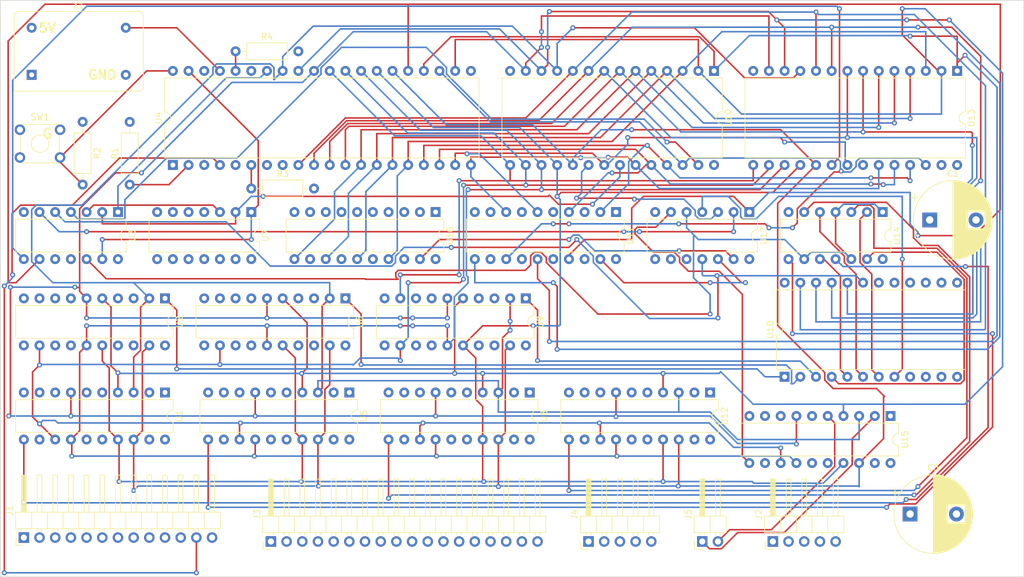
<source format=kicad_pcb>
(kicad_pcb (version 20171130) (host pcbnew 5.1.12-84ad8e8a86~92~ubuntu18.04.1)
  (layers (0 F.Cu signal) (1 GND power hide) (2 PWR power hide) (31 B.Cu signal) (34 B.Paste user) (35 F.Paste user) (36 B.SilkS user) (37 F.SilkS user) (38 B.Mask user) (39 F.Mask user) (44 Edge.Cuts user))
  (net 0 "")
  (net 1 GND)
  (net 2 +5V)
  (net 3 "Net-(J1-Pad12)")
  (net 4 "Net-(J1-Pad11)")
  (net 5 "Net-(J1-Pad10)")
  (net 6 "Net-(J1-Pad9)")
  (net 7 "Net-(J1-Pad8)")
  (net 8 "Net-(J1-Pad7)")
  (net 9 "Net-(J1-Pad6)")
  (net 10 "Net-(J1-Pad5)")
  (net 11 "Net-(J1-Pad4)")
  (net 12 "Net-(J1-Pad3)")
  (net 13 "Net-(J1-Pad2)")
  (net 14 "Net-(J1-Pad1)")
  (net 15 "Net-(J3-Pad18)")
  (net 16 "Net-(J3-Pad17)")
  (net 17 "Net-(J3-Pad16)")
  (net 18 "Net-(J3-Pad15)")
  (net 19 "Net-(J3-Pad14)")
  (net 20 "Net-(J3-Pad13)")
  (net 21 "Net-(J3-Pad12)")
  (net 22 "Net-(J3-Pad11)")
  (net 23 "Net-(J3-Pad10)")
  (net 24 "Net-(J3-Pad9)")
  (net 25 "Net-(J3-Pad8)")
  (net 26 "Net-(J3-Pad7)")
  (net 27 "Net-(J3-Pad6)")
  (net 28 "Net-(J3-Pad5)")
  (net 29 "Net-(J3-Pad4)")
  (net 30 "Net-(J3-Pad3)")
  (net 31 "Net-(J3-Pad2)")
  (net 32 "Net-(J3-Pad1)")
  (net 33 "Net-(J4-Pad5)")
  (net 34 "Net-(J4-Pad4)")
  (net 35 "Net-(J4-Pad3)")
  (net 36 "Net-(J4-Pad2)")
  (net 37 "Net-(J4-Pad1)")
  (net 38 "Net-(J5-Pad2)")
  (net 39 "Net-(J5-Pad1)")
  (net 40 "Net-(R1-Pad1)")
  (net 41 "Net-(R2-Pad2)")
  (net 42 "Net-(R3-Pad1)")
  (net 43 "Net-(R4-Pad1)")
  (net 44 "Net-(SW1-Pad1)")
  (net 45 "Net-(SW1-Pad3)")
  (net 46 "Net-(U1-Pad11)")
  (net 47 "Net-(U1-Pad13)")
  (net 48 "Net-(U1-Pad8)")
  (net 49 "Net-(U1-Pad14)")
  (net 50 "Net-(U1-Pad7)")
  (net 51 "Net-(U1-Pad17)")
  (net 52 "Net-(U1-Pad4)")
  (net 53 "Net-(U1-Pad18)")
  (net 54 "Net-(U1-Pad3)")
  (net 55 "Net-(U18-Pad1)")
  (net 56 "Net-(U13-Pad20)")
  (net 57 "Net-(U11-Pad17)")
  (net 58 "Net-(U17-Pad2)")
  (net 59 "Net-(U3-Pad10)")
  (net 60 "Net-(U17-Pad11)")
  (net 61 "Net-(U3-Pad11)")
  (net 62 "Net-(U10-Pad27)")
  (net 63 "Net-(U14-Pad1)")
  (net 64 "Net-(U3-Pad3)")
  (net 65 "Net-(U3-Pad13)")
  (net 66 "Net-(U10-Pad22)")
  (net 67 "Net-(U3-Pad1)")
  (net 68 "Net-(U10-Pad23)")
  (net 69 "Net-(U10-Pad2)")
  (net 70 "Net-(U10-Pad21)")
  (net 71 "Net-(U10-Pad26)")
  (net 72 "Net-(U10-Pad24)")
  (net 73 "Net-(U10-Pad1)")
  (net 74 "Net-(U10-Pad25)")
  (net 75 "Net-(U10-Pad3)")
  (net 76 "Net-(U10-Pad4)")
  (net 77 "Net-(U10-Pad5)")
  (net 78 "Net-(U10-Pad6)")
  (net 79 "Net-(U10-Pad7)")
  (net 80 "Net-(U10-Pad8)")
  (net 81 "Net-(U10-Pad9)")
  (net 82 "Net-(U10-Pad10)")
  (net 83 "Net-(U4-Pad7)")
  (net 84 "Net-(U4-Pad35)")
  (net 85 "Net-(U4-Pad5)")
  (net 86 "Net-(U4-Pad37)")
  (net 87 "Net-(U4-Pad3)")
  (net 88 "Net-(U4-Pad1)")
  (net 89 "Net-(U14-Pad8)")
  (net 90 "Net-(U18-Pad2)")
  (net 91 "Net-(U7-Pad8)")
  (net 92 "Net-(U7-Pad9)")
  (net 93 "Net-(U7-Pad6)")
  (net 94 "Net-(U7-Pad10)")
  (net 95 "Net-(U7-Pad5)")
  (net 96 "Net-(U7-Pad11)")
  (net 97 "Net-(U7-Pad4)")
  (net 98 "Net-(U7-Pad12)")
  (net 99 "Net-(U7-Pad13)")
  (net 100 "Net-(U14-Pad6)")
  (net 101 "Net-(U8-Pad12)")
  (net 102 "Net-(U8-Pad9)")
  (net 103 "Net-(U8-Pad15)")
  (net 104 "Net-(U8-Pad6)")
  (net 105 "Net-(U8-Pad16)")
  (net 106 "Net-(U8-Pad19)")
  (net 107 "Net-(U18-Pad3)")
  (net 108 "Net-(U10-Pad20)")
  (net 109 "Net-(U11-Pad19)")
  (net 110 "Net-(U11-Pad1)")
  (net 111 "Net-(U12-Pad11)")
  (net 112 "Net-(U12-Pad15)")
  (net 113 "Net-(U12-Pad16)")
  (net 114 "Net-(U12-Pad19)")
  (net 115 "Net-(U14-Pad10)")
  (net 116 "Net-(U14-Pad5)")
  (net 117 "Net-(U14-Pad13)")
  (net 118 "Net-(U14-Pad2)")
  (net 119 "Net-(U15-Pad11)")
  (net 120 "Net-(U15-Pad12)")
  (net 121 "Net-(U15-Pad9)")
  (net 122 "Net-(U15-Pad15)")
  (net 123 "Net-(U15-Pad6)")
  (net 124 "Net-(U15-Pad16)")
  (net 125 "Net-(U15-Pad19)")
  (net 126 "Net-(U16-Pad19)")
  (net 127 "Net-(U16-Pad1)")
  (net 128 "Net-(U17-Pad8)")
  (net 129 "Net-(U17-Pad9)")
  (net 130 "Net-(U17-Pad10)")
  (net 131 "Net-(U17-Pad4)")
  (net 132 "Net-(U18-Pad13)")
  (net 133 "Net-(U18-Pad14)")
  (net 134 "Net-(U18-Pad11)")
  (net 135 "Net-(U18-Pad15)")
  (net 136 "Net-(U18-Pad10)")
  (net 137 "Net-(U18-Pad16)")
  (net 138 "Net-(U18-Pad9)")
  (net 139 "Net-(U18-Pad17)")
  (net 140 "Net-(X1-Pad1)")
  (module Package_DIP:DIP-24_W15.24mm (layer F.Cu) (at 223.52 114.3 90)
    (fp_text reference U18 (at 7.62 -2.33 90) (layer F.SilkS))
    (fp_text value SN74154N)
    (pad 24 thru_hole oval (at 15.24 0 90) (size 1.6 1.6) (drill 0.8) (layers *.Cu *.Mask) (net 2 +5V))
    (pad 12 thru_hole oval (at 0 27.94 90) (size 1.6 1.6) (drill 0.8) (layers *.Cu *.Mask) (net 1 GND))
    (pad 23 thru_hole oval (at 15.24 2.54 90) (size 1.6 1.6) (drill 0.8) (layers *.Cu *.Mask) (net 82 "Net-(U10-Pad10)"))
    (pad 11 thru_hole oval (at 0 25.4 90) (size 1.6 1.6) (drill 0.8) (layers *.Cu *.Mask) (net 134 "Net-(U18-Pad11)"))
    (pad 22 thru_hole oval (at 15.24 5.08 90) (size 1.6 1.6) (drill 0.8) (layers *.Cu *.Mask) (net 81 "Net-(U10-Pad9)"))
    (pad 10 thru_hole oval (at 0 22.86 90) (size 1.6 1.6) (drill 0.8) (layers *.Cu *.Mask) (net 136 "Net-(U18-Pad10)"))
    (pad 21 thru_hole oval (at 15.24 7.62 90) (size 1.6 1.6) (drill 0.8) (layers *.Cu *.Mask) (net 80 "Net-(U10-Pad8)"))
    (pad 9 thru_hole oval (at 0 20.32 90) (size 1.6 1.6) (drill 0.8) (layers *.Cu *.Mask) (net 138 "Net-(U18-Pad9)"))
    (pad 20 thru_hole oval (at 15.24 10.16 90) (size 1.6 1.6) (drill 0.8) (layers *.Cu *.Mask) (net 79 "Net-(U10-Pad7)"))
    (pad 8 thru_hole oval (at 0 17.78 90) (size 1.6 1.6) (drill 0.8) (layers *.Cu *.Mask) (net 131 "Net-(U17-Pad4)"))
    (pad 19 thru_hole oval (at 15.24 12.7 90) (size 1.6 1.6) (drill 0.8) (layers *.Cu *.Mask) (net 60 "Net-(U17-Pad11)"))
    (pad 7 thru_hole oval (at 0 15.24 90) (size 1.6 1.6) (drill 0.8) (layers *.Cu *.Mask) (net 118 "Net-(U14-Pad2)"))
    (pad 18 thru_hole oval (at 15.24 15.24 90) (size 1.6 1.6) (drill 0.8) (layers *.Cu *.Mask) (net 1 GND))
    (pad 6 thru_hole oval (at 0 12.7 90) (size 1.6 1.6) (drill 0.8) (layers *.Cu *.Mask) (net 116 "Net-(U14-Pad5)"))
    (pad 17 thru_hole oval (at 15.24 17.78 90) (size 1.6 1.6) (drill 0.8) (layers *.Cu *.Mask) (net 139 "Net-(U18-Pad17)"))
    (pad 5 thru_hole oval (at 0 10.16 90) (size 1.6 1.6) (drill 0.8) (layers *.Cu *.Mask) (net 115 "Net-(U14-Pad10)"))
    (pad 16 thru_hole oval (at 15.24 20.32 90) (size 1.6 1.6) (drill 0.8) (layers *.Cu *.Mask) (net 137 "Net-(U18-Pad16)"))
    (pad 4 thru_hole oval (at 0 7.62 90) (size 1.6 1.6) (drill 0.8) (layers *.Cu *.Mask) (net 117 "Net-(U14-Pad13)"))
    (pad 15 thru_hole oval (at 15.24 22.86 90) (size 1.6 1.6) (drill 0.8) (layers *.Cu *.Mask) (net 135 "Net-(U18-Pad15)"))
    (pad 3 thru_hole oval (at 0 5.08 90) (size 1.6 1.6) (drill 0.8) (layers *.Cu *.Mask) (net 107 "Net-(U18-Pad3)"))
    (pad 14 thru_hole oval (at 15.24 25.4 90) (size 1.6 1.6) (drill 0.8) (layers *.Cu *.Mask) (net 133 "Net-(U18-Pad14)"))
    (pad 2 thru_hole oval (at 0 2.54 90) (size 1.6 1.6) (drill 0.8) (layers *.Cu *.Mask) (net 90 "Net-(U18-Pad2)"))
    (pad 13 thru_hole oval (at 15.24 27.94 90) (size 1.6 1.6) (drill 0.8) (layers *.Cu *.Mask) (net 132 "Net-(U18-Pad13)"))
    (pad 1 thru_hole rect (at 0 0 90) (size 1.6 1.6) (drill 0.8) (layers *.Cu *.Mask) (net 55 "Net-(U18-Pad1)"))
  )
  (module Package_DIP:DIP-14_W7.62mm (layer F.Cu) (at 217.805 87.63 270)
    (fp_text reference U17 (at 3.81 -2.33 90) (layer F.SilkS))
    (fp_text value SN74HC32N)
    (pad 14 thru_hole oval (at 7.62 0 270) (size 1.6 1.6) (drill 0.8) (layers *.Cu *.Mask) (net 2 +5V))
    (pad 7 thru_hole oval (at 0 15.24 270) (size 1.6 1.6) (drill 0.8) (layers *.Cu *.Mask) (net 1 GND))
    (pad 13 thru_hole oval (at 7.62 2.54 270) (size 1.6 1.6) (drill 0.8) (layers *.Cu *.Mask) (net 126 "Net-(U16-Pad19)"))
    (pad 6 thru_hole oval (at 0 12.7 270) (size 1.6 1.6) (drill 0.8) (layers *.Cu *.Mask) (net 119 "Net-(U15-Pad11)"))
    (pad 12 thru_hole oval (at 7.62 5.08 270) (size 1.6 1.6) (drill 0.8) (layers *.Cu *.Mask) (net 109 "Net-(U11-Pad19)"))
    (pad 5 thru_hole oval (at 0 10.16 270) (size 1.6 1.6) (drill 0.8) (layers *.Cu *.Mask) (net 63 "Net-(U14-Pad1)"))
    (pad 11 thru_hole oval (at 7.62 7.62 270) (size 1.6 1.6) (drill 0.8) (layers *.Cu *.Mask) (net 60 "Net-(U17-Pad11)"))
    (pad 4 thru_hole oval (at 0 7.62 270) (size 1.6 1.6) (drill 0.8) (layers *.Cu *.Mask) (net 131 "Net-(U17-Pad4)"))
    (pad 10 thru_hole oval (at 7.62 10.16 270) (size 1.6 1.6) (drill 0.8) (layers *.Cu *.Mask) (net 130 "Net-(U17-Pad10)"))
    (pad 3 thru_hole oval (at 0 5.08 270) (size 1.6 1.6) (drill 0.8) (layers *.Cu *.Mask) (net 108 "Net-(U10-Pad20)"))
    (pad 9 thru_hole oval (at 7.62 12.7 270) (size 1.6 1.6) (drill 0.8) (layers *.Cu *.Mask) (net 129 "Net-(U17-Pad9)"))
    (pad 2 thru_hole oval (at 0 2.54 270) (size 1.6 1.6) (drill 0.8) (layers *.Cu *.Mask) (net 58 "Net-(U17-Pad2)"))
    (pad 8 thru_hole oval (at 7.62 15.24 270) (size 1.6 1.6) (drill 0.8) (layers *.Cu *.Mask) (net 128 "Net-(U17-Pad8)"))
    (pad 1 thru_hole rect (at 0 0 270) (size 1.6 1.6) (drill 0.8) (layers *.Cu *.Mask) (net 57 "Net-(U11-Pad17)"))
  )
  (module Package_DIP:DIP-20_W7.62mm (layer F.Cu) (at 167.005 87.63 270)
    (fp_text reference U16 (at 3.81 -2.33 90) (layer F.SilkS))
    (fp_text value SN74LS682N)
    (pad 20 thru_hole oval (at 7.62 0 270) (size 1.6 1.6) (drill 0.8) (layers *.Cu *.Mask) (net 2 +5V))
    (pad 10 thru_hole oval (at 0 22.86 270) (size 1.6 1.6) (drill 0.8) (layers *.Cu *.Mask) (net 1 GND))
    (pad 19 thru_hole oval (at 7.62 2.54 270) (size 1.6 1.6) (drill 0.8) (layers *.Cu *.Mask) (net 126 "Net-(U16-Pad19)"))
    (pad 9 thru_hole oval (at 0 20.32 270) (size 1.6 1.6) (drill 0.8) (layers *.Cu *.Mask) (net 1 GND))
    (pad 18 thru_hole oval (at 7.62 5.08 270) (size 1.6 1.6) (drill 0.8) (layers *.Cu *.Mask) (net 2 +5V))
    (pad 8 thru_hole oval (at 0 17.78 270) (size 1.6 1.6) (drill 0.8) (layers *.Cu *.Mask) (net 1 GND))
    (pad 17 thru_hole oval (at 7.62 7.62 270) (size 1.6 1.6) (drill 0.8) (layers *.Cu *.Mask) (net 75 "Net-(U10-Pad3)"))
    (pad 7 thru_hole oval (at 0 15.24 270) (size 1.6 1.6) (drill 0.8) (layers *.Cu *.Mask) (net 1 GND))
    (pad 16 thru_hole oval (at 7.62 10.16 270) (size 1.6 1.6) (drill 0.8) (layers *.Cu *.Mask) (net 2 +5V))
    (pad 6 thru_hole oval (at 0 12.7 270) (size 1.6 1.6) (drill 0.8) (layers *.Cu *.Mask) (net 1 GND))
    (pad 15 thru_hole oval (at 7.62 12.7 270) (size 1.6 1.6) (drill 0.8) (layers *.Cu *.Mask) (net 76 "Net-(U10-Pad4)"))
    (pad 5 thru_hole oval (at 0 10.16 270) (size 1.6 1.6) (drill 0.8) (layers *.Cu *.Mask) (net 1 GND))
    (pad 14 thru_hole oval (at 7.62 15.24 270) (size 1.6 1.6) (drill 0.8) (layers *.Cu *.Mask) (net 2 +5V))
    (pad 4 thru_hole oval (at 0 7.62 270) (size 1.6 1.6) (drill 0.8) (layers *.Cu *.Mask) (net 1 GND))
    (pad 13 thru_hole oval (at 7.62 17.78 270) (size 1.6 1.6) (drill 0.8) (layers *.Cu *.Mask) (net 77 "Net-(U10-Pad5)"))
    (pad 3 thru_hole oval (at 0 5.08 270) (size 1.6 1.6) (drill 0.8) (layers *.Cu *.Mask) (net 1 GND))
    (pad 12 thru_hole oval (at 7.62 20.32 270) (size 1.6 1.6) (drill 0.8) (layers *.Cu *.Mask) (net 2 +5V))
    (pad 2 thru_hole oval (at 0 2.54 270) (size 1.6 1.6) (drill 0.8) (layers *.Cu *.Mask) (net 1 GND))
    (pad 11 thru_hole oval (at 7.62 22.86 270) (size 1.6 1.6) (drill 0.8) (layers *.Cu *.Mask) (net 78 "Net-(U10-Pad6)"))
    (pad 1 thru_hole rect (at 0 0 270) (size 1.6 1.6) (drill 0.8) (layers *.Cu *.Mask) (net 127 "Net-(U16-Pad1)"))
  )
  (module Package_DIP:DIP-20_W7.62mm (layer F.Cu) (at 240.665 120.65 270)
    (fp_text reference U15 (at 3.81 -2.33 90) (layer F.SilkS))
    (fp_text value 74LS374)
    (pad 20 thru_hole oval (at 7.62 0 270) (size 1.6 1.6) (drill 0.8) (layers *.Cu *.Mask) (net 2 +5V))
    (pad 10 thru_hole oval (at 0 22.86 270) (size 1.6 1.6) (drill 0.8) (layers *.Cu *.Mask) (net 1 GND))
    (pad 19 thru_hole oval (at 7.62 2.54 270) (size 1.6 1.6) (drill 0.8) (layers *.Cu *.Mask) (net 125 "Net-(U15-Pad19)"))
    (pad 9 thru_hole oval (at 0 20.32 270) (size 1.6 1.6) (drill 0.8) (layers *.Cu *.Mask) (net 121 "Net-(U15-Pad9)"))
    (pad 18 thru_hole oval (at 7.62 5.08 270) (size 1.6 1.6) (drill 0.8) (layers *.Cu *.Mask) (net 53 "Net-(U1-Pad18)"))
    (pad 8 thru_hole oval (at 0 17.78 270) (size 1.6 1.6) (drill 0.8) (layers *.Cu *.Mask) (net 48 "Net-(U1-Pad8)"))
    (pad 17 thru_hole oval (at 7.62 7.62 270) (size 1.6 1.6) (drill 0.8) (layers *.Cu *.Mask) (net 51 "Net-(U1-Pad17)"))
    (pad 7 thru_hole oval (at 0 15.24 270) (size 1.6 1.6) (drill 0.8) (layers *.Cu *.Mask) (net 50 "Net-(U1-Pad7)"))
    (pad 16 thru_hole oval (at 7.62 10.16 270) (size 1.6 1.6) (drill 0.8) (layers *.Cu *.Mask) (net 124 "Net-(U15-Pad16)"))
    (pad 6 thru_hole oval (at 0 12.7 270) (size 1.6 1.6) (drill 0.8) (layers *.Cu *.Mask) (net 123 "Net-(U15-Pad6)"))
    (pad 15 thru_hole oval (at 7.62 12.7 270) (size 1.6 1.6) (drill 0.8) (layers *.Cu *.Mask) (net 122 "Net-(U15-Pad15)"))
    (pad 5 thru_hole oval (at 0 10.16 270) (size 1.6 1.6) (drill 0.8) (layers *.Cu *.Mask) (net 38 "Net-(J5-Pad2)"))
    (pad 14 thru_hole oval (at 7.62 15.24 270) (size 1.6 1.6) (drill 0.8) (layers *.Cu *.Mask) (net 49 "Net-(U1-Pad14)"))
    (pad 4 thru_hole oval (at 0 7.62 270) (size 1.6 1.6) (drill 0.8) (layers *.Cu *.Mask) (net 52 "Net-(U1-Pad4)"))
    (pad 13 thru_hole oval (at 7.62 17.78 270) (size 1.6 1.6) (drill 0.8) (layers *.Cu *.Mask) (net 47 "Net-(U1-Pad13)"))
    (pad 3 thru_hole oval (at 0 5.08 270) (size 1.6 1.6) (drill 0.8) (layers *.Cu *.Mask) (net 54 "Net-(U1-Pad3)"))
    (pad 12 thru_hole oval (at 7.62 20.32 270) (size 1.6 1.6) (drill 0.8) (layers *.Cu *.Mask) (net 120 "Net-(U15-Pad12)"))
    (pad 2 thru_hole oval (at 0 2.54 270) (size 1.6 1.6) (drill 0.8) (layers *.Cu *.Mask) (net 39 "Net-(J5-Pad1)"))
    (pad 11 thru_hole oval (at 7.62 22.86 270) (size 1.6 1.6) (drill 0.8) (layers *.Cu *.Mask) (net 119 "Net-(U15-Pad11)"))
    (pad 1 thru_hole rect (at 0 0 270) (size 1.6 1.6) (drill 0.8) (layers *.Cu *.Mask) (net 1 GND))
  )
  (module Package_DIP:DIP-14_W7.62mm (layer F.Cu) (at 239.395 87.63 270)
    (fp_text reference U14 (at 3.81 -2.33 90) (layer F.SilkS))
    (fp_text value SN74HC32N)
    (pad 14 thru_hole oval (at 7.62 0 270) (size 1.6 1.6) (drill 0.8) (layers *.Cu *.Mask) (net 2 +5V))
    (pad 7 thru_hole oval (at 0 15.24 270) (size 1.6 1.6) (drill 0.8) (layers *.Cu *.Mask) (net 1 GND))
    (pad 13 thru_hole oval (at 7.62 2.54 270) (size 1.6 1.6) (drill 0.8) (layers *.Cu *.Mask) (net 117 "Net-(U14-Pad13)"))
    (pad 6 thru_hole oval (at 0 12.7 270) (size 1.6 1.6) (drill 0.8) (layers *.Cu *.Mask) (net 100 "Net-(U14-Pad6)"))
    (pad 12 thru_hole oval (at 7.62 5.08 270) (size 1.6 1.6) (drill 0.8) (layers *.Cu *.Mask) (net 63 "Net-(U14-Pad1)"))
    (pad 5 thru_hole oval (at 0 10.16 270) (size 1.6 1.6) (drill 0.8) (layers *.Cu *.Mask) (net 116 "Net-(U14-Pad5)"))
    (pad 11 thru_hole oval (at 7.62 7.62 270) (size 1.6 1.6) (drill 0.8) (layers *.Cu *.Mask) (net 46 "Net-(U1-Pad11)"))
    (pad 4 thru_hole oval (at 0 7.62 270) (size 1.6 1.6) (drill 0.8) (layers *.Cu *.Mask) (net 63 "Net-(U14-Pad1)"))
    (pad 10 thru_hole oval (at 7.62 10.16 270) (size 1.6 1.6) (drill 0.8) (layers *.Cu *.Mask) (net 115 "Net-(U14-Pad10)"))
    (pad 3 thru_hole oval (at 0 5.08 270) (size 1.6 1.6) (drill 0.8) (layers *.Cu *.Mask) (net 111 "Net-(U12-Pad11)"))
    (pad 9 thru_hole oval (at 7.62 12.7 270) (size 1.6 1.6) (drill 0.8) (layers *.Cu *.Mask) (net 63 "Net-(U14-Pad1)"))
    (pad 2 thru_hole oval (at 0 2.54 270) (size 1.6 1.6) (drill 0.8) (layers *.Cu *.Mask) (net 118 "Net-(U14-Pad2)"))
    (pad 8 thru_hole oval (at 7.62 15.24 270) (size 1.6 1.6) (drill 0.8) (layers *.Cu *.Mask) (net 89 "Net-(U14-Pad8)"))
    (pad 1 thru_hole rect (at 0 0 270) (size 1.6 1.6) (drill 0.8) (layers *.Cu *.Mask) (net 63 "Net-(U14-Pad1)"))
  )
  (module Package_DIP:DIP-28_W15.24mm (layer F.Cu) (at 251.46 64.77 270)
    (fp_text reference U13 (at 7.62 -2.33 90) (layer F.SilkS))
    (fp_text value AT28C256-15PU)
    (pad 28 thru_hole oval (at 15.24 0 270) (size 1.6 1.6) (drill 0.8) (layers *.Cu *.Mask) (net 2 +5V))
    (pad 14 thru_hole oval (at 0 33.02 270) (size 1.6 1.6) (drill 0.8) (layers *.Cu *.Mask) (net 1 GND))
    (pad 27 thru_hole oval (at 15.24 2.54 270) (size 1.6 1.6) (drill 0.8) (layers *.Cu *.Mask) (net 2 +5V))
    (pad 13 thru_hole oval (at 0 30.48 270) (size 1.6 1.6) (drill 0.8) (layers *.Cu *.Mask) (net 50 "Net-(U1-Pad7)"))
    (pad 26 thru_hole oval (at 15.24 5.08 270) (size 1.6 1.6) (drill 0.8) (layers *.Cu *.Mask) (net 71 "Net-(U10-Pad26)"))
    (pad 12 thru_hole oval (at 0 27.94 270) (size 1.6 1.6) (drill 0.8) (layers *.Cu *.Mask) (net 52 "Net-(U1-Pad4)"))
    (pad 25 thru_hole oval (at 15.24 7.62 270) (size 1.6 1.6) (drill 0.8) (layers *.Cu *.Mask) (net 74 "Net-(U10-Pad25)"))
    (pad 11 thru_hole oval (at 0 25.4 270) (size 1.6 1.6) (drill 0.8) (layers *.Cu *.Mask) (net 54 "Net-(U1-Pad3)"))
    (pad 24 thru_hole oval (at 15.24 10.16 270) (size 1.6 1.6) (drill 0.8) (layers *.Cu *.Mask) (net 72 "Net-(U10-Pad24)"))
    (pad 10 thru_hole oval (at 0 22.86 270) (size 1.6 1.6) (drill 0.8) (layers *.Cu *.Mask) (net 82 "Net-(U10-Pad10)"))
    (pad 23 thru_hole oval (at 15.24 12.7 270) (size 1.6 1.6) (drill 0.8) (layers *.Cu *.Mask) (net 68 "Net-(U10-Pad23)"))
    (pad 9 thru_hole oval (at 0 20.32 270) (size 1.6 1.6) (drill 0.8) (layers *.Cu *.Mask) (net 81 "Net-(U10-Pad9)"))
    (pad 22 thru_hole oval (at 15.24 15.24 270) (size 1.6 1.6) (drill 0.8) (layers *.Cu *.Mask) (net 1 GND))
    (pad 8 thru_hole oval (at 0 17.78 270) (size 1.6 1.6) (drill 0.8) (layers *.Cu *.Mask) (net 80 "Net-(U10-Pad8)"))
    (pad 21 thru_hole oval (at 15.24 17.78 270) (size 1.6 1.6) (drill 0.8) (layers *.Cu *.Mask) (net 70 "Net-(U10-Pad21)"))
    (pad 7 thru_hole oval (at 0 15.24 270) (size 1.6 1.6) (drill 0.8) (layers *.Cu *.Mask) (net 79 "Net-(U10-Pad7)"))
    (pad 20 thru_hole oval (at 15.24 20.32 270) (size 1.6 1.6) (drill 0.8) (layers *.Cu *.Mask) (net 56 "Net-(U13-Pad20)"))
    (pad 6 thru_hole oval (at 0 12.7 270) (size 1.6 1.6) (drill 0.8) (layers *.Cu *.Mask) (net 78 "Net-(U10-Pad6)"))
    (pad 19 thru_hole oval (at 15.24 22.86 270) (size 1.6 1.6) (drill 0.8) (layers *.Cu *.Mask) (net 53 "Net-(U1-Pad18)"))
    (pad 5 thru_hole oval (at 0 10.16 270) (size 1.6 1.6) (drill 0.8) (layers *.Cu *.Mask) (net 77 "Net-(U10-Pad5)"))
    (pad 18 thru_hole oval (at 15.24 25.4 270) (size 1.6 1.6) (drill 0.8) (layers *.Cu *.Mask) (net 51 "Net-(U1-Pad17)"))
    (pad 4 thru_hole oval (at 0 7.62 270) (size 1.6 1.6) (drill 0.8) (layers *.Cu *.Mask) (net 76 "Net-(U10-Pad4)"))
    (pad 17 thru_hole oval (at 15.24 27.94 270) (size 1.6 1.6) (drill 0.8) (layers *.Cu *.Mask) (net 49 "Net-(U1-Pad14)"))
    (pad 3 thru_hole oval (at 0 5.08 270) (size 1.6 1.6) (drill 0.8) (layers *.Cu *.Mask) (net 75 "Net-(U10-Pad3)"))
    (pad 16 thru_hole oval (at 15.24 30.48 270) (size 1.6 1.6) (drill 0.8) (layers *.Cu *.Mask) (net 47 "Net-(U1-Pad13)"))
    (pad 2 thru_hole oval (at 0 2.54 270) (size 1.6 1.6) (drill 0.8) (layers *.Cu *.Mask) (net 69 "Net-(U10-Pad2)"))
    (pad 15 thru_hole oval (at 15.24 33.02 270) (size 1.6 1.6) (drill 0.8) (layers *.Cu *.Mask) (net 48 "Net-(U1-Pad8)"))
    (pad 1 thru_hole rect (at 0 0 270) (size 1.6 1.6) (drill 0.8) (layers *.Cu *.Mask) (net 73 "Net-(U10-Pad1)"))
  )
  (module Package_DIP:DIP-20_W7.62mm (layer F.Cu) (at 211.455 116.84 270)
    (fp_text reference U12 (at 3.81 -2.33 90) (layer F.SilkS))
    (fp_text value 74LS374)
    (pad 20 thru_hole oval (at 7.62 0 270) (size 1.6 1.6) (drill 0.8) (layers *.Cu *.Mask) (net 2 +5V))
    (pad 10 thru_hole oval (at 0 22.86 270) (size 1.6 1.6) (drill 0.8) (layers *.Cu *.Mask) (net 1 GND))
    (pad 19 thru_hole oval (at 7.62 2.54 270) (size 1.6 1.6) (drill 0.8) (layers *.Cu *.Mask) (net 114 "Net-(U12-Pad19)"))
    (pad 9 thru_hole oval (at 0 20.32 270) (size 1.6 1.6) (drill 0.8) (layers *.Cu *.Mask) (net 34 "Net-(J4-Pad4)"))
    (pad 18 thru_hole oval (at 7.62 5.08 270) (size 1.6 1.6) (drill 0.8) (layers *.Cu *.Mask) (net 53 "Net-(U1-Pad18)"))
    (pad 8 thru_hole oval (at 0 17.78 270) (size 1.6 1.6) (drill 0.8) (layers *.Cu *.Mask) (net 48 "Net-(U1-Pad8)"))
    (pad 17 thru_hole oval (at 7.62 7.62 270) (size 1.6 1.6) (drill 0.8) (layers *.Cu *.Mask) (net 51 "Net-(U1-Pad17)"))
    (pad 7 thru_hole oval (at 0 15.24 270) (size 1.6 1.6) (drill 0.8) (layers *.Cu *.Mask) (net 50 "Net-(U1-Pad7)"))
    (pad 16 thru_hole oval (at 7.62 10.16 270) (size 1.6 1.6) (drill 0.8) (layers *.Cu *.Mask) (net 113 "Net-(U12-Pad16)"))
    (pad 6 thru_hole oval (at 0 12.7 270) (size 1.6 1.6) (drill 0.8) (layers *.Cu *.Mask) (net 35 "Net-(J4-Pad3)"))
    (pad 15 thru_hole oval (at 7.62 12.7 270) (size 1.6 1.6) (drill 0.8) (layers *.Cu *.Mask) (net 112 "Net-(U12-Pad15)"))
    (pad 5 thru_hole oval (at 0 10.16 270) (size 1.6 1.6) (drill 0.8) (layers *.Cu *.Mask) (net 36 "Net-(J4-Pad2)"))
    (pad 14 thru_hole oval (at 7.62 15.24 270) (size 1.6 1.6) (drill 0.8) (layers *.Cu *.Mask) (net 49 "Net-(U1-Pad14)"))
    (pad 4 thru_hole oval (at 0 7.62 270) (size 1.6 1.6) (drill 0.8) (layers *.Cu *.Mask) (net 52 "Net-(U1-Pad4)"))
    (pad 13 thru_hole oval (at 7.62 17.78 270) (size 1.6 1.6) (drill 0.8) (layers *.Cu *.Mask) (net 47 "Net-(U1-Pad13)"))
    (pad 3 thru_hole oval (at 0 5.08 270) (size 1.6 1.6) (drill 0.8) (layers *.Cu *.Mask) (net 54 "Net-(U1-Pad3)"))
    (pad 12 thru_hole oval (at 7.62 20.32 270) (size 1.6 1.6) (drill 0.8) (layers *.Cu *.Mask) (net 33 "Net-(J4-Pad5)"))
    (pad 2 thru_hole oval (at 0 2.54 270) (size 1.6 1.6) (drill 0.8) (layers *.Cu *.Mask) (net 37 "Net-(J4-Pad1)"))
    (pad 11 thru_hole oval (at 7.62 22.86 270) (size 1.6 1.6) (drill 0.8) (layers *.Cu *.Mask) (net 111 "Net-(U12-Pad11)"))
    (pad 1 thru_hole rect (at 0 0 270) (size 1.6 1.6) (drill 0.8) (layers *.Cu *.Mask) (net 1 GND))
  )
  (module Package_DIP:DIP-20_W7.62mm (layer F.Cu) (at 196.215 87.63 270)
    (fp_text reference U11 (at 3.81 -2.33 90) (layer F.SilkS))
    (fp_text value SN74LS682N)
    (pad 20 thru_hole oval (at 7.62 0 270) (size 1.6 1.6) (drill 0.8) (layers *.Cu *.Mask) (net 2 +5V))
    (pad 10 thru_hole oval (at 0 22.86 270) (size 1.6 1.6) (drill 0.8) (layers *.Cu *.Mask) (net 1 GND))
    (pad 19 thru_hole oval (at 7.62 2.54 270) (size 1.6 1.6) (drill 0.8) (layers *.Cu *.Mask) (net 109 "Net-(U11-Pad19)"))
    (pad 9 thru_hole oval (at 0 20.32 270) (size 1.6 1.6) (drill 0.8) (layers *.Cu *.Mask) (net 2 +5V))
    (pad 18 thru_hole oval (at 7.62 5.08 270) (size 1.6 1.6) (drill 0.8) (layers *.Cu *.Mask) (net 1 GND))
    (pad 8 thru_hole oval (at 0 17.78 270) (size 1.6 1.6) (drill 0.8) (layers *.Cu *.Mask) (net 68 "Net-(U10-Pad23)"))
    (pad 17 thru_hole oval (at 7.62 7.62 270) (size 1.6 1.6) (drill 0.8) (layers *.Cu *.Mask) (net 57 "Net-(U11-Pad17)"))
    (pad 7 thru_hole oval (at 0 15.24 270) (size 1.6 1.6) (drill 0.8) (layers *.Cu *.Mask) (net 2 +5V))
    (pad 16 thru_hole oval (at 7.62 10.16 270) (size 1.6 1.6) (drill 0.8) (layers *.Cu *.Mask) (net 2 +5V))
    (pad 6 thru_hole oval (at 0 12.7 270) (size 1.6 1.6) (drill 0.8) (layers *.Cu *.Mask) (net 70 "Net-(U10-Pad21)"))
    (pad 15 thru_hole oval (at 7.62 12.7 270) (size 1.6 1.6) (drill 0.8) (layers *.Cu *.Mask) (net 73 "Net-(U10-Pad1)"))
    (pad 5 thru_hole oval (at 0 10.16 270) (size 1.6 1.6) (drill 0.8) (layers *.Cu *.Mask) (net 2 +5V))
    (pad 14 thru_hole oval (at 7.62 15.24 270) (size 1.6 1.6) (drill 0.8) (layers *.Cu *.Mask) (net 2 +5V))
    (pad 4 thru_hole oval (at 0 7.62 270) (size 1.6 1.6) (drill 0.8) (layers *.Cu *.Mask) (net 72 "Net-(U10-Pad24)"))
    (pad 13 thru_hole oval (at 7.62 17.78 270) (size 1.6 1.6) (drill 0.8) (layers *.Cu *.Mask) (net 71 "Net-(U10-Pad26)"))
    (pad 3 thru_hole oval (at 0 5.08 270) (size 1.6 1.6) (drill 0.8) (layers *.Cu *.Mask) (net 2 +5V))
    (pad 12 thru_hole oval (at 7.62 20.32 270) (size 1.6 1.6) (drill 0.8) (layers *.Cu *.Mask) (net 2 +5V))
    (pad 2 thru_hole oval (at 0 2.54 270) (size 1.6 1.6) (drill 0.8) (layers *.Cu *.Mask) (net 74 "Net-(U10-Pad25)"))
    (pad 11 thru_hole oval (at 7.62 22.86 270) (size 1.6 1.6) (drill 0.8) (layers *.Cu *.Mask) (net 69 "Net-(U10-Pad2)"))
    (pad 1 thru_hole rect (at 0 0 270) (size 1.6 1.6) (drill 0.8) (layers *.Cu *.Mask) (net 110 "Net-(U11-Pad1)"))
  )
  (module Package_DIP:DIP-28_W15.24mm (layer F.Cu) (at 212.09 64.77 270)
    (fp_text reference U10 (at 7.62 -2.33 90) (layer F.SilkS))
    (fp_text value AS6C62256-70PCN)
    (pad 28 thru_hole oval (at 15.24 0 270) (size 1.6 1.6) (drill 0.8) (layers *.Cu *.Mask) (net 2 +5V))
    (pad 14 thru_hole oval (at 0 33.02 270) (size 1.6 1.6) (drill 0.8) (layers *.Cu *.Mask) (net 1 GND))
    (pad 27 thru_hole oval (at 15.24 2.54 270) (size 1.6 1.6) (drill 0.8) (layers *.Cu *.Mask) (net 62 "Net-(U10-Pad27)"))
    (pad 13 thru_hole oval (at 0 30.48 270) (size 1.6 1.6) (drill 0.8) (layers *.Cu *.Mask) (net 50 "Net-(U1-Pad7)"))
    (pad 26 thru_hole oval (at 15.24 5.08 270) (size 1.6 1.6) (drill 0.8) (layers *.Cu *.Mask) (net 71 "Net-(U10-Pad26)"))
    (pad 12 thru_hole oval (at 0 27.94 270) (size 1.6 1.6) (drill 0.8) (layers *.Cu *.Mask) (net 52 "Net-(U1-Pad4)"))
    (pad 25 thru_hole oval (at 15.24 7.62 270) (size 1.6 1.6) (drill 0.8) (layers *.Cu *.Mask) (net 74 "Net-(U10-Pad25)"))
    (pad 11 thru_hole oval (at 0 25.4 270) (size 1.6 1.6) (drill 0.8) (layers *.Cu *.Mask) (net 54 "Net-(U1-Pad3)"))
    (pad 24 thru_hole oval (at 15.24 10.16 270) (size 1.6 1.6) (drill 0.8) (layers *.Cu *.Mask) (net 72 "Net-(U10-Pad24)"))
    (pad 10 thru_hole oval (at 0 22.86 270) (size 1.6 1.6) (drill 0.8) (layers *.Cu *.Mask) (net 82 "Net-(U10-Pad10)"))
    (pad 23 thru_hole oval (at 15.24 12.7 270) (size 1.6 1.6) (drill 0.8) (layers *.Cu *.Mask) (net 68 "Net-(U10-Pad23)"))
    (pad 9 thru_hole oval (at 0 20.32 270) (size 1.6 1.6) (drill 0.8) (layers *.Cu *.Mask) (net 81 "Net-(U10-Pad9)"))
    (pad 22 thru_hole oval (at 15.24 15.24 270) (size 1.6 1.6) (drill 0.8) (layers *.Cu *.Mask) (net 66 "Net-(U10-Pad22)"))
    (pad 8 thru_hole oval (at 0 17.78 270) (size 1.6 1.6) (drill 0.8) (layers *.Cu *.Mask) (net 80 "Net-(U10-Pad8)"))
    (pad 21 thru_hole oval (at 15.24 17.78 270) (size 1.6 1.6) (drill 0.8) (layers *.Cu *.Mask) (net 70 "Net-(U10-Pad21)"))
    (pad 7 thru_hole oval (at 0 15.24 270) (size 1.6 1.6) (drill 0.8) (layers *.Cu *.Mask) (net 79 "Net-(U10-Pad7)"))
    (pad 20 thru_hole oval (at 15.24 20.32 270) (size 1.6 1.6) (drill 0.8) (layers *.Cu *.Mask) (net 108 "Net-(U10-Pad20)"))
    (pad 6 thru_hole oval (at 0 12.7 270) (size 1.6 1.6) (drill 0.8) (layers *.Cu *.Mask) (net 78 "Net-(U10-Pad6)"))
    (pad 19 thru_hole oval (at 15.24 22.86 270) (size 1.6 1.6) (drill 0.8) (layers *.Cu *.Mask) (net 53 "Net-(U1-Pad18)"))
    (pad 5 thru_hole oval (at 0 10.16 270) (size 1.6 1.6) (drill 0.8) (layers *.Cu *.Mask) (net 77 "Net-(U10-Pad5)"))
    (pad 18 thru_hole oval (at 15.24 25.4 270) (size 1.6 1.6) (drill 0.8) (layers *.Cu *.Mask) (net 51 "Net-(U1-Pad17)"))
    (pad 4 thru_hole oval (at 0 7.62 270) (size 1.6 1.6) (drill 0.8) (layers *.Cu *.Mask) (net 76 "Net-(U10-Pad4)"))
    (pad 17 thru_hole oval (at 15.24 27.94 270) (size 1.6 1.6) (drill 0.8) (layers *.Cu *.Mask) (net 49 "Net-(U1-Pad14)"))
    (pad 3 thru_hole oval (at 0 5.08 270) (size 1.6 1.6) (drill 0.8) (layers *.Cu *.Mask) (net 75 "Net-(U10-Pad3)"))
    (pad 16 thru_hole oval (at 15.24 30.48 270) (size 1.6 1.6) (drill 0.8) (layers *.Cu *.Mask) (net 47 "Net-(U1-Pad13)"))
    (pad 2 thru_hole oval (at 0 2.54 270) (size 1.6 1.6) (drill 0.8) (layers *.Cu *.Mask) (net 69 "Net-(U10-Pad2)"))
    (pad 15 thru_hole oval (at 15.24 33.02 270) (size 1.6 1.6) (drill 0.8) (layers *.Cu *.Mask) (net 48 "Net-(U1-Pad8)"))
    (pad 1 thru_hole rect (at 0 0 270) (size 1.6 1.6) (drill 0.8) (layers *.Cu *.Mask) (net 73 "Net-(U10-Pad1)"))
  )
  (module Package_DIP:DIP-20_W7.62mm (layer F.Cu) (at 181.61 101.6 270)
    (fp_text reference U9 (at 3.81 -2.33 90) (layer F.SilkS))
    (fp_text value 74LS374)
    (pad 20 thru_hole oval (at 7.62 0 270) (size 1.6 1.6) (drill 0.8) (layers *.Cu *.Mask) (net 2 +5V))
    (pad 10 thru_hole oval (at 0 22.86 270) (size 1.6 1.6) (drill 0.8) (layers *.Cu *.Mask) (net 1 GND))
    (pad 19 thru_hole oval (at 7.62 2.54 270) (size 1.6 1.6) (drill 0.8) (layers *.Cu *.Mask) (net 53 "Net-(U1-Pad18)"))
    (pad 9 thru_hole oval (at 0 20.32 270) (size 1.6 1.6) (drill 0.8) (layers *.Cu *.Mask) (net 48 "Net-(U1-Pad8)"))
    (pad 18 thru_hole oval (at 7.62 5.08 270) (size 1.6 1.6) (drill 0.8) (layers *.Cu *.Mask) (net 14 "Net-(J1-Pad1)"))
    (pad 8 thru_hole oval (at 0 17.78 270) (size 1.6 1.6) (drill 0.8) (layers *.Cu *.Mask) (net 10 "Net-(J1-Pad5)"))
    (pad 17 thru_hole oval (at 7.62 7.62 270) (size 1.6 1.6) (drill 0.8) (layers *.Cu *.Mask) (net 13 "Net-(J1-Pad2)"))
    (pad 7 thru_hole oval (at 0 15.24 270) (size 1.6 1.6) (drill 0.8) (layers *.Cu *.Mask) (net 9 "Net-(J1-Pad6)"))
    (pad 16 thru_hole oval (at 7.62 10.16 270) (size 1.6 1.6) (drill 0.8) (layers *.Cu *.Mask) (net 51 "Net-(U1-Pad17)"))
    (pad 6 thru_hole oval (at 0 12.7 270) (size 1.6 1.6) (drill 0.8) (layers *.Cu *.Mask) (net 50 "Net-(U1-Pad7)"))
    (pad 15 thru_hole oval (at 7.62 12.7 270) (size 1.6 1.6) (drill 0.8) (layers *.Cu *.Mask) (net 49 "Net-(U1-Pad14)"))
    (pad 5 thru_hole oval (at 0 10.16 270) (size 1.6 1.6) (drill 0.8) (layers *.Cu *.Mask) (net 52 "Net-(U1-Pad4)"))
    (pad 14 thru_hole oval (at 7.62 15.24 270) (size 1.6 1.6) (drill 0.8) (layers *.Cu *.Mask) (net 12 "Net-(J1-Pad3)"))
    (pad 4 thru_hole oval (at 0 7.62 270) (size 1.6 1.6) (drill 0.8) (layers *.Cu *.Mask) (net 8 "Net-(J1-Pad7)"))
    (pad 13 thru_hole oval (at 7.62 17.78 270) (size 1.6 1.6) (drill 0.8) (layers *.Cu *.Mask) (net 11 "Net-(J1-Pad4)"))
    (pad 3 thru_hole oval (at 0 5.08 270) (size 1.6 1.6) (drill 0.8) (layers *.Cu *.Mask) (net 7 "Net-(J1-Pad8)"))
    (pad 12 thru_hole oval (at 7.62 20.32 270) (size 1.6 1.6) (drill 0.8) (layers *.Cu *.Mask) (net 47 "Net-(U1-Pad13)"))
    (pad 2 thru_hole oval (at 0 2.54 270) (size 1.6 1.6) (drill 0.8) (layers *.Cu *.Mask) (net 54 "Net-(U1-Pad3)"))
    (pad 11 thru_hole oval (at 7.62 22.86 270) (size 1.6 1.6) (drill 0.8) (layers *.Cu *.Mask) (net 6 "Net-(J1-Pad9)"))
    (pad 1 thru_hole rect (at 0 0 270) (size 1.6 1.6) (drill 0.8) (layers *.Cu *.Mask) (net 107 "Net-(U18-Pad3)"))
  )
  (module Package_DIP:DIP-20_W7.62mm (layer F.Cu) (at 182.245 116.84 270)
    (fp_text reference U8 (at 3.81 -2.33 90) (layer F.SilkS))
    (fp_text value 74LS374)
    (pad 20 thru_hole oval (at 7.62 0 270) (size 1.6 1.6) (drill 0.8) (layers *.Cu *.Mask) (net 2 +5V))
    (pad 10 thru_hole oval (at 0 22.86 270) (size 1.6 1.6) (drill 0.8) (layers *.Cu *.Mask) (net 1 GND))
    (pad 19 thru_hole oval (at 7.62 2.54 270) (size 1.6 1.6) (drill 0.8) (layers *.Cu *.Mask) (net 106 "Net-(U8-Pad19)"))
    (pad 9 thru_hole oval (at 0 20.32 270) (size 1.6 1.6) (drill 0.8) (layers *.Cu *.Mask) (net 102 "Net-(U8-Pad9)"))
    (pad 18 thru_hole oval (at 7.62 5.08 270) (size 1.6 1.6) (drill 0.8) (layers *.Cu *.Mask) (net 53 "Net-(U1-Pad18)"))
    (pad 8 thru_hole oval (at 0 17.78 270) (size 1.6 1.6) (drill 0.8) (layers *.Cu *.Mask) (net 48 "Net-(U1-Pad8)"))
    (pad 17 thru_hole oval (at 7.62 7.62 270) (size 1.6 1.6) (drill 0.8) (layers *.Cu *.Mask) (net 51 "Net-(U1-Pad17)"))
    (pad 7 thru_hole oval (at 0 15.24 270) (size 1.6 1.6) (drill 0.8) (layers *.Cu *.Mask) (net 50 "Net-(U1-Pad7)"))
    (pad 16 thru_hole oval (at 7.62 10.16 270) (size 1.6 1.6) (drill 0.8) (layers *.Cu *.Mask) (net 105 "Net-(U8-Pad16)"))
    (pad 6 thru_hole oval (at 0 12.7 270) (size 1.6 1.6) (drill 0.8) (layers *.Cu *.Mask) (net 104 "Net-(U8-Pad6)"))
    (pad 15 thru_hole oval (at 7.62 12.7 270) (size 1.6 1.6) (drill 0.8) (layers *.Cu *.Mask) (net 103 "Net-(U8-Pad15)"))
    (pad 5 thru_hole oval (at 0 10.16 270) (size 1.6 1.6) (drill 0.8) (layers *.Cu *.Mask) (net 15 "Net-(J3-Pad18)"))
    (pad 14 thru_hole oval (at 7.62 15.24 270) (size 1.6 1.6) (drill 0.8) (layers *.Cu *.Mask) (net 49 "Net-(U1-Pad14)"))
    (pad 4 thru_hole oval (at 0 7.62 270) (size 1.6 1.6) (drill 0.8) (layers *.Cu *.Mask) (net 52 "Net-(U1-Pad4)"))
    (pad 13 thru_hole oval (at 7.62 17.78 270) (size 1.6 1.6) (drill 0.8) (layers *.Cu *.Mask) (net 47 "Net-(U1-Pad13)"))
    (pad 3 thru_hole oval (at 0 5.08 270) (size 1.6 1.6) (drill 0.8) (layers *.Cu *.Mask) (net 54 "Net-(U1-Pad3)"))
    (pad 12 thru_hole oval (at 7.62 20.32 270) (size 1.6 1.6) (drill 0.8) (layers *.Cu *.Mask) (net 101 "Net-(U8-Pad12)"))
    (pad 2 thru_hole oval (at 0 2.54 270) (size 1.6 1.6) (drill 0.8) (layers *.Cu *.Mask) (net 16 "Net-(J3-Pad17)"))
    (pad 11 thru_hole oval (at 7.62 22.86 270) (size 1.6 1.6) (drill 0.8) (layers *.Cu *.Mask) (net 100 "Net-(U14-Pad6)"))
    (pad 1 thru_hole rect (at 0 0 270) (size 1.6 1.6) (drill 0.8) (layers *.Cu *.Mask) (net 1 GND))
  )
  (module Package_DIP:DIP-14_W7.62mm (layer F.Cu) (at 137.16 87.63 270)
    (fp_text reference U7 (at 3.81 -2.33 90) (layer F.SilkS))
    (fp_text value SN74LS08N)
    (pad 14 thru_hole oval (at 7.62 0 270) (size 1.6 1.6) (drill 0.8) (layers *.Cu *.Mask) (net 2 +5V))
    (pad 7 thru_hole oval (at 0 15.24 270) (size 1.6 1.6) (drill 0.8) (layers *.Cu *.Mask) (net 1 GND))
    (pad 13 thru_hole oval (at 7.62 2.54 270) (size 1.6 1.6) (drill 0.8) (layers *.Cu *.Mask) (net 99 "Net-(U7-Pad13)"))
    (pad 6 thru_hole oval (at 0 12.7 270) (size 1.6 1.6) (drill 0.8) (layers *.Cu *.Mask) (net 93 "Net-(U7-Pad6)"))
    (pad 12 thru_hole oval (at 7.62 5.08 270) (size 1.6 1.6) (drill 0.8) (layers *.Cu *.Mask) (net 98 "Net-(U7-Pad12)"))
    (pad 5 thru_hole oval (at 0 10.16 270) (size 1.6 1.6) (drill 0.8) (layers *.Cu *.Mask) (net 95 "Net-(U7-Pad5)"))
    (pad 11 thru_hole oval (at 7.62 7.62 270) (size 1.6 1.6) (drill 0.8) (layers *.Cu *.Mask) (net 96 "Net-(U7-Pad11)"))
    (pad 4 thru_hole oval (at 0 7.62 270) (size 1.6 1.6) (drill 0.8) (layers *.Cu *.Mask) (net 97 "Net-(U7-Pad4)"))
    (pad 10 thru_hole oval (at 7.62 10.16 270) (size 1.6 1.6) (drill 0.8) (layers *.Cu *.Mask) (net 94 "Net-(U7-Pad10)"))
    (pad 3 thru_hole oval (at 0 5.08 270) (size 1.6 1.6) (drill 0.8) (layers *.Cu *.Mask) (net 64 "Net-(U3-Pad3)"))
    (pad 9 thru_hole oval (at 7.62 12.7 270) (size 1.6 1.6) (drill 0.8) (layers *.Cu *.Mask) (net 92 "Net-(U7-Pad9)"))
    (pad 2 thru_hole oval (at 0 2.54 270) (size 1.6 1.6) (drill 0.8) (layers *.Cu *.Mask) (net 66 "Net-(U10-Pad22)"))
    (pad 8 thru_hole oval (at 7.62 15.24 270) (size 1.6 1.6) (drill 0.8) (layers *.Cu *.Mask) (net 91 "Net-(U7-Pad8)"))
    (pad 1 thru_hole rect (at 0 0 270) (size 1.6 1.6) (drill 0.8) (layers *.Cu *.Mask) (net 65 "Net-(U3-Pad13)"))
  )
  (module Package_DIP:DIP-20_W7.62mm (layer F.Cu) (at 152.4 101.6 270)
    (fp_text reference U6 (at 3.81 -2.33 90) (layer F.SilkS))
    (fp_text value 74LS374)
    (pad 20 thru_hole oval (at 7.62 0 270) (size 1.6 1.6) (drill 0.8) (layers *.Cu *.Mask) (net 2 +5V))
    (pad 10 thru_hole oval (at 0 22.86 270) (size 1.6 1.6) (drill 0.8) (layers *.Cu *.Mask) (net 1 GND))
    (pad 19 thru_hole oval (at 7.62 2.54 270) (size 1.6 1.6) (drill 0.8) (layers *.Cu *.Mask) (net 53 "Net-(U1-Pad18)"))
    (pad 9 thru_hole oval (at 0 20.32 270) (size 1.6 1.6) (drill 0.8) (layers *.Cu *.Mask) (net 48 "Net-(U1-Pad8)"))
    (pad 18 thru_hole oval (at 7.62 5.08 270) (size 1.6 1.6) (drill 0.8) (layers *.Cu *.Mask) (net 14 "Net-(J1-Pad1)"))
    (pad 8 thru_hole oval (at 0 17.78 270) (size 1.6 1.6) (drill 0.8) (layers *.Cu *.Mask) (net 10 "Net-(J1-Pad5)"))
    (pad 17 thru_hole oval (at 7.62 7.62 270) (size 1.6 1.6) (drill 0.8) (layers *.Cu *.Mask) (net 13 "Net-(J1-Pad2)"))
    (pad 7 thru_hole oval (at 0 15.24 270) (size 1.6 1.6) (drill 0.8) (layers *.Cu *.Mask) (net 9 "Net-(J1-Pad6)"))
    (pad 16 thru_hole oval (at 7.62 10.16 270) (size 1.6 1.6) (drill 0.8) (layers *.Cu *.Mask) (net 51 "Net-(U1-Pad17)"))
    (pad 6 thru_hole oval (at 0 12.7 270) (size 1.6 1.6) (drill 0.8) (layers *.Cu *.Mask) (net 50 "Net-(U1-Pad7)"))
    (pad 15 thru_hole oval (at 7.62 12.7 270) (size 1.6 1.6) (drill 0.8) (layers *.Cu *.Mask) (net 49 "Net-(U1-Pad14)"))
    (pad 5 thru_hole oval (at 0 10.16 270) (size 1.6 1.6) (drill 0.8) (layers *.Cu *.Mask) (net 52 "Net-(U1-Pad4)"))
    (pad 14 thru_hole oval (at 7.62 15.24 270) (size 1.6 1.6) (drill 0.8) (layers *.Cu *.Mask) (net 12 "Net-(J1-Pad3)"))
    (pad 4 thru_hole oval (at 0 7.62 270) (size 1.6 1.6) (drill 0.8) (layers *.Cu *.Mask) (net 8 "Net-(J1-Pad7)"))
    (pad 13 thru_hole oval (at 7.62 17.78 270) (size 1.6 1.6) (drill 0.8) (layers *.Cu *.Mask) (net 11 "Net-(J1-Pad4)"))
    (pad 3 thru_hole oval (at 0 5.08 270) (size 1.6 1.6) (drill 0.8) (layers *.Cu *.Mask) (net 7 "Net-(J1-Pad8)"))
    (pad 12 thru_hole oval (at 7.62 20.32 270) (size 1.6 1.6) (drill 0.8) (layers *.Cu *.Mask) (net 47 "Net-(U1-Pad13)"))
    (pad 2 thru_hole oval (at 0 2.54 270) (size 1.6 1.6) (drill 0.8) (layers *.Cu *.Mask) (net 54 "Net-(U1-Pad3)"))
    (pad 11 thru_hole oval (at 7.62 22.86 270) (size 1.6 1.6) (drill 0.8) (layers *.Cu *.Mask) (net 5 "Net-(J1-Pad10)"))
    (pad 1 thru_hole rect (at 0 0 270) (size 1.6 1.6) (drill 0.8) (layers *.Cu *.Mask) (net 90 "Net-(U18-Pad2)"))
  )
  (module Package_DIP:DIP-20_W7.62mm (layer F.Cu) (at 153.035 116.84 270)
    (fp_text reference U5 (at 3.81 -2.33 90) (layer F.SilkS))
    (fp_text value 74LS374)
    (pad 20 thru_hole oval (at 7.62 0 270) (size 1.6 1.6) (drill 0.8) (layers *.Cu *.Mask) (net 2 +5V))
    (pad 10 thru_hole oval (at 0 22.86 270) (size 1.6 1.6) (drill 0.8) (layers *.Cu *.Mask) (net 1 GND))
    (pad 19 thru_hole oval (at 7.62 2.54 270) (size 1.6 1.6) (drill 0.8) (layers *.Cu *.Mask) (net 17 "Net-(J3-Pad16)"))
    (pad 9 thru_hole oval (at 0 20.32 270) (size 1.6 1.6) (drill 0.8) (layers *.Cu *.Mask) (net 21 "Net-(J3-Pad12)"))
    (pad 18 thru_hole oval (at 7.62 5.08 270) (size 1.6 1.6) (drill 0.8) (layers *.Cu *.Mask) (net 53 "Net-(U1-Pad18)"))
    (pad 8 thru_hole oval (at 0 17.78 270) (size 1.6 1.6) (drill 0.8) (layers *.Cu *.Mask) (net 48 "Net-(U1-Pad8)"))
    (pad 17 thru_hole oval (at 7.62 7.62 270) (size 1.6 1.6) (drill 0.8) (layers *.Cu *.Mask) (net 51 "Net-(U1-Pad17)"))
    (pad 7 thru_hole oval (at 0 15.24 270) (size 1.6 1.6) (drill 0.8) (layers *.Cu *.Mask) (net 50 "Net-(U1-Pad7)"))
    (pad 16 thru_hole oval (at 7.62 10.16 270) (size 1.6 1.6) (drill 0.8) (layers *.Cu *.Mask) (net 18 "Net-(J3-Pad15)"))
    (pad 6 thru_hole oval (at 0 12.7 270) (size 1.6 1.6) (drill 0.8) (layers *.Cu *.Mask) (net 22 "Net-(J3-Pad11)"))
    (pad 15 thru_hole oval (at 7.62 12.7 270) (size 1.6 1.6) (drill 0.8) (layers *.Cu *.Mask) (net 19 "Net-(J3-Pad14)"))
    (pad 5 thru_hole oval (at 0 10.16 270) (size 1.6 1.6) (drill 0.8) (layers *.Cu *.Mask) (net 23 "Net-(J3-Pad10)"))
    (pad 14 thru_hole oval (at 7.62 15.24 270) (size 1.6 1.6) (drill 0.8) (layers *.Cu *.Mask) (net 49 "Net-(U1-Pad14)"))
    (pad 4 thru_hole oval (at 0 7.62 270) (size 1.6 1.6) (drill 0.8) (layers *.Cu *.Mask) (net 52 "Net-(U1-Pad4)"))
    (pad 13 thru_hole oval (at 7.62 17.78 270) (size 1.6 1.6) (drill 0.8) (layers *.Cu *.Mask) (net 47 "Net-(U1-Pad13)"))
    (pad 3 thru_hole oval (at 0 5.08 270) (size 1.6 1.6) (drill 0.8) (layers *.Cu *.Mask) (net 54 "Net-(U1-Pad3)"))
    (pad 12 thru_hole oval (at 7.62 20.32 270) (size 1.6 1.6) (drill 0.8) (layers *.Cu *.Mask) (net 20 "Net-(J3-Pad13)"))
    (pad 2 thru_hole oval (at 0 2.54 270) (size 1.6 1.6) (drill 0.8) (layers *.Cu *.Mask) (net 24 "Net-(J3-Pad9)"))
    (pad 11 thru_hole oval (at 7.62 22.86 270) (size 1.6 1.6) (drill 0.8) (layers *.Cu *.Mask) (net 89 "Net-(U14-Pad8)"))
    (pad 1 thru_hole rect (at 0 0 270) (size 1.6 1.6) (drill 0.8) (layers *.Cu *.Mask) (net 1 GND))
  )
  (module Package_DIP:DIP-40_W15.24mm (layer F.Cu) (at 124.46 80.01 90)
    (fp_text reference U4 (at 7.62 -2.33 90) (layer F.SilkS))
    (fp_text value W65C02SxP)
    (pad 40 thru_hole oval (at 15.24 0 90) (size 1.6 1.6) (drill 0.8) (layers *.Cu *.Mask) (net 41 "Net-(R2-Pad2)"))
    (pad 20 thru_hole oval (at 0 48.26 90) (size 1.6 1.6) (drill 0.8) (layers *.Cu *.Mask) (net 68 "Net-(U10-Pad23)"))
    (pad 39 thru_hole oval (at 15.24 2.54 90) (size 1.6 1.6) (drill 0.8) (layers *.Cu *.Mask) (net 65 "Net-(U3-Pad13)"))
    (pad 19 thru_hole oval (at 0 45.72 90) (size 1.6 1.6) (drill 0.8) (layers *.Cu *.Mask) (net 70 "Net-(U10-Pad21)"))
    (pad 38 thru_hole oval (at 15.24 5.08 90) (size 1.6 1.6) (drill 0.8) (layers *.Cu *.Mask) (net 2 +5V))
    (pad 18 thru_hole oval (at 0 43.18 90) (size 1.6 1.6) (drill 0.8) (layers *.Cu *.Mask) (net 72 "Net-(U10-Pad24)"))
    (pad 37 thru_hole oval (at 15.24 7.62 90) (size 1.6 1.6) (drill 0.8) (layers *.Cu *.Mask) (net 86 "Net-(U4-Pad37)"))
    (pad 17 thru_hole oval (at 0 40.64 90) (size 1.6 1.6) (drill 0.8) (layers *.Cu *.Mask) (net 74 "Net-(U10-Pad25)"))
    (pad 36 thru_hole oval (at 15.24 10.16 90) (size 1.6 1.6) (drill 0.8) (layers *.Cu *.Mask) (net 43 "Net-(R4-Pad1)"))
    (pad 16 thru_hole oval (at 0 38.1 90) (size 1.6 1.6) (drill 0.8) (layers *.Cu *.Mask) (net 75 "Net-(U10-Pad3)"))
    (pad 35 thru_hole oval (at 15.24 12.7 90) (size 1.6 1.6) (drill 0.8) (layers *.Cu *.Mask) (net 84 "Net-(U4-Pad35)"))
    (pad 15 thru_hole oval (at 0 35.56 90) (size 1.6 1.6) (drill 0.8) (layers *.Cu *.Mask) (net 76 "Net-(U10-Pad4)"))
    (pad 34 thru_hole oval (at 15.24 15.24 90) (size 1.6 1.6) (drill 0.8) (layers *.Cu *.Mask) (net 67 "Net-(U3-Pad1)"))
    (pad 14 thru_hole oval (at 0 33.02 90) (size 1.6 1.6) (drill 0.8) (layers *.Cu *.Mask) (net 77 "Net-(U10-Pad5)"))
    (pad 33 thru_hole oval (at 15.24 17.78 90) (size 1.6 1.6) (drill 0.8) (layers *.Cu *.Mask) (net 54 "Net-(U1-Pad3)"))
    (pad 13 thru_hole oval (at 0 30.48 90) (size 1.6 1.6) (drill 0.8) (layers *.Cu *.Mask) (net 78 "Net-(U10-Pad6)"))
    (pad 32 thru_hole oval (at 15.24 20.32 90) (size 1.6 1.6) (drill 0.8) (layers *.Cu *.Mask) (net 52 "Net-(U1-Pad4)"))
    (pad 12 thru_hole oval (at 0 27.94 90) (size 1.6 1.6) (drill 0.8) (layers *.Cu *.Mask) (net 79 "Net-(U10-Pad7)"))
    (pad 31 thru_hole oval (at 15.24 22.86 90) (size 1.6 1.6) (drill 0.8) (layers *.Cu *.Mask) (net 50 "Net-(U1-Pad7)"))
    (pad 11 thru_hole oval (at 0 25.4 90) (size 1.6 1.6) (drill 0.8) (layers *.Cu *.Mask) (net 80 "Net-(U10-Pad8)"))
    (pad 30 thru_hole oval (at 15.24 25.4 90) (size 1.6 1.6) (drill 0.8) (layers *.Cu *.Mask) (net 48 "Net-(U1-Pad8)"))
    (pad 10 thru_hole oval (at 0 22.86 90) (size 1.6 1.6) (drill 0.8) (layers *.Cu *.Mask) (net 81 "Net-(U10-Pad9)"))
    (pad 29 thru_hole oval (at 15.24 27.94 90) (size 1.6 1.6) (drill 0.8) (layers *.Cu *.Mask) (net 47 "Net-(U1-Pad13)"))
    (pad 9 thru_hole oval (at 0 20.32 90) (size 1.6 1.6) (drill 0.8) (layers *.Cu *.Mask) (net 82 "Net-(U10-Pad10)"))
    (pad 28 thru_hole oval (at 15.24 30.48 90) (size 1.6 1.6) (drill 0.8) (layers *.Cu *.Mask) (net 49 "Net-(U1-Pad14)"))
    (pad 8 thru_hole oval (at 0 17.78 90) (size 1.6 1.6) (drill 0.8) (layers *.Cu *.Mask) (net 2 +5V))
    (pad 27 thru_hole oval (at 15.24 33.02 90) (size 1.6 1.6) (drill 0.8) (layers *.Cu *.Mask) (net 51 "Net-(U1-Pad17)"))
    (pad 7 thru_hole oval (at 0 15.24 90) (size 1.6 1.6) (drill 0.8) (layers *.Cu *.Mask) (net 83 "Net-(U4-Pad7)"))
    (pad 26 thru_hole oval (at 15.24 35.56 90) (size 1.6 1.6) (drill 0.8) (layers *.Cu *.Mask) (net 53 "Net-(U1-Pad18)"))
    (pad 6 thru_hole oval (at 0 12.7 90) (size 1.6 1.6) (drill 0.8) (layers *.Cu *.Mask) (net 42 "Net-(R3-Pad1)"))
    (pad 25 thru_hole oval (at 15.24 38.1 90) (size 1.6 1.6) (drill 0.8) (layers *.Cu *.Mask) (net 57 "Net-(U11-Pad17)"))
    (pad 5 thru_hole oval (at 0 10.16 90) (size 1.6 1.6) (drill 0.8) (layers *.Cu *.Mask) (net 85 "Net-(U4-Pad5)"))
    (pad 24 thru_hole oval (at 15.24 40.64 90) (size 1.6 1.6) (drill 0.8) (layers *.Cu *.Mask) (net 73 "Net-(U10-Pad1)"))
    (pad 4 thru_hole oval (at 0 7.62 90) (size 1.6 1.6) (drill 0.8) (layers *.Cu *.Mask) (net 3 "Net-(J1-Pad12)"))
    (pad 23 thru_hole oval (at 15.24 43.18 90) (size 1.6 1.6) (drill 0.8) (layers *.Cu *.Mask) (net 71 "Net-(U10-Pad26)"))
    (pad 3 thru_hole oval (at 0 5.08 90) (size 1.6 1.6) (drill 0.8) (layers *.Cu *.Mask) (net 87 "Net-(U4-Pad3)"))
    (pad 22 thru_hole oval (at 15.24 45.72 90) (size 1.6 1.6) (drill 0.8) (layers *.Cu *.Mask) (net 69 "Net-(U10-Pad2)"))
    (pad 2 thru_hole oval (at 0 2.54 90) (size 1.6 1.6) (drill 0.8) (layers *.Cu *.Mask) (net 40 "Net-(R1-Pad1)"))
    (pad 21 thru_hole oval (at 15.24 48.26 90) (size 1.6 1.6) (drill 0.8) (layers *.Cu *.Mask) (net 1 GND))
    (pad 1 thru_hole rect (at 0 0 90) (size 1.6 1.6) (drill 0.8) (layers *.Cu *.Mask) (net 88 "Net-(U4-Pad1)"))
  )
  (module Package_DIP:DIP-14_W7.62mm (layer F.Cu) (at 115.57 87.63 270)
    (fp_text reference U3 (at 3.81 -2.33 90) (layer F.SilkS))
    (fp_text value SN74LS04N)
    (pad 14 thru_hole oval (at 7.62 0 270) (size 1.6 1.6) (drill 0.8) (layers *.Cu *.Mask) (net 2 +5V))
    (pad 7 thru_hole oval (at 0 15.24 270) (size 1.6 1.6) (drill 0.8) (layers *.Cu *.Mask) (net 1 GND))
    (pad 13 thru_hole oval (at 7.62 2.54 270) (size 1.6 1.6) (drill 0.8) (layers *.Cu *.Mask) (net 65 "Net-(U3-Pad13)"))
    (pad 6 thru_hole oval (at 0 12.7 270) (size 1.6 1.6) (drill 0.8) (layers *.Cu *.Mask) (net 58 "Net-(U17-Pad2)"))
    (pad 12 thru_hole oval (at 7.62 5.08 270) (size 1.6 1.6) (drill 0.8) (layers *.Cu *.Mask) (net 63 "Net-(U14-Pad1)"))
    (pad 5 thru_hole oval (at 0 10.16 270) (size 1.6 1.6) (drill 0.8) (layers *.Cu *.Mask) (net 60 "Net-(U17-Pad11)"))
    (pad 11 thru_hole oval (at 7.62 7.62 270) (size 1.6 1.6) (drill 0.8) (layers *.Cu *.Mask) (net 61 "Net-(U3-Pad11)"))
    (pad 4 thru_hole oval (at 0 7.62 270) (size 1.6 1.6) (drill 0.8) (layers *.Cu *.Mask) (net 62 "Net-(U10-Pad27)"))
    (pad 10 thru_hole oval (at 7.62 10.16 270) (size 1.6 1.6) (drill 0.8) (layers *.Cu *.Mask) (net 59 "Net-(U3-Pad10)"))
    (pad 3 thru_hole oval (at 0 5.08 270) (size 1.6 1.6) (drill 0.8) (layers *.Cu *.Mask) (net 64 "Net-(U3-Pad3)"))
    (pad 9 thru_hole oval (at 7.62 12.7 270) (size 1.6 1.6) (drill 0.8) (layers *.Cu *.Mask) (net 57 "Net-(U11-Pad17)"))
    (pad 2 thru_hole oval (at 0 2.54 270) (size 1.6 1.6) (drill 0.8) (layers *.Cu *.Mask) (net 66 "Net-(U10-Pad22)"))
    (pad 8 thru_hole oval (at 7.62 15.24 270) (size 1.6 1.6) (drill 0.8) (layers *.Cu *.Mask) (net 56 "Net-(U13-Pad20)"))
    (pad 1 thru_hole rect (at 0 0 270) (size 1.6 1.6) (drill 0.8) (layers *.Cu *.Mask) (net 67 "Net-(U3-Pad1)"))
  )
  (module Package_DIP:DIP-20_W7.62mm (layer F.Cu) (at 123.19 101.6 270)
    (fp_text reference U2 (at 3.81 -2.33 90) (layer F.SilkS))
    (fp_text value 74LS374)
    (pad 20 thru_hole oval (at 7.62 0 270) (size 1.6 1.6) (drill 0.8) (layers *.Cu *.Mask) (net 2 +5V))
    (pad 10 thru_hole oval (at 0 22.86 270) (size 1.6 1.6) (drill 0.8) (layers *.Cu *.Mask) (net 1 GND))
    (pad 19 thru_hole oval (at 7.62 2.54 270) (size 1.6 1.6) (drill 0.8) (layers *.Cu *.Mask) (net 53 "Net-(U1-Pad18)"))
    (pad 9 thru_hole oval (at 0 20.32 270) (size 1.6 1.6) (drill 0.8) (layers *.Cu *.Mask) (net 48 "Net-(U1-Pad8)"))
    (pad 18 thru_hole oval (at 7.62 5.08 270) (size 1.6 1.6) (drill 0.8) (layers *.Cu *.Mask) (net 14 "Net-(J1-Pad1)"))
    (pad 8 thru_hole oval (at 0 17.78 270) (size 1.6 1.6) (drill 0.8) (layers *.Cu *.Mask) (net 10 "Net-(J1-Pad5)"))
    (pad 17 thru_hole oval (at 7.62 7.62 270) (size 1.6 1.6) (drill 0.8) (layers *.Cu *.Mask) (net 13 "Net-(J1-Pad2)"))
    (pad 7 thru_hole oval (at 0 15.24 270) (size 1.6 1.6) (drill 0.8) (layers *.Cu *.Mask) (net 9 "Net-(J1-Pad6)"))
    (pad 16 thru_hole oval (at 7.62 10.16 270) (size 1.6 1.6) (drill 0.8) (layers *.Cu *.Mask) (net 51 "Net-(U1-Pad17)"))
    (pad 6 thru_hole oval (at 0 12.7 270) (size 1.6 1.6) (drill 0.8) (layers *.Cu *.Mask) (net 50 "Net-(U1-Pad7)"))
    (pad 15 thru_hole oval (at 7.62 12.7 270) (size 1.6 1.6) (drill 0.8) (layers *.Cu *.Mask) (net 49 "Net-(U1-Pad14)"))
    (pad 5 thru_hole oval (at 0 10.16 270) (size 1.6 1.6) (drill 0.8) (layers *.Cu *.Mask) (net 52 "Net-(U1-Pad4)"))
    (pad 14 thru_hole oval (at 7.62 15.24 270) (size 1.6 1.6) (drill 0.8) (layers *.Cu *.Mask) (net 12 "Net-(J1-Pad3)"))
    (pad 4 thru_hole oval (at 0 7.62 270) (size 1.6 1.6) (drill 0.8) (layers *.Cu *.Mask) (net 8 "Net-(J1-Pad7)"))
    (pad 13 thru_hole oval (at 7.62 17.78 270) (size 1.6 1.6) (drill 0.8) (layers *.Cu *.Mask) (net 11 "Net-(J1-Pad4)"))
    (pad 3 thru_hole oval (at 0 5.08 270) (size 1.6 1.6) (drill 0.8) (layers *.Cu *.Mask) (net 7 "Net-(J1-Pad8)"))
    (pad 12 thru_hole oval (at 7.62 20.32 270) (size 1.6 1.6) (drill 0.8) (layers *.Cu *.Mask) (net 47 "Net-(U1-Pad13)"))
    (pad 2 thru_hole oval (at 0 2.54 270) (size 1.6 1.6) (drill 0.8) (layers *.Cu *.Mask) (net 54 "Net-(U1-Pad3)"))
    (pad 11 thru_hole oval (at 7.62 22.86 270) (size 1.6 1.6) (drill 0.8) (layers *.Cu *.Mask) (net 4 "Net-(J1-Pad11)"))
    (pad 1 thru_hole rect (at 0 0 270) (size 1.6 1.6) (drill 0.8) (layers *.Cu *.Mask) (net 55 "Net-(U18-Pad1)"))
  )
  (module Package_DIP:DIP-20_W7.62mm (layer F.Cu) (at 123.19 116.84 270)
    (fp_text reference U1 (at 3.81 -2.33 90) (layer F.SilkS))
    (fp_text value 74LS374)
    (pad 20 thru_hole oval (at 7.62 0 270) (size 1.6 1.6) (drill 0.8) (layers *.Cu *.Mask) (net 2 +5V))
    (pad 10 thru_hole oval (at 0 22.86 270) (size 1.6 1.6) (drill 0.8) (layers *.Cu *.Mask) (net 1 GND))
    (pad 19 thru_hole oval (at 7.62 2.54 270) (size 1.6 1.6) (drill 0.8) (layers *.Cu *.Mask) (net 25 "Net-(J3-Pad8)"))
    (pad 9 thru_hole oval (at 0 20.32 270) (size 1.6 1.6) (drill 0.8) (layers *.Cu *.Mask) (net 29 "Net-(J3-Pad4)"))
    (pad 18 thru_hole oval (at 7.62 5.08 270) (size 1.6 1.6) (drill 0.8) (layers *.Cu *.Mask) (net 53 "Net-(U1-Pad18)"))
    (pad 8 thru_hole oval (at 0 17.78 270) (size 1.6 1.6) (drill 0.8) (layers *.Cu *.Mask) (net 48 "Net-(U1-Pad8)"))
    (pad 17 thru_hole oval (at 7.62 7.62 270) (size 1.6 1.6) (drill 0.8) (layers *.Cu *.Mask) (net 51 "Net-(U1-Pad17)"))
    (pad 7 thru_hole oval (at 0 15.24 270) (size 1.6 1.6) (drill 0.8) (layers *.Cu *.Mask) (net 50 "Net-(U1-Pad7)"))
    (pad 16 thru_hole oval (at 7.62 10.16 270) (size 1.6 1.6) (drill 0.8) (layers *.Cu *.Mask) (net 26 "Net-(J3-Pad7)"))
    (pad 6 thru_hole oval (at 0 12.7 270) (size 1.6 1.6) (drill 0.8) (layers *.Cu *.Mask) (net 30 "Net-(J3-Pad3)"))
    (pad 15 thru_hole oval (at 7.62 12.7 270) (size 1.6 1.6) (drill 0.8) (layers *.Cu *.Mask) (net 27 "Net-(J3-Pad6)"))
    (pad 5 thru_hole oval (at 0 10.16 270) (size 1.6 1.6) (drill 0.8) (layers *.Cu *.Mask) (net 31 "Net-(J3-Pad2)"))
    (pad 14 thru_hole oval (at 7.62 15.24 270) (size 1.6 1.6) (drill 0.8) (layers *.Cu *.Mask) (net 49 "Net-(U1-Pad14)"))
    (pad 4 thru_hole oval (at 0 7.62 270) (size 1.6 1.6) (drill 0.8) (layers *.Cu *.Mask) (net 52 "Net-(U1-Pad4)"))
    (pad 13 thru_hole oval (at 7.62 17.78 270) (size 1.6 1.6) (drill 0.8) (layers *.Cu *.Mask) (net 47 "Net-(U1-Pad13)"))
    (pad 3 thru_hole oval (at 0 5.08 270) (size 1.6 1.6) (drill 0.8) (layers *.Cu *.Mask) (net 54 "Net-(U1-Pad3)"))
    (pad 12 thru_hole oval (at 7.62 20.32 270) (size 1.6 1.6) (drill 0.8) (layers *.Cu *.Mask) (net 28 "Net-(J3-Pad5)"))
    (pad 2 thru_hole oval (at 0 2.54 270) (size 1.6 1.6) (drill 0.8) (layers *.Cu *.Mask) (net 32 "Net-(J3-Pad1)"))
    (pad 11 thru_hole oval (at 7.62 22.86 270) (size 1.6 1.6) (drill 0.8) (layers *.Cu *.Mask) (net 46 "Net-(U1-Pad11)"))
    (pad 1 thru_hole rect (at 0 0 270) (size 1.6 1.6) (drill 0.8) (layers *.Cu *.Mask) (net 1 GND))
  )
  (module Oscillator:Oscillator_DIP-14 (layer F.Cu) (at 101.6 65.405)
    (fp_text reference X1 (at 7.62 -11.26) (layer F.SilkS))
    (fp_text value CXO_DIP14)
    (pad 7 thru_hole circle (at 15.24 0) (size 1.6 1.6) (drill 0.8) (layers *.Cu *.Mask) (net 1 GND))
    (pad 8 thru_hole circle (at 15.24 -7.62) (size 1.6 1.6) (drill 0.8) (layers *.Cu *.Mask) (net 86 "Net-(U4-Pad37)"))
    (pad 14 thru_hole circle (at 0 -7.62) (size 1.6 1.6) (drill 0.8) (layers *.Cu *.Mask) (net 2 +5V))
    (pad 1 thru_hole rect (at 0 0) (size 1.6 1.6) (drill 0.8) (layers *.Cu *.Mask) (net 140 "Net-(X1-Pad1)"))
  )
  (module Button_Switch_THT:SW_TH_Tactile_Omron_B3F-10xx (layer F.Cu) (at 99.695 74.295)
    (fp_text reference SW1 (at 3.25 -2.05) (layer F.SilkS))
    (fp_text value SW_Push_Dual)
    (pad 1 thru_hole circle (at 0 0) (size 1.7 1.7) (drill 1) (layers *.Cu *.Mask) (net 44 "Net-(SW1-Pad1)"))
    (pad 2 thru_hole circle (at 6.5 0) (size 1.7 1.7) (drill 1) (layers *.Cu *.Mask) (net 1 GND))
    (pad 3 thru_hole circle (at 0 4.5) (size 1.7 1.7) (drill 1) (layers *.Cu *.Mask) (net 45 "Net-(SW1-Pad3)"))
    (pad 4 thru_hole circle (at 6.5 4.5) (size 1.7 1.7) (drill 1) (layers *.Cu *.Mask) (net 41 "Net-(R2-Pad2)"))
  )
  (module Resistor_THT:R_Axial_DIN0207_L6.3mm_D2.5mm_P10.16mm_Horizontal (layer F.Cu) (at 134.62 61.595)
    (fp_text reference R4 (at 5.08 -2.37) (layer F.SilkS))
    (fp_text value 3.3K)
    (pad 2 thru_hole oval (at 10.16 0) (size 1.6 1.6) (drill 0.8) (layers *.Cu *.Mask) (net 2 +5V))
    (pad 1 thru_hole circle (at 0 0) (size 1.6 1.6) (drill 0.8) (layers *.Cu *.Mask) (net 43 "Net-(R4-Pad1)"))
  )
  (module Resistor_THT:R_Axial_DIN0207_L6.3mm_D2.5mm_P10.16mm_Horizontal (layer F.Cu) (at 137.16 83.82)
    (fp_text reference R3 (at 5.08 -2.37) (layer F.SilkS))
    (fp_text value 3.3K)
    (pad 2 thru_hole oval (at 10.16 0) (size 1.6 1.6) (drill 0.8) (layers *.Cu *.Mask) (net 2 +5V))
    (pad 1 thru_hole circle (at 0 0) (size 1.6 1.6) (drill 0.8) (layers *.Cu *.Mask) (net 42 "Net-(R3-Pad1)"))
  )
  (module Resistor_THT:R_Axial_DIN0207_L6.3mm_D2.5mm_P10.16mm_Horizontal (layer F.Cu) (at 109.855 73.025 270)
    (fp_text reference R2 (at 5.08 -2.37 90) (layer F.SilkS))
    (fp_text value 3.3K)
    (pad 2 thru_hole oval (at 10.16 0 270) (size 1.6 1.6) (drill 0.8) (layers *.Cu *.Mask) (net 41 "Net-(R2-Pad2)"))
    (pad 1 thru_hole circle (at 0 0 270) (size 1.6 1.6) (drill 0.8) (layers *.Cu *.Mask) (net 2 +5V))
  )
  (module Resistor_THT:R_Axial_DIN0207_L6.3mm_D2.5mm_P10.16mm_Horizontal (layer F.Cu) (at 117.475 83.185 90)
    (fp_text reference R1 (at 5.08 -2.37 90) (layer F.SilkS))
    (fp_text value 3.3K)
    (pad 2 thru_hole oval (at 10.16 0 90) (size 1.6 1.6) (drill 0.8) (layers *.Cu *.Mask) (net 2 +5V))
    (pad 1 thru_hole circle (at 0 0 90) (size 1.6 1.6) (drill 0.8) (layers *.Cu *.Mask) (net 40 "Net-(R1-Pad1)"))
  )
  (module Connector_PinHeader_2.54mm:PinHeader_1x02_P2.54mm_Horizontal (layer F.Cu) (at 210.185 140.97 90)
    (fp_text reference J5 (at 4.385 -2.27 90) (layer F.SilkS))
    (fp_text value "Mode Out")
    (pad 2 thru_hole oval (at 0 2.54 90) (size 1.7 1.7) (drill 1) (layers *.Cu *.Mask) (net 38 "Net-(J5-Pad2)"))
    (pad 1 thru_hole rect (at 0 0 90) (size 1.7 1.7) (drill 1) (layers *.Cu *.Mask) (net 39 "Net-(J5-Pad1)"))
  )
  (module Connector_PinHeader_2.54mm:PinHeader_1x05_P2.54mm_Horizontal (layer F.Cu) (at 191.77 140.97 90)
    (fp_text reference J4 (at 4.385 -2.27 90) (layer F.SilkS))
    (fp_text value "Data Out")
    (pad 5 thru_hole oval (at 0 10.16 90) (size 1.7 1.7) (drill 1) (layers *.Cu *.Mask) (net 33 "Net-(J4-Pad5)"))
    (pad 4 thru_hole oval (at 0 7.62 90) (size 1.7 1.7) (drill 1) (layers *.Cu *.Mask) (net 34 "Net-(J4-Pad4)"))
    (pad 3 thru_hole oval (at 0 5.08 90) (size 1.7 1.7) (drill 1) (layers *.Cu *.Mask) (net 35 "Net-(J4-Pad3)"))
    (pad 2 thru_hole oval (at 0 2.54 90) (size 1.7 1.7) (drill 1) (layers *.Cu *.Mask) (net 36 "Net-(J4-Pad2)"))
    (pad 1 thru_hole rect (at 0 0 90) (size 1.7 1.7) (drill 1) (layers *.Cu *.Mask) (net 37 "Net-(J4-Pad1)"))
  )
  (module Connector_PinHeader_2.54mm:PinHeader_1x18_P2.54mm_Horizontal (layer F.Cu) (at 140.335 140.97 90)
    (fp_text reference J3 (at 4.385 -2.27 90) (layer F.SilkS))
    (fp_text value "Address Out")
    (pad 18 thru_hole oval (at 0 43.18 90) (size 1.7 1.7) (drill 1) (layers *.Cu *.Mask) (net 15 "Net-(J3-Pad18)"))
    (pad 17 thru_hole oval (at 0 40.64 90) (size 1.7 1.7) (drill 1) (layers *.Cu *.Mask) (net 16 "Net-(J3-Pad17)"))
    (pad 16 thru_hole oval (at 0 38.1 90) (size 1.7 1.7) (drill 1) (layers *.Cu *.Mask) (net 17 "Net-(J3-Pad16)"))
    (pad 15 thru_hole oval (at 0 35.56 90) (size 1.7 1.7) (drill 1) (layers *.Cu *.Mask) (net 18 "Net-(J3-Pad15)"))
    (pad 14 thru_hole oval (at 0 33.02 90) (size 1.7 1.7) (drill 1) (layers *.Cu *.Mask) (net 19 "Net-(J3-Pad14)"))
    (pad 13 thru_hole oval (at 0 30.48 90) (size 1.7 1.7) (drill 1) (layers *.Cu *.Mask) (net 20 "Net-(J3-Pad13)"))
    (pad 12 thru_hole oval (at 0 27.94 90) (size 1.7 1.7) (drill 1) (layers *.Cu *.Mask) (net 21 "Net-(J3-Pad12)"))
    (pad 11 thru_hole oval (at 0 25.4 90) (size 1.7 1.7) (drill 1) (layers *.Cu *.Mask) (net 22 "Net-(J3-Pad11)"))
    (pad 10 thru_hole oval (at 0 22.86 90) (size 1.7 1.7) (drill 1) (layers *.Cu *.Mask) (net 23 "Net-(J3-Pad10)"))
    (pad 9 thru_hole oval (at 0 20.32 90) (size 1.7 1.7) (drill 1) (layers *.Cu *.Mask) (net 24 "Net-(J3-Pad9)"))
    (pad 8 thru_hole oval (at 0 17.78 90) (size 1.7 1.7) (drill 1) (layers *.Cu *.Mask) (net 25 "Net-(J3-Pad8)"))
    (pad 7 thru_hole oval (at 0 15.24 90) (size 1.7 1.7) (drill 1) (layers *.Cu *.Mask) (net 26 "Net-(J3-Pad7)"))
    (pad 6 thru_hole oval (at 0 12.7 90) (size 1.7 1.7) (drill 1) (layers *.Cu *.Mask) (net 27 "Net-(J3-Pad6)"))
    (pad 5 thru_hole oval (at 0 10.16 90) (size 1.7 1.7) (drill 1) (layers *.Cu *.Mask) (net 28 "Net-(J3-Pad5)"))
    (pad 4 thru_hole oval (at 0 7.62 90) (size 1.7 1.7) (drill 1) (layers *.Cu *.Mask) (net 29 "Net-(J3-Pad4)"))
    (pad 3 thru_hole oval (at 0 5.08 90) (size 1.7 1.7) (drill 1) (layers *.Cu *.Mask) (net 30 "Net-(J3-Pad3)"))
    (pad 2 thru_hole oval (at 0 2.54 90) (size 1.7 1.7) (drill 1) (layers *.Cu *.Mask) (net 31 "Net-(J3-Pad2)"))
    (pad 1 thru_hole rect (at 0 0 90) (size 1.7 1.7) (drill 1) (layers *.Cu *.Mask) (net 32 "Net-(J3-Pad1)"))
  )
  (module Connector_PinHeader_2.54mm:PinHeader_1x05_P2.54mm_Horizontal (layer F.Cu) (at 221.615 140.97 90)
    (fp_text reference J2 (at 4.385 -2.27 90) (layer F.SilkS))
    (fp_text value Power)
    (pad 5 thru_hole oval (at 0 10.16 90) (size 1.7 1.7) (drill 1) (layers *.Cu *.Mask) (net 1 GND))
    (pad 4 thru_hole oval (at 0 7.62 90) (size 1.7 1.7) (drill 1) (layers *.Cu *.Mask) (net 1 GND))
    (pad 3 thru_hole oval (at 0 5.08 90) (size 1.7 1.7) (drill 1) (layers *.Cu *.Mask) (net 1 GND))
    (pad 2 thru_hole oval (at 0 2.54 90) (size 1.7 1.7) (drill 1) (layers *.Cu *.Mask) (net 2 +5V))
    (pad 1 thru_hole rect (at 0 0 90) (size 1.7 1.7) (drill 1) (layers *.Cu *.Mask) (net 2 +5V))
  )
  (module Connector_PinHeader_2.54mm:PinHeader_1x13_P2.54mm_Horizontal (layer F.Cu) (at 100.33 140.335 90)
    (fp_text reference J1 (at 4.385 -2.27 90) (layer F.SilkS))
    (fp_text value "Data In")
    (pad 13 thru_hole oval (at 0 30.48 90) (size 1.7 1.7) (drill 1) (layers *.Cu *.Mask) (net 1 GND))
    (pad 12 thru_hole oval (at 0 27.94 90) (size 1.7 1.7) (drill 1) (layers *.Cu *.Mask) (net 3 "Net-(J1-Pad12)"))
    (pad 11 thru_hole oval (at 0 25.4 90) (size 1.7 1.7) (drill 1) (layers *.Cu *.Mask) (net 4 "Net-(J1-Pad11)"))
    (pad 10 thru_hole oval (at 0 22.86 90) (size 1.7 1.7) (drill 1) (layers *.Cu *.Mask) (net 5 "Net-(J1-Pad10)"))
    (pad 9 thru_hole oval (at 0 20.32 90) (size 1.7 1.7) (drill 1) (layers *.Cu *.Mask) (net 6 "Net-(J1-Pad9)"))
    (pad 8 thru_hole oval (at 0 17.78 90) (size 1.7 1.7) (drill 1) (layers *.Cu *.Mask) (net 7 "Net-(J1-Pad8)"))
    (pad 7 thru_hole oval (at 0 15.24 90) (size 1.7 1.7) (drill 1) (layers *.Cu *.Mask) (net 8 "Net-(J1-Pad7)"))
    (pad 6 thru_hole oval (at 0 12.7 90) (size 1.7 1.7) (drill 1) (layers *.Cu *.Mask) (net 9 "Net-(J1-Pad6)"))
    (pad 5 thru_hole oval (at 0 10.16 90) (size 1.7 1.7) (drill 1) (layers *.Cu *.Mask) (net 10 "Net-(J1-Pad5)"))
    (pad 4 thru_hole oval (at 0 7.62 90) (size 1.7 1.7) (drill 1) (layers *.Cu *.Mask) (net 11 "Net-(J1-Pad4)"))
    (pad 3 thru_hole oval (at 0 5.08 90) (size 1.7 1.7) (drill 1) (layers *.Cu *.Mask) (net 12 "Net-(J1-Pad3)"))
    (pad 2 thru_hole oval (at 0 2.54 90) (size 1.7 1.7) (drill 1) (layers *.Cu *.Mask) (net 13 "Net-(J1-Pad2)"))
    (pad 1 thru_hole rect (at 0 0 90) (size 1.7 1.7) (drill 1) (layers *.Cu *.Mask) (net 14 "Net-(J1-Pad1)"))
  )
  (module Capacitor_THT:CP_Radial_D12.5mm_P7.50mm (layer F.Cu) (at 243.84 136.525)
    (fp_text reference C5 (at 3.75 -7.5) (layer F.SilkS))
    (fp_text value CP)
    (pad 2 thru_hole circle (at 7.5 0) (size 2.4 2.4) (drill 1.2) (layers *.Cu *.Mask) (net 1 GND))
    (pad 1 thru_hole rect (at 0 0) (size 2.4 2.4) (drill 1.2) (layers *.Cu *.Mask) (net 2 +5V))
  )
  (module Capacitor_THT:CP_Radial_D12.5mm_P7.50mm (layer F.Cu) (at 247.015 88.9)
    (fp_text reference C1 (at 3.75 -7.5) (layer F.SilkS))
    (fp_text value CP)
    (pad 2 thru_hole circle (at 7.5 0) (size 2.4 2.4) (drill 1.2) (layers *.Cu *.Mask) (net 1 GND))
    (pad 1 thru_hole rect (at 0 0) (size 2.4 2.4) (drill 1.2) (layers *.Cu *.Mask) (net 2 +5V))
  )
  (gr_text G (at 104.14 74.93) (layer F.SilkS) (effects (font (size 1.5 1.5) (thickness 0.3))))
  (gr_text GND (at 113.03 65.405) (layer F.SilkS) (effects (font (size 1.5 1.5) (thickness 0.3))))
  (gr_text 5V (at 104.14 57.785) (layer F.SilkS) (effects (font (size 1.5 1.5) (thickness 0.3))))
  (gr_line (start 262.255 53.34) (end 262.255 146.685) (layer Edge.Cuts) (width 0.1))
  (gr_line (start 96.52 53.34) (end 262.255 53.34) (layer Edge.Cuts) (width 0.1))
  (gr_line (start 96.52 146.685) (end 96.52 53.34) (layer Edge.Cuts) (width 0.1))
  (gr_line (start 262.255 146.685) (end 96.52 146.685) (layer Edge.Cuts) (width 0.1))
  (segment (start 99.789999 86.504999) (end 98.425 87.869998) (width 0.25) (layer F.Cu) (net 3))
  (segment (start 108.200003 86.504999) (end 99.789999 86.504999) (width 0.25) (layer F.Cu) (net 3))
  (segment (start 115.820003 78.884999) (end 108.200003 86.504999) (width 0.25) (layer F.Cu) (net 3))
  (segment (start 132.08 80.01) (end 130.954999 78.884999) (width 0.25) (layer F.Cu) (net 3))
  (segment (start 130.954999 78.884999) (end 115.820003 78.884999) (width 0.25) (layer F.Cu) (net 3))
  (via (at 98.515 97.79) (size 0.8) (drill 0.4) (layers F.Cu B.Cu) (net 3))
  (segment (start 98.425 87.869998) (end 98.425 97.7) (width 0.25) (layer F.Cu) (net 3))
  (segment (start 98.425 97.7) (end 98.515 97.79) (width 0.25) (layer F.Cu) (net 3))
  (via (at 97.17 99.606006) (size 0.8) (drill 0.4) (layers F.Cu B.Cu) (net 3))
  (segment (start 98.515 97.79) (end 98.515 98.261006) (width 0.25) (layer B.Cu) (net 3))
  (segment (start 98.515 98.261006) (end 97.17 99.606006) (width 0.25) (layer B.Cu) (net 3))
  (via (at 97.17 146.035) (size 0.8) (drill 0.4) (layers F.Cu B.Cu) (net 3))
  (segment (start 97.17 99.606006) (end 97.17 146.035) (width 0.25) (layer F.Cu) (net 3))
  (segment (start 97.17 146.035) (end 128.255 146.035) (width 0.25) (layer B.Cu) (net 3))
  (segment (start 128.255 146.035) (end 128.27 146.05) (width 0.25) (layer B.Cu) (net 3))
  (via (at 128.27 146.035) (size 0.8) (drill 0.4) (layers F.Cu B.Cu) (net 3))
  (segment (start 128.27 146.05) (end 128.27 146.035) (width 0.25) (layer B.Cu) (net 3))
  (segment (start 128.27 146.035) (end 128.27 140.335) (width 0.25) (layer F.Cu) (net 3))
  (segment (start 212.725 140.97) (end 214.63 139.065) (width 0.25) (layer F.Cu) (net 38))
  (segment (start 231.630001 121.775001) (end 230.505 120.65) (width 0.25) (layer F.Cu) (net 38))
  (segment (start 231.630001 128.810001) (end 231.630001 121.775001) (width 0.25) (layer F.Cu) (net 38))
  (segment (start 221.375002 139.065) (end 231.630001 128.810001) (width 0.25) (layer F.Cu) (net 38))
  (segment (start 214.63 139.065) (end 221.375002 139.065) (width 0.25) (layer F.Cu) (net 38))
  (segment (start 234.459999 124.315001) (end 238.125 120.65) (width 0.25) (layer F.Cu) (net 39))
  (segment (start 234.459999 128.520003) (end 234.459999 124.315001) (width 0.25) (layer F.Cu) (net 39))
  (segment (start 223.464993 139.515009) (end 234.459999 128.520003) (width 0.25) (layer F.Cu) (net 39))
  (segment (start 215.918993 139.515009) (end 223.464993 139.515009) (width 0.25) (layer F.Cu) (net 39))
  (segment (start 213.289001 142.145001) (end 215.918993 139.515009) (width 0.25) (layer F.Cu) (net 39))
  (segment (start 211.360001 142.145001) (end 213.289001 142.145001) (width 0.25) (layer F.Cu) (net 39))
  (segment (start 210.185 140.97) (end 211.360001 142.145001) (width 0.25) (layer F.Cu) (net 39))
  (segment (start 123.825 83.185) (end 127 80.01) (width 0.25) (layer F.Cu) (net 40))
  (segment (start 117.475 83.185) (end 123.825 83.185) (width 0.25) (layer F.Cu) (net 40))
  (segment (start 106.195 79.525) (end 106.195 78.795) (width 0.25) (layer F.Cu) (net 41))
  (segment (start 109.855 83.185) (end 106.195 79.525) (width 0.25) (layer F.Cu) (net 41))
  (segment (start 120.22 64.77) (end 124.46 64.77) (width 0.25) (layer F.Cu) (net 41))
  (segment (start 106.195 78.795) (end 120.22 64.77) (width 0.25) (layer F.Cu) (net 41))
  (segment (start 137.16 83.82) (end 137.16 80.01) (width 0.25) (layer F.Cu) (net 42))
  (segment (start 134.62 61.595) (end 134.62 64.77) (width 0.25) (layer F.Cu) (net 43))
  (via (at 252.806564 96.443436) (size 0.8) (drill 0.4) (layers F.Cu B.Cu) (net 46))
  (segment (start 231.775 95.25) (end 232.968436 96.443436) (width 0.25) (layer B.Cu) (net 46))
  (segment (start 232.968436 96.443436) (end 252.806564 96.443436) (width 0.25) (layer B.Cu) (net 46))
  (segment (start 252.806564 96.443436) (end 256.463436 96.443436) (width 0.25) (layer F.Cu) (net 46))
  (via (at 243.205 134.165) (size 0.8) (drill 0.4) (layers F.Cu B.Cu) (net 46))
  (segment (start 244.823002 134.165) (end 243.205 134.165) (width 0.25) (layer F.Cu) (net 46))
  (segment (start 256.463436 96.443436) (end 256.463436 122.524566) (width 0.25) (layer F.Cu) (net 46))
  (segment (start 256.463436 122.524566) (end 244.823002 134.165) (width 0.25) (layer F.Cu) (net 46))
  (segment (start 100.420001 134.710001) (end 100.33 134.62) (width 0.25) (layer B.Cu) (net 46))
  (segment (start 243.205 134.165) (end 242.659999 134.710001) (width 0.25) (layer B.Cu) (net 46))
  (via (at 100.33 134.62) (size 0.8) (drill 0.4) (layers F.Cu B.Cu) (net 46))
  (segment (start 242.659999 134.710001) (end 100.420001 134.710001) (width 0.25) (layer B.Cu) (net 46))
  (segment (start 100.33 134.62) (end 100.33 124.46) (width 0.25) (layer F.Cu) (net 46))
  (segment (start 176.42504 74.82504) (end 181.61 80.01) (width 0.25) (layer B.Cu) (net 47))
  (segment (start 162.45504 74.82504) (end 176.42504 74.82504) (width 0.25) (layer B.Cu) (net 47))
  (segment (start 152.4 64.77) (end 162.45504 74.82504) (width 0.25) (layer B.Cu) (net 47))
  (via (at 181.61 83.275) (size 0.8) (drill 0.4) (layers F.Cu B.Cu) (net 47))
  (segment (start 181.61 80.01) (end 181.61 83.275) (width 0.25) (layer B.Cu) (net 47))
  (segment (start 220.98 80.64641) (end 220.98 80.01) (width 0.25) (layer F.Cu) (net 47))
  (segment (start 218.35141 83.275) (end 220.98 80.64641) (width 0.25) (layer F.Cu) (net 47))
  (segment (start 181.61 83.275) (end 218.35141 83.275) (width 0.25) (layer F.Cu) (net 47))
  (via (at 171.54 83.275) (size 0.8) (drill 0.4) (layers F.Cu B.Cu) (net 47))
  (segment (start 181.61 83.275) (end 171.54 83.275) (width 0.25) (layer F.Cu) (net 47))
  (via (at 171.522108 98.497108) (size 0.8) (drill 0.4) (layers F.Cu B.Cu) (net 47))
  (segment (start 171.54 83.275) (end 171.54 98.479216) (width 0.25) (layer B.Cu) (net 47))
  (segment (start 171.54 98.479216) (end 171.522108 98.497108) (width 0.25) (layer B.Cu) (net 47))
  (via (at 162.56 99.06) (size 0.8) (drill 0.4) (layers F.Cu B.Cu) (net 47))
  (segment (start 171.522108 98.497108) (end 170.959216 99.06) (width 0.25) (layer F.Cu) (net 47))
  (segment (start 170.959216 99.06) (end 162.56 99.06) (width 0.25) (layer F.Cu) (net 47))
  (segment (start 162.56 107.95) (end 161.29 109.22) (width 0.25) (layer B.Cu) (net 47))
  (segment (start 162.56 99.06) (end 162.56 107.95) (width 0.25) (layer B.Cu) (net 47))
  (via (at 161.29 111.67) (size 0.8) (drill 0.4) (layers F.Cu B.Cu) (net 47))
  (segment (start 161.29 109.22) (end 161.29 111.67) (width 0.25) (layer F.Cu) (net 47))
  (segment (start 160.890001 111.270001) (end 154.794999 111.270001) (width 0.25) (layer B.Cu) (net 47))
  (segment (start 161.29 111.67) (end 160.890001 111.270001) (width 0.25) (layer B.Cu) (net 47))
  (segment (start 154.794999 111.270001) (end 153.67 112.395) (width 0.25) (layer B.Cu) (net 47))
  (via (at 102.87 112.395) (size 0.8) (drill 0.4) (layers F.Cu B.Cu) (net 47))
  (segment (start 102.960001 112.304999) (end 102.87 112.395) (width 0.25) (layer B.Cu) (net 47))
  (segment (start 153.67 112.395) (end 153.579999 112.304999) (width 0.25) (layer B.Cu) (net 47))
  (segment (start 153.579999 112.304999) (end 102.960001 112.304999) (width 0.25) (layer B.Cu) (net 47))
  (segment (start 102.87 112.395) (end 102.87 109.22) (width 0.25) (layer F.Cu) (net 47))
  (via (at 132.08 112.305) (size 0.8) (drill 0.4) (layers F.Cu B.Cu) (net 47))
  (segment (start 132.08 109.22) (end 132.08 112.305) (width 0.25) (layer F.Cu) (net 47))
  (segment (start 101.744999 113.520001) (end 101.744999 120.794999) (width 0.25) (layer F.Cu) (net 47))
  (segment (start 102.87 112.395) (end 101.744999 113.520001) (width 0.25) (layer F.Cu) (net 47))
  (segment (start 105.41 121.375) (end 105.809999 121.774999) (width 0.25) (layer B.Cu) (net 47))
  (segment (start 211.309999 121.774999) (end 215.265 125.73) (width 0.25) (layer B.Cu) (net 47))
  (via (at 222.885 125.82) (size 0.8) (drill 0.4) (layers F.Cu B.Cu) (net 47))
  (segment (start 215.265 125.73) (end 222.795 125.73) (width 0.25) (layer B.Cu) (net 47))
  (segment (start 222.795 125.73) (end 222.885 125.82) (width 0.25) (layer B.Cu) (net 47))
  (segment (start 222.885 125.82) (end 222.885 128.27) (width 0.25) (layer F.Cu) (net 47))
  (segment (start 193.675 121.92) (end 193.529999 121.774999) (width 0.25) (layer F.Cu) (net 47))
  (via (at 193.529999 121.774999) (size 0.8) (drill 0.4) (layers F.Cu B.Cu) (net 47))
  (segment (start 193.675 124.46) (end 193.675 121.92) (width 0.25) (layer F.Cu) (net 47))
  (segment (start 193.529999 121.774999) (end 211.309999 121.774999) (width 0.25) (layer B.Cu) (net 47))
  (via (at 102.87 121.92) (size 0.8) (drill 0.4) (layers F.Cu B.Cu) (net 47))
  (segment (start 105.41 121.375) (end 103.415 121.375) (width 0.25) (layer B.Cu) (net 47))
  (segment (start 103.415 121.375) (end 102.87 121.92) (width 0.25) (layer B.Cu) (net 47))
  (segment (start 101.744999 120.794999) (end 102.87 121.92) (width 0.25) (layer F.Cu) (net 47))
  (segment (start 102.87 121.92) (end 105.41 124.46) (width 0.25) (layer F.Cu) (net 47))
  (via (at 135.400001 121.774999) (size 0.8) (drill 0.4) (layers F.Cu B.Cu) (net 47))
  (segment (start 135.255 121.92) (end 135.400001 121.774999) (width 0.25) (layer F.Cu) (net 47))
  (segment (start 135.255 124.46) (end 135.255 121.92) (width 0.25) (layer F.Cu) (net 47))
  (segment (start 105.809999 121.774999) (end 135.400001 121.774999) (width 0.25) (layer B.Cu) (net 47))
  (via (at 164.954999 121.774999) (size 0.8) (drill 0.4) (layers F.Cu B.Cu) (net 47))
  (segment (start 164.465 122.264998) (end 164.954999 121.774999) (width 0.25) (layer F.Cu) (net 47))
  (segment (start 135.400001 121.774999) (end 164.954999 121.774999) (width 0.25) (layer B.Cu) (net 47))
  (segment (start 164.465 124.46) (end 164.465 122.264998) (width 0.25) (layer F.Cu) (net 47))
  (segment (start 164.954999 121.774999) (end 193.529999 121.774999) (width 0.25) (layer B.Cu) (net 47))
  (segment (start 174.33505 75.27505) (end 179.07 80.01) (width 0.25) (layer B.Cu) (net 48))
  (segment (start 160.36505 75.27505) (end 174.33505 75.27505) (width 0.25) (layer B.Cu) (net 48))
  (segment (start 149.86 64.77) (end 160.36505 75.27505) (width 0.25) (layer B.Cu) (net 48))
  (segment (start 179.07 80.01) (end 179.07 82.55) (width 0.25) (layer F.Cu) (net 48))
  (segment (start 179.07 82.55) (end 218.44 82.55) (width 0.25) (layer F.Cu) (net 48))
  (segment (start 218.44 82.55) (end 218.44 80.01) (width 0.25) (layer F.Cu) (net 48))
  (via (at 170.815 82.55) (size 0.8) (drill 0.4) (layers F.Cu B.Cu) (net 48))
  (segment (start 179.07 82.55) (end 170.815 82.55) (width 0.25) (layer F.Cu) (net 48))
  (via (at 170.815 97.79) (size 0.8) (drill 0.4) (layers F.Cu B.Cu) (net 48))
  (segment (start 170.815 82.55) (end 170.815 97.79) (width 0.25) (layer B.Cu) (net 48))
  (via (at 161.29 97.79) (size 0.8) (drill 0.4) (layers F.Cu B.Cu) (net 48))
  (segment (start 170.815 97.79) (end 161.29 97.79) (width 0.25) (layer F.Cu) (net 48))
  (segment (start 161.29 97.79) (end 161.29 101.6) (width 0.25) (layer B.Cu) (net 48))
  (segment (start 178.51503 74.37503) (end 184.15 80.01) (width 0.25) (layer B.Cu) (net 49))
  (segment (start 164.54503 74.37503) (end 178.51503 74.37503) (width 0.25) (layer B.Cu) (net 49))
  (segment (start 154.94 64.77) (end 164.54503 74.37503) (width 0.25) (layer B.Cu) (net 49))
  (via (at 184.15 84) (size 0.8) (drill 0.4) (layers F.Cu B.Cu) (net 49))
  (segment (start 184.15 80.01) (end 184.15 84) (width 0.25) (layer B.Cu) (net 49))
  (segment (start 219.53 84) (end 223.52 80.01) (width 0.25) (layer F.Cu) (net 49))
  (segment (start 184.15 84) (end 219.53 84) (width 0.25) (layer F.Cu) (net 49))
  (via (at 172.265 84) (size 0.8) (drill 0.4) (layers F.Cu B.Cu) (net 49))
  (segment (start 184.15 84) (end 172.265 84) (width 0.25) (layer F.Cu) (net 49))
  (segment (start 170.035001 108.094999) (end 168.91 109.22) (width 0.25) (layer B.Cu) (net 49))
  (segment (start 172.247109 99.137889) (end 170.035001 101.349997) (width 0.25) (layer B.Cu) (net 49))
  (segment (start 170.035001 101.349997) (end 170.035001 108.094999) (width 0.25) (layer B.Cu) (net 49))
  (segment (start 172.247109 98.149107) (end 172.247109 99.137889) (width 0.25) (layer B.Cu) (net 49))
  (segment (start 171.99001 97.892008) (end 172.247109 98.149107) (width 0.25) (layer B.Cu) (net 49))
  (segment (start 171.99001 84.27499) (end 171.99001 97.892008) (width 0.25) (layer B.Cu) (net 49))
  (segment (start 172.265 84) (end 171.99001 84.27499) (width 0.25) (layer B.Cu) (net 49))
  (segment (start 225.425 128.27) (end 224.299999 127.144999) (width 0.25) (layer B.Cu) (net 49))
  (via (at 108.094999 127.144999) (size 0.8) (drill 0.4) (layers F.Cu B.Cu) (net 49))
  (segment (start 108.094999 124.604999) (end 107.95 124.46) (width 0.25) (layer F.Cu) (net 49))
  (segment (start 108.094999 127.144999) (end 108.094999 124.604999) (width 0.25) (layer F.Cu) (net 49))
  (segment (start 137.795 127) (end 137.650001 127.144999) (width 0.25) (layer F.Cu) (net 49))
  (segment (start 137.795 124.46) (end 137.795 127) (width 0.25) (layer F.Cu) (net 49))
  (via (at 137.650001 127.144999) (size 0.8) (drill 0.4) (layers F.Cu B.Cu) (net 49))
  (segment (start 137.650001 127.144999) (end 108.094999 127.144999) (width 0.25) (layer B.Cu) (net 49))
  (segment (start 167.005 127) (end 167.149999 127.144999) (width 0.25) (layer F.Cu) (net 49))
  (segment (start 167.005 124.46) (end 167.005 127) (width 0.25) (layer F.Cu) (net 49))
  (via (at 167.149999 127.144999) (size 0.8) (drill 0.4) (layers F.Cu B.Cu) (net 49))
  (segment (start 167.149999 127.144999) (end 137.650001 127.144999) (width 0.25) (layer B.Cu) (net 49))
  (via (at 196.359999 127.144999) (size 0.8) (drill 0.4) (layers F.Cu B.Cu) (net 49))
  (segment (start 196.215 127) (end 196.359999 127.144999) (width 0.25) (layer F.Cu) (net 49))
  (segment (start 196.215 124.46) (end 196.215 127) (width 0.25) (layer F.Cu) (net 49))
  (segment (start 224.299999 127.144999) (end 196.359999 127.144999) (width 0.25) (layer B.Cu) (net 49))
  (segment (start 196.359999 127.144999) (end 167.149999 127.144999) (width 0.25) (layer B.Cu) (net 49))
  (segment (start 109.364999 123.045001) (end 107.95 124.46) (width 0.25) (layer F.Cu) (net 49))
  (segment (start 109.364999 110.345001) (end 109.364999 123.045001) (width 0.25) (layer F.Cu) (net 49))
  (segment (start 110.49 109.22) (end 109.364999 110.345001) (width 0.25) (layer F.Cu) (net 49))
  (via (at 110.49 106.045) (size 0.8) (drill 0.4) (layers F.Cu B.Cu) (net 49))
  (segment (start 110.49 109.22) (end 110.49 106.045) (width 0.25) (layer F.Cu) (net 49))
  (via (at 161.29 106.045) (size 0.8) (drill 0.4) (layers F.Cu B.Cu) (net 49))
  (segment (start 110.49 106.045) (end 161.29 106.045) (width 0.25) (layer B.Cu) (net 49))
  (via (at 163.285 106.045) (size 0.8) (drill 0.4) (layers F.Cu B.Cu) (net 49))
  (segment (start 161.29 106.045) (end 163.285 106.045) (width 0.25) (layer F.Cu) (net 49))
  (via (at 168.91 106.045) (size 0.8) (drill 0.4) (layers F.Cu B.Cu) (net 49))
  (segment (start 163.285 106.045) (end 168.91 106.045) (width 0.25) (layer B.Cu) (net 49))
  (segment (start 168.91 106.045) (end 168.91 109.22) (width 0.25) (layer F.Cu) (net 49))
  (via (at 139.7 106.045) (size 0.8) (drill 0.4) (layers F.Cu B.Cu) (net 49))
  (segment (start 139.7 109.22) (end 139.7 106.045) (width 0.25) (layer F.Cu) (net 49))
  (segment (start 147.32 64.77) (end 153.67 58.42) (width 0.25) (layer B.Cu) (net 50))
  (segment (start 175.26 58.42) (end 181.61 64.77) (width 0.25) (layer B.Cu) (net 50))
  (segment (start 153.67 58.42) (end 175.26 58.42) (width 0.25) (layer B.Cu) (net 50))
  (via (at 184.15 60.96) (size 0.8) (drill 0.4) (layers F.Cu B.Cu) (net 50))
  (segment (start 181.61 64.77) (end 181.61 63.5) (width 0.25) (layer F.Cu) (net 50))
  (segment (start 181.61 63.5) (end 184.15 60.96) (width 0.25) (layer F.Cu) (net 50))
  (via (at 184.15 58.42) (size 0.8) (drill 0.4) (layers F.Cu B.Cu) (net 50))
  (segment (start 184.15 60.96) (end 184.15 58.42) (width 0.25) (layer B.Cu) (net 50))
  (segment (start 184.15 58.42) (end 184.15 55.88) (width 0.25) (layer F.Cu) (net 50))
  (segment (start 184.15 55.88) (end 220.98 55.88) (width 0.25) (layer F.Cu) (net 50))
  (segment (start 220.98 55.88) (end 220.98 64.77) (width 0.25) (layer F.Cu) (net 50))
  (via (at 119.38 81.28) (size 0.8) (drill 0.4) (layers F.Cu B.Cu) (net 50))
  (segment (start 134.024991 66.635009) (end 119.38 81.28) (width 0.25) (layer B.Cu) (net 50))
  (segment (start 147.32 64.77) (end 145.454991 66.635009) (width 0.25) (layer B.Cu) (net 50))
  (segment (start 145.454991 66.635009) (end 134.024991 66.635009) (width 0.25) (layer B.Cu) (net 50))
  (segment (start 109.364999 100.474999) (end 110.49 101.6) (width 0.25) (layer F.Cu) (net 50))
  (segment (start 115.174998 81.28) (end 109.364999 87.089999) (width 0.25) (layer F.Cu) (net 50))
  (segment (start 119.38 81.28) (end 115.174998 81.28) (width 0.25) (layer F.Cu) (net 50))
  (via (at 110.49 104.775) (size 0.8) (drill 0.4) (layers F.Cu B.Cu) (net 50))
  (segment (start 110.49 101.6) (end 110.49 104.775) (width 0.25) (layer F.Cu) (net 50))
  (via (at 161.29 104.775) (size 0.8) (drill 0.4) (layers F.Cu B.Cu) (net 50))
  (via (at 163.285 104.775) (size 0.8) (drill 0.4) (layers F.Cu B.Cu) (net 50))
  (segment (start 161.29 104.775) (end 163.285 104.775) (width 0.25) (layer F.Cu) (net 50))
  (via (at 168.91 104.775) (size 0.8) (drill 0.4) (layers F.Cu B.Cu) (net 50))
  (segment (start 163.285 104.775) (end 168.91 104.775) (width 0.25) (layer B.Cu) (net 50))
  (segment (start 168.91 104.775) (end 168.91 101.6) (width 0.25) (layer F.Cu) (net 50))
  (via (at 139.7 104.775) (size 0.8) (drill 0.4) (layers F.Cu B.Cu) (net 50))
  (segment (start 139.7 101.6) (end 139.7 104.775) (width 0.25) (layer F.Cu) (net 50))
  (segment (start 110.49 104.775) (end 139.7 104.775) (width 0.25) (layer B.Cu) (net 50))
  (segment (start 139.7 104.775) (end 161.29 104.775) (width 0.25) (layer B.Cu) (net 50))
  (segment (start 108.639999 99.839999) (end 108.585 99.785) (width 0.25) (layer F.Cu) (net 50))
  (via (at 108.585 99.785) (size 0.8) (drill 0.4) (layers F.Cu B.Cu) (net 50))
  (segment (start 109.364999 99.839999) (end 108.639999 99.839999) (width 0.25) (layer F.Cu) (net 50))
  (segment (start 109.364999 99.839999) (end 109.364999 100.474999) (width 0.25) (layer F.Cu) (net 50))
  (segment (start 109.364999 87.089999) (end 109.364999 99.839999) (width 0.25) (layer F.Cu) (net 50))
  (via (at 98.159857 99.785) (size 0.8) (drill 0.4) (layers F.Cu B.Cu) (net 50))
  (segment (start 108.585 99.785) (end 98.159857 99.785) (width 0.25) (layer B.Cu) (net 50))
  (via (at 97.895 120.65) (size 0.8) (drill 0.4) (layers F.Cu B.Cu) (net 50))
  (segment (start 98.159857 99.785) (end 98.159857 120.385143) (width 0.25) (layer F.Cu) (net 50))
  (segment (start 98.159857 120.385143) (end 97.895 120.65) (width 0.25) (layer F.Cu) (net 50))
  (segment (start 211.45359 120.65) (end 215.89859 125.095) (width 0.25) (layer B.Cu) (net 50))
  (segment (start 215.89859 125.095) (end 225.425 125.095) (width 0.25) (layer B.Cu) (net 50))
  (via (at 225.425 125.185) (size 0.8) (drill 0.4) (layers F.Cu B.Cu) (net 50))
  (segment (start 225.425 120.65) (end 225.425 125.185) (width 0.25) (layer F.Cu) (net 50))
  (via (at 196.215 120.74) (size 0.8) (drill 0.4) (layers F.Cu B.Cu) (net 50))
  (segment (start 196.215 116.84) (end 196.215 120.74) (width 0.25) (layer F.Cu) (net 50))
  (via (at 167.005 120.65) (size 0.8) (drill 0.4) (layers F.Cu B.Cu) (net 50))
  (segment (start 167.005 116.84) (end 167.005 120.65) (width 0.25) (layer F.Cu) (net 50))
  (segment (start 167.005 120.65) (end 211.45359 120.65) (width 0.25) (layer B.Cu) (net 50))
  (via (at 137.795 120.65) (size 0.8) (drill 0.4) (layers F.Cu B.Cu) (net 50))
  (segment (start 137.795 116.84) (end 137.795 120.65) (width 0.25) (layer F.Cu) (net 50))
  (segment (start 137.795 120.65) (end 167.005 120.65) (width 0.25) (layer B.Cu) (net 50))
  (via (at 107.95 120.65) (size 0.8) (drill 0.4) (layers F.Cu B.Cu) (net 50))
  (segment (start 107.95 116.84) (end 107.95 120.65) (width 0.25) (layer F.Cu) (net 50))
  (segment (start 97.895 120.65) (end 107.95 120.65) (width 0.25) (layer B.Cu) (net 50))
  (segment (start 107.95 120.65) (end 137.795 120.65) (width 0.25) (layer B.Cu) (net 50))
  (segment (start 180.60502 73.92502) (end 186.69 80.01) (width 0.25) (layer B.Cu) (net 51))
  (segment (start 166.63502 73.92502) (end 180.60502 73.92502) (width 0.25) (layer B.Cu) (net 51))
  (segment (start 157.48 64.77) (end 166.63502 73.92502) (width 0.25) (layer B.Cu) (net 51))
  (via (at 186.69 85.09) (size 0.8) (drill 0.4) (layers F.Cu B.Cu) (net 51))
  (segment (start 186.69 80.01) (end 186.69 85.09) (width 0.25) (layer B.Cu) (net 51))
  (segment (start 221.619991 84.450009) (end 226.06 80.01) (width 0.25) (layer F.Cu) (net 51))
  (segment (start 187.329991 84.450009) (end 221.619991 84.450009) (width 0.25) (layer F.Cu) (net 51))
  (segment (start 186.69 85.09) (end 187.329991 84.450009) (width 0.25) (layer F.Cu) (net 51))
  (segment (start 187.180001 85.580001) (end 187.180001 105.900001) (width 0.25) (layer B.Cu) (net 51))
  (segment (start 186.69 85.09) (end 187.180001 85.580001) (width 0.25) (layer B.Cu) (net 51))
  (via (at 182.79 106.045) (size 0.8) (drill 0.4) (layers F.Cu B.Cu) (net 51))
  (segment (start 187.180001 105.900001) (end 187.035002 106.045) (width 0.25) (layer B.Cu) (net 51))
  (segment (start 187.035002 106.045) (end 182.79 106.045) (width 0.25) (layer B.Cu) (net 51))
  (segment (start 174.625 106.045) (end 171.45 109.22) (width 0.25) (layer F.Cu) (net 51))
  (segment (start 182.79 106.045) (end 174.625 106.045) (width 0.25) (layer F.Cu) (net 51))
  (segment (start 233.045 128.27) (end 229.775011 131.539989) (width 0.25) (layer B.Cu) (net 51))
  (segment (start 229.775011 131.539989) (end 218.534989 131.539989) (width 0.25) (layer B.Cu) (net 51))
  (segment (start 218.259998 131.264998) (end 204.015002 131.264998) (width 0.25) (layer B.Cu) (net 51))
  (segment (start 218.534989 131.539989) (end 218.259998 131.264998) (width 0.25) (layer B.Cu) (net 51))
  (segment (start 204.015002 131.264998) (end 204.015001 131.264999) (width 0.25) (layer B.Cu) (net 51))
  (via (at 203.835 131.264999) (size 0.8) (drill 0.4) (layers F.Cu B.Cu) (net 51))
  (segment (start 204.015001 131.264999) (end 203.835 131.264999) (width 0.25) (layer B.Cu) (net 51))
  (segment (start 203.835 131.264999) (end 203.835 124.46) (width 0.25) (layer F.Cu) (net 51))
  (via (at 115.750001 131.264999) (size 0.8) (drill 0.4) (layers F.Cu B.Cu) (net 51))
  (segment (start 115.750001 124.640001) (end 115.57 124.46) (width 0.25) (layer F.Cu) (net 51))
  (segment (start 115.750001 131.264999) (end 115.750001 124.640001) (width 0.25) (layer F.Cu) (net 51))
  (segment (start 145.415 131.084998) (end 145.234999 131.264999) (width 0.25) (layer F.Cu) (net 51))
  (segment (start 145.415 124.46) (end 145.415 131.084998) (width 0.25) (layer F.Cu) (net 51))
  (via (at 145.234999 131.264999) (size 0.8) (drill 0.4) (layers F.Cu B.Cu) (net 51))
  (segment (start 145.234999 131.264999) (end 115.750001 131.264999) (width 0.25) (layer B.Cu) (net 51))
  (via (at 174.805001 131.264999) (size 0.8) (drill 0.4) (layers F.Cu B.Cu) (net 51))
  (segment (start 174.625 131.084998) (end 174.805001 131.264999) (width 0.25) (layer F.Cu) (net 51))
  (segment (start 174.625 124.46) (end 174.625 131.084998) (width 0.25) (layer F.Cu) (net 51))
  (segment (start 203.835 131.264999) (end 174.805001 131.264999) (width 0.25) (layer B.Cu) (net 51))
  (segment (start 174.805001 131.264999) (end 145.234999 131.264999) (width 0.25) (layer B.Cu) (net 51))
  (segment (start 113.03 111.76141) (end 113.03 109.22) (width 0.25) (layer F.Cu) (net 51))
  (segment (start 114.155001 112.886411) (end 113.03 111.76141) (width 0.25) (layer F.Cu) (net 51))
  (segment (start 114.155001 123.045001) (end 114.155001 112.886411) (width 0.25) (layer F.Cu) (net 51))
  (segment (start 115.57 124.46) (end 114.155001 123.045001) (width 0.25) (layer F.Cu) (net 51))
  (segment (start 144.289999 123.334999) (end 145.415 124.46) (width 0.25) (layer F.Cu) (net 51))
  (segment (start 144.289999 111.269999) (end 144.289999 123.334999) (width 0.25) (layer F.Cu) (net 51))
  (segment (start 142.24 109.22) (end 144.289999 111.269999) (width 0.25) (layer F.Cu) (net 51))
  (segment (start 173.499999 111.269999) (end 173.499999 117.965001) (width 0.25) (layer F.Cu) (net 51))
  (segment (start 171.45 109.22) (end 173.499999 111.269999) (width 0.25) (layer F.Cu) (net 51))
  (segment (start 174.625 119.090002) (end 174.625 124.46) (width 0.25) (layer F.Cu) (net 51))
  (segment (start 173.499999 117.965001) (end 174.625 119.090002) (width 0.25) (layer F.Cu) (net 51))
  (segment (start 177.349991 57.969991) (end 184.15 64.77) (width 0.25) (layer B.Cu) (net 52))
  (segment (start 151.580009 57.969991) (end 177.349991 57.969991) (width 0.25) (layer B.Cu) (net 52))
  (segment (start 144.78 64.77) (end 151.580009 57.969991) (width 0.25) (layer B.Cu) (net 52))
  (via (at 185.150003 60.96) (size 0.8) (drill 0.4) (layers F.Cu B.Cu) (net 52))
  (segment (start 184.15 64.77) (end 185.150003 63.769997) (width 0.25) (layer F.Cu) (net 52))
  (segment (start 185.150003 63.769997) (end 185.150003 60.96) (width 0.25) (layer F.Cu) (net 52))
  (via (at 185.42 55.155) (size 0.8) (drill 0.4) (layers F.Cu B.Cu) (net 52))
  (segment (start 185.150003 60.96) (end 185.150003 55.424997) (width 0.25) (layer B.Cu) (net 52))
  (segment (start 185.150003 55.424997) (end 185.42 55.155) (width 0.25) (layer B.Cu) (net 52))
  (segment (start 223.52 57.78359) (end 223.52 64.77) (width 0.25) (layer F.Cu) (net 52))
  (segment (start 220.89141 55.155) (end 223.52 57.78359) (width 0.25) (layer F.Cu) (net 52))
  (segment (start 185.42 55.155) (end 220.89141 55.155) (width 0.25) (layer F.Cu) (net 52))
  (segment (start 233.045 120.65) (end 233.045 118.745) (width 0.25) (layer B.Cu) (net 52))
  (segment (start 233.045 118.745) (end 252.73 118.745) (width 0.25) (layer B.Cu) (net 52))
  (via (at 250.19 56.515) (size 0.8) (drill 0.4) (layers F.Cu B.Cu) (net 52))
  (segment (start 258.813456 65.138456) (end 250.19 56.515) (width 0.25) (layer B.Cu) (net 52))
  (segment (start 252.73 118.745) (end 258.813456 112.661544) (width 0.25) (layer B.Cu) (net 52))
  (segment (start 258.813456 112.661544) (end 258.813456 65.138456) (width 0.25) (layer B.Cu) (net 52))
  (via (at 243.295 56.515) (size 0.8) (drill 0.4) (layers F.Cu B.Cu) (net 52))
  (segment (start 250.19 56.515) (end 243.295 56.515) (width 0.25) (layer F.Cu) (net 52))
  (via (at 222.25 56.515) (size 0.8) (drill 0.4) (layers F.Cu B.Cu) (net 52))
  (segment (start 243.295 56.515) (end 222.25 56.515) (width 0.25) (layer B.Cu) (net 52))
  (segment (start 218.44 118.745) (end 213.17501 113.48001) (width 0.25) (layer B.Cu) (net 52))
  (segment (start 233.045 118.745) (end 218.44 118.745) (width 0.25) (layer B.Cu) (net 52))
  (segment (start 203.835001 113.755001) (end 203.835 113.755) (width 0.25) (layer B.Cu) (net 52))
  (via (at 203.835 113.755) (size 0.8) (drill 0.4) (layers F.Cu B.Cu) (net 52))
  (segment (start 213.17501 113.48001) (end 212.900019 113.755001) (width 0.25) (layer B.Cu) (net 52))
  (segment (start 212.900019 113.755001) (end 203.835001 113.755001) (width 0.25) (layer B.Cu) (net 52))
  (segment (start 203.835 113.755) (end 203.835 116.84) (width 0.25) (layer F.Cu) (net 52))
  (via (at 115.57 113.665) (size 0.8) (drill 0.4) (layers F.Cu B.Cu) (net 52))
  (segment (start 115.66 113.755) (end 115.57 113.665) (width 0.25) (layer B.Cu) (net 52))
  (segment (start 115.57 113.665) (end 115.57 116.84) (width 0.25) (layer F.Cu) (net 52))
  (via (at 145.325 113.755) (size 0.8) (drill 0.4) (layers F.Cu B.Cu) (net 52))
  (segment (start 145.415 113.845) (end 145.325 113.755) (width 0.25) (layer F.Cu) (net 52))
  (segment (start 145.415 116.84) (end 145.415 113.845) (width 0.25) (layer F.Cu) (net 52))
  (segment (start 145.325 113.755) (end 115.66 113.755) (width 0.25) (layer B.Cu) (net 52))
  (via (at 174.625 113.755) (size 0.8) (drill 0.4) (layers F.Cu B.Cu) (net 52))
  (segment (start 174.625 116.84) (end 174.625 113.755) (width 0.25) (layer F.Cu) (net 52))
  (segment (start 114.444999 103.014999) (end 114.444999 112.539999) (width 0.25) (layer F.Cu) (net 52))
  (segment (start 114.444999 112.539999) (end 115.57 113.665) (width 0.25) (layer F.Cu) (net 52))
  (segment (start 113.03 101.6) (end 114.444999 103.014999) (width 0.25) (layer F.Cu) (net 52))
  (segment (start 146.194999 112.885001) (end 145.325 113.755) (width 0.25) (layer F.Cu) (net 52))
  (segment (start 146.194999 105.554999) (end 146.194999 112.885001) (width 0.25) (layer F.Cu) (net 52))
  (segment (start 142.24 101.6) (end 146.194999 105.554999) (width 0.25) (layer F.Cu) (net 52))
  (segment (start 170.09 102.96) (end 170.09 113.755) (width 0.25) (layer F.Cu) (net 52))
  (segment (start 171.45 101.6) (end 170.09 102.96) (width 0.25) (layer F.Cu) (net 52))
  (segment (start 203.835 113.755) (end 170.09 113.755) (width 0.25) (layer B.Cu) (net 52))
  (via (at 170.09 113.755) (size 0.8) (drill 0.4) (layers F.Cu B.Cu) (net 52))
  (segment (start 170.09 113.755) (end 145.325 113.755) (width 0.25) (layer B.Cu) (net 52))
  (segment (start 182.69501 73.47501) (end 189.23 80.01) (width 0.25) (layer B.Cu) (net 53))
  (segment (start 168.72501 73.47501) (end 182.69501 73.47501) (width 0.25) (layer B.Cu) (net 53))
  (segment (start 160.02 64.77) (end 168.72501 73.47501) (width 0.25) (layer B.Cu) (net 53))
  (via (at 198.755 74.295) (size 0.8) (drill 0.4) (layers F.Cu B.Cu) (net 53))
  (segment (start 193.81363 74.295) (end 198.755 74.295) (width 0.25) (layer B.Cu) (net 53))
  (segment (start 189.23 80.01) (end 189.23 78.87863) (width 0.25) (layer B.Cu) (net 53))
  (segment (start 189.23 78.87863) (end 193.81363 74.295) (width 0.25) (layer B.Cu) (net 53))
  (segment (start 222.885 74.295) (end 228.6 80.01) (width 0.25) (layer F.Cu) (net 53))
  (segment (start 198.755 74.295) (end 222.885 74.295) (width 0.25) (layer F.Cu) (net 53))
  (segment (start 230.014999 114.840001) (end 231.379998 116.205) (width 0.25) (layer F.Cu) (net 53))
  (segment (start 230.014999 113.613001) (end 230.014999 114.840001) (width 0.25) (layer F.Cu) (net 53))
  (segment (start 222.394999 105.993001) (end 230.014999 113.613001) (width 0.25) (layer F.Cu) (net 53))
  (segment (start 228.6 80.01) (end 222.394999 86.215001) (width 0.25) (layer F.Cu) (net 53))
  (segment (start 222.394999 86.215001) (end 222.394999 105.993001) (width 0.25) (layer F.Cu) (net 53))
  (segment (start 238.405002 116.205) (end 239.675002 117.475) (width 0.25) (layer F.Cu) (net 53))
  (segment (start 231.379998 116.205) (end 238.405002 116.205) (width 0.25) (layer F.Cu) (net 53))
  (segment (start 239.539999 124.315001) (end 235.585 128.27) (width 0.25) (layer F.Cu) (net 53))
  (segment (start 239.539999 117.610003) (end 239.539999 124.315001) (width 0.25) (layer F.Cu) (net 53))
  (segment (start 239.675002 117.475) (end 239.539999 117.610003) (width 0.25) (layer F.Cu) (net 53))
  (segment (start 235.585 128.27) (end 235.585 132.08) (width 0.25) (layer B.Cu) (net 53))
  (segment (start 235.585 132.08) (end 235.494999 131.989999) (width 0.25) (layer B.Cu) (net 53))
  (via (at 118.11 132.715) (size 0.8) (drill 0.4) (layers F.Cu B.Cu) (net 53))
  (segment (start 118.835001 131.989999) (end 118.11 132.715) (width 0.25) (layer B.Cu) (net 53))
  (segment (start 118.11 132.715) (end 118.11 124.46) (width 0.25) (layer F.Cu) (net 53))
  (via (at 148.045001 131.989999) (size 0.8) (drill 0.4) (layers F.Cu B.Cu) (net 53))
  (segment (start 147.955 131.899998) (end 148.045001 131.989999) (width 0.25) (layer F.Cu) (net 53))
  (segment (start 147.955 124.46) (end 147.955 131.899998) (width 0.25) (layer F.Cu) (net 53))
  (segment (start 148.045001 131.989999) (end 118.835001 131.989999) (width 0.25) (layer B.Cu) (net 53))
  (via (at 177.165 132.08) (size 0.8) (drill 0.4) (layers F.Cu B.Cu) (net 53))
  (segment (start 177.165 124.46) (end 177.165 132.08) (width 0.25) (layer F.Cu) (net 53))
  (segment (start 206.375 131.899998) (end 206.284999 131.989999) (width 0.25) (layer F.Cu) (net 53))
  (segment (start 206.375 124.46) (end 206.375 131.899998) (width 0.25) (layer F.Cu) (net 53))
  (segment (start 235.494999 131.989999) (end 206.284999 131.989999) (width 0.25) (layer B.Cu) (net 53))
  (via (at 206.284999 131.989999) (size 0.8) (drill 0.4) (layers F.Cu B.Cu) (net 53))
  (segment (start 206.284999 131.989999) (end 148.045001 131.989999) (width 0.25) (layer B.Cu) (net 53))
  (segment (start 178.290001 123.334999) (end 177.165 124.46) (width 0.25) (layer F.Cu) (net 53))
  (segment (start 178.290001 109.999999) (end 178.290001 123.334999) (width 0.25) (layer F.Cu) (net 53))
  (segment (start 179.07 109.22) (end 178.290001 109.999999) (width 0.25) (layer F.Cu) (net 53))
  (segment (start 149.080001 123.334999) (end 147.955 124.46) (width 0.25) (layer F.Cu) (net 53))
  (segment (start 149.080001 116.349999) (end 149.080001 123.334999) (width 0.25) (layer F.Cu) (net 53))
  (segment (start 149.86 115.57) (end 149.080001 116.349999) (width 0.25) (layer F.Cu) (net 53))
  (segment (start 149.86 109.22) (end 149.86 115.57) (width 0.25) (layer F.Cu) (net 53))
  (segment (start 119.524999 123.045001) (end 118.11 124.46) (width 0.25) (layer F.Cu) (net 53))
  (segment (start 119.524999 110.345001) (end 119.524999 123.045001) (width 0.25) (layer F.Cu) (net 53))
  (segment (start 120.65 109.22) (end 119.524999 110.345001) (width 0.25) (layer F.Cu) (net 53))
  (segment (start 179.439982 57.519982) (end 186.69 64.77) (width 0.25) (layer B.Cu) (net 54))
  (segment (start 147.190016 57.519982) (end 179.439982 57.519982) (width 0.25) (layer B.Cu) (net 54))
  (segment (start 142.24 62.469998) (end 147.190016 57.519982) (width 0.25) (layer B.Cu) (net 54))
  (segment (start 142.24 64.77) (end 142.24 62.469998) (width 0.25) (layer B.Cu) (net 54))
  (via (at 189.23 57.785) (size 0.8) (drill 0.4) (layers F.Cu B.Cu) (net 54))
  (segment (start 186.69 64.77) (end 186.69 60.325) (width 0.25) (layer B.Cu) (net 54))
  (segment (start 186.69 60.325) (end 189.23 57.785) (width 0.25) (layer B.Cu) (net 54))
  (segment (start 224.934999 65.895001) (end 226.06 64.77) (width 0.25) (layer F.Cu) (net 54))
  (segment (start 217.027821 65.895001) (end 224.934999 65.895001) (width 0.25) (layer F.Cu) (net 54))
  (segment (start 208.91782 57.785) (end 217.027821 65.895001) (width 0.25) (layer F.Cu) (net 54))
  (segment (start 189.23 57.785) (end 208.91782 57.785) (width 0.25) (layer F.Cu) (net 54))
  (segment (start 102.329999 86.504999) (end 101.6 87.234998) (width 0.25) (layer B.Cu) (net 54))
  (segment (start 130.954999 65.310001) (end 109.760001 86.504999) (width 0.25) (layer B.Cu) (net 54))
  (segment (start 140.825001 66.184999) (end 140.825001 64.229999) (width 0.25) (layer B.Cu) (net 54))
  (segment (start 142.24 64.77) (end 140.825001 66.184999) (width 0.25) (layer B.Cu) (net 54))
  (segment (start 140.825001 64.229999) (end 140.240001 63.644999) (width 0.25) (layer B.Cu) (net 54))
  (segment (start 140.240001 63.644999) (end 131.539999 63.644999) (width 0.25) (layer B.Cu) (net 54))
  (segment (start 131.539999 63.644999) (end 130.954999 64.229999) (width 0.25) (layer B.Cu) (net 54))
  (segment (start 109.760001 86.504999) (end 102.329999 86.504999) (width 0.25) (layer B.Cu) (net 54))
  (segment (start 130.954999 64.229999) (end 130.954999 65.310001) (width 0.25) (layer B.Cu) (net 54))
  (segment (start 101.6 95.645002) (end 105.014998 99.06) (width 0.25) (layer B.Cu) (net 54))
  (segment (start 101.6 87.234998) (end 101.6 95.645002) (width 0.25) (layer B.Cu) (net 54))
  (segment (start 118.11 99.06) (end 120.65 101.6) (width 0.25) (layer B.Cu) (net 54))
  (segment (start 105.014998 99.06) (end 118.11 99.06) (width 0.25) (layer B.Cu) (net 54))
  (segment (start 118.11 111.12359) (end 118.11 116.84) (width 0.25) (layer F.Cu) (net 54))
  (segment (start 119.235001 109.998589) (end 118.11 111.12359) (width 0.25) (layer F.Cu) (net 54))
  (segment (start 119.235001 103.014999) (end 119.235001 109.998589) (width 0.25) (layer F.Cu) (net 54))
  (segment (start 120.65 101.6) (end 119.235001 103.014999) (width 0.25) (layer F.Cu) (net 54))
  (segment (start 148.629992 116.165008) (end 147.955 116.84) (width 0.25) (layer F.Cu) (net 54))
  (segment (start 148.629992 102.830008) (end 148.629992 116.165008) (width 0.25) (layer F.Cu) (net 54))
  (segment (start 149.86 101.6) (end 148.629992 102.830008) (width 0.25) (layer F.Cu) (net 54))
  (via (at 179.07 105.32) (size 0.8) (drill 0.4) (layers F.Cu B.Cu) (net 54))
  (segment (start 179.07 101.6) (end 179.07 105.32) (width 0.25) (layer F.Cu) (net 54))
  (via (at 179.07 106.77) (size 0.8) (drill 0.4) (layers F.Cu B.Cu) (net 54))
  (segment (start 179.07 105.32) (end 179.07 106.77) (width 0.25) (layer B.Cu) (net 54))
  (segment (start 177.839991 108.000009) (end 177.839991 116.165009) (width 0.25) (layer F.Cu) (net 54))
  (segment (start 177.839991 116.165009) (end 177.165 116.84) (width 0.25) (layer F.Cu) (net 54))
  (segment (start 179.07 106.77) (end 177.839991 108.000009) (width 0.25) (layer F.Cu) (net 54))
  (segment (start 118.11 99.06) (end 149.86 99.06) (width 0.25) (layer B.Cu) (net 54))
  (segment (start 149.86 99.06) (end 149.86 101.6) (width 0.25) (layer B.Cu) (net 54))
  (segment (start 147.955 116.84) (end 147.955 114.935) (width 0.25) (layer B.Cu) (net 54))
  (segment (start 147.955 114.935) (end 177.165 114.935) (width 0.25) (layer B.Cu) (net 54))
  (segment (start 177.165 114.935) (end 177.165 116.84) (width 0.25) (layer B.Cu) (net 54))
  (segment (start 177.165 116.84) (end 177.165 120.015) (width 0.25) (layer B.Cu) (net 54))
  (segment (start 177.165 120.015) (end 206.375 120.015) (width 0.25) (layer B.Cu) (net 54))
  (segment (start 206.375 120.015) (end 206.375 116.84) (width 0.25) (layer B.Cu) (net 54))
  (segment (start 206.375 120.015) (end 211.455 120.015) (width 0.25) (layer B.Cu) (net 54))
  (segment (start 211.455 120.015) (end 215.9 124.46) (width 0.25) (layer B.Cu) (net 54))
  (segment (start 215.9 124.46) (end 235.585 124.46) (width 0.25) (layer B.Cu) (net 54))
  (segment (start 235.585 124.46) (end 235.585 120.65) (width 0.25) (layer B.Cu) (net 54))
  (segment (start 223.52 114.3) (end 220.345 114.3) (width 0.25) (layer B.Cu) (net 55))
  (segment (start 220.345 114.3) (end 219.075 113.03) (width 0.25) (layer B.Cu) (net 55))
  (segment (start 219.075 113.03) (end 125.73 113.03) (width 0.25) (layer B.Cu) (net 55))
  (via (at 125.095 113.03) (size 0.8) (drill 0.4) (layers F.Cu B.Cu) (net 55))
  (segment (start 125.73 113.03) (end 125.095 113.03) (width 0.25) (layer B.Cu) (net 55))
  (segment (start 125.095 103.505) (end 123.19 101.6) (width 0.25) (layer F.Cu) (net 55))
  (segment (start 125.095 113.03) (end 125.095 103.505) (width 0.25) (layer F.Cu) (net 55))
  (via (at 232.41 54.7) (size 0.8) (drill 0.4) (layers F.Cu B.Cu) (net 56))
  (segment (start 231.14 80.01) (end 232.41 78.74) (width 0.25) (layer F.Cu) (net 56))
  (segment (start 232.41 78.74) (end 232.41 54.7) (width 0.25) (layer F.Cu) (net 56))
  (segment (start 98.519999 66.299999) (end 98.519999 93.439999) (width 0.25) (layer B.Cu) (net 56))
  (segment (start 110.519997 54.300001) (end 98.519999 66.299999) (width 0.25) (layer B.Cu) (net 56))
  (segment (start 98.519999 93.439999) (end 100.33 95.25) (width 0.25) (layer B.Cu) (net 56))
  (segment (start 232.010001 54.300001) (end 110.519997 54.300001) (width 0.25) (layer B.Cu) (net 56))
  (segment (start 232.41 54.7) (end 232.010001 54.300001) (width 0.25) (layer B.Cu) (net 56))
  (segment (start 97.79 59.929998) (end 97.79 99.06) (width 0.25) (layer F.Cu) (net 57))
  (segment (start 103.744998 53.975) (end 97.79 59.929998) (width 0.25) (layer F.Cu) (net 57))
  (segment (start 99.06 99.06) (end 102.87 95.25) (width 0.25) (layer F.Cu) (net 57))
  (segment (start 162.56 64.77) (end 162.56 53.975) (width 0.25) (layer F.Cu) (net 57))
  (segment (start 97.79 99.06) (end 99.06 99.06) (width 0.25) (layer F.Cu) (net 57))
  (segment (start 162.56 53.975) (end 103.744998 53.975) (width 0.25) (layer F.Cu) (net 57))
  (segment (start 162.56 53.975) (end 258.445 53.975) (width 0.25) (layer F.Cu) (net 57))
  (segment (start 258.445 53.975) (end 258.445 81.915) (width 0.25) (layer F.Cu) (net 57))
  (segment (start 258.445 87.227002) (end 254.232002 91.44) (width 0.25) (layer F.Cu) (net 57))
  (segment (start 258.445 81.915) (end 258.445 87.227002) (width 0.25) (layer F.Cu) (net 57))
  (via (at 245.11 91.44) (size 0.8) (drill 0.4) (layers F.Cu B.Cu) (net 57))
  (segment (start 254.232002 91.44) (end 245.11 91.44) (width 0.25) (layer F.Cu) (net 57))
  (segment (start 245.11 90.874315) (end 243.84 89.604315) (width 0.25) (layer B.Cu) (net 57))
  (segment (start 245.11 91.44) (end 245.11 90.874315) (width 0.25) (layer B.Cu) (net 57))
  (segment (start 243.84 89.604315) (end 243.84 84.455) (width 0.25) (layer B.Cu) (net 57))
  (segment (start 220.98 84.455) (end 217.805 87.63) (width 0.25) (layer B.Cu) (net 57))
  (segment (start 243.84 84.455) (end 220.98 84.455) (width 0.25) (layer B.Cu) (net 57))
  (segment (start 188.595 94.615) (end 188.595 95.25) (width 0.25) (layer F.Cu) (net 57))
  (segment (start 215.265 85.09) (end 200.66 85.09) (width 0.25) (layer F.Cu) (net 57))
  (segment (start 191.135 92.075) (end 188.595 94.615) (width 0.25) (layer F.Cu) (net 57))
  (segment (start 217.805 87.63) (end 215.265 85.09) (width 0.25) (layer F.Cu) (net 57))
  (segment (start 198.755 86.995) (end 198.755 92.075) (width 0.25) (layer F.Cu) (net 57))
  (segment (start 198.755 92.075) (end 191.135 92.075) (width 0.25) (layer F.Cu) (net 57))
  (segment (start 200.66 85.09) (end 198.755 86.995) (width 0.25) (layer F.Cu) (net 57))
  (via (at 110.49 90.805) (size 0.8) (drill 0.4) (layers F.Cu B.Cu) (net 58))
  (segment (start 102.87 87.63) (end 106.045 90.805) (width 0.25) (layer B.Cu) (net 58))
  (segment (start 106.045 90.805) (end 110.49 90.805) (width 0.25) (layer B.Cu) (net 58))
  (via (at 197.485 90.805) (size 0.8) (drill 0.4) (layers F.Cu B.Cu) (net 58))
  (segment (start 110.49 90.805) (end 197.485 90.805) (width 0.25) (layer F.Cu) (net 58))
  (via (at 200.025 90.805) (size 0.8) (drill 0.4) (layers F.Cu B.Cu) (net 58))
  (segment (start 197.485 90.805) (end 200.025 90.805) (width 0.25) (layer B.Cu) (net 58))
  (via (at 215.265 90.805) (size 0.8) (drill 0.4) (layers F.Cu B.Cu) (net 58))
  (segment (start 200.025 90.805) (end 215.265 90.805) (width 0.25) (layer F.Cu) (net 58))
  (segment (start 215.265 90.805) (end 215.265 87.63) (width 0.25) (layer B.Cu) (net 58))
  (segment (start 236.22 99.06) (end 235.094999 97.934999) (width 0.25) (layer B.Cu) (net 60))
  (segment (start 210.185 97.79) (end 210.185 95.25) (width 0.25) (layer B.Cu) (net 60))
  (segment (start 210.329999 97.934999) (end 210.185 97.79) (width 0.25) (layer B.Cu) (net 60))
  (segment (start 160.510001 94.761409) (end 161.92641 93.345) (width 0.25) (layer B.Cu) (net 60))
  (via (at 169.545 93.345) (size 0.8) (drill 0.4) (layers F.Cu B.Cu) (net 60))
  (segment (start 106.985011 89.205011) (end 133.070011 89.205011) (width 0.25) (layer B.Cu) (net 60))
  (segment (start 105.41 87.63) (end 106.985011 89.205011) (width 0.25) (layer B.Cu) (net 60))
  (segment (start 133.070011 89.205011) (end 140.240001 96.375001) (width 0.25) (layer B.Cu) (net 60))
  (segment (start 161.92641 93.345) (end 169.545 93.345) (width 0.25) (layer B.Cu) (net 60))
  (segment (start 140.240001 96.375001) (end 159.925001 96.375001) (width 0.25) (layer B.Cu) (net 60))
  (segment (start 159.925001 96.375001) (end 160.510001 95.790001) (width 0.25) (layer B.Cu) (net 60))
  (segment (start 160.510001 95.790001) (end 160.510001 94.761409) (width 0.25) (layer B.Cu) (net 60))
  (via (at 189.865 92.075) (size 0.8) (drill 0.4) (layers F.Cu B.Cu) (net 60))
  (segment (start 169.545 93.345) (end 188.595 93.345) (width 0.25) (layer F.Cu) (net 60))
  (segment (start 188.595 93.345) (end 189.865 92.075) (width 0.25) (layer F.Cu) (net 60))
  (via (at 212.725 104.775) (size 0.8) (drill 0.4) (layers F.Cu B.Cu) (net 60))
  (segment (start 212.634999 104.865001) (end 212.725 104.775) (width 0.25) (layer B.Cu) (net 60))
  (segment (start 201.624999 104.865001) (end 212.634999 104.865001) (width 0.25) (layer B.Cu) (net 60))
  (segment (start 192.549999 95.790001) (end 201.624999 104.865001) (width 0.25) (layer B.Cu) (net 60))
  (segment (start 189.865 92.075) (end 192.549999 94.759999) (width 0.25) (layer B.Cu) (net 60))
  (segment (start 192.549999 94.759999) (end 192.549999 95.790001) (width 0.25) (layer B.Cu) (net 60))
  (via (at 212.580001 97.934999) (size 0.8) (drill 0.4) (layers F.Cu B.Cu) (net 60))
  (segment (start 212.725 104.775) (end 212.725 98.079998) (width 0.25) (layer F.Cu) (net 60))
  (segment (start 235.094999 97.934999) (end 212.580001 97.934999) (width 0.25) (layer B.Cu) (net 60))
  (segment (start 212.725 98.079998) (end 212.580001 97.934999) (width 0.25) (layer F.Cu) (net 60))
  (segment (start 212.580001 97.934999) (end 210.329999 97.934999) (width 0.25) (layer B.Cu) (net 60))
  (via (at 204.47 76.29) (size 0.8) (drill 0.4) (layers F.Cu B.Cu) (net 62))
  (segment (start 209.55 80.01) (end 205.83 76.29) (width 0.25) (layer F.Cu) (net 62))
  (segment (start 205.83 76.29) (end 204.47 76.29) (width 0.25) (layer F.Cu) (net 62))
  (segment (start 109.075001 88.755001) (end 107.95 87.63) (width 0.25) (layer B.Cu) (net 62))
  (segment (start 116.630001 88.755001) (end 109.075001 88.755001) (width 0.25) (layer B.Cu) (net 62))
  (segment (start 123.440003 78.884999) (end 116.695001 85.630001) (width 0.25) (layer B.Cu) (net 62))
  (segment (start 134.870003 78.884999) (end 123.440003 78.884999) (width 0.25) (layer B.Cu) (net 62))
  (segment (start 148.445001 64.281409) (end 148.445001 65.310001) (width 0.25) (layer B.Cu) (net 62))
  (segment (start 151.76641 60.96) (end 148.445001 64.281409) (width 0.25) (layer B.Cu) (net 62))
  (segment (start 116.695001 85.630001) (end 116.695001 88.690001) (width 0.25) (layer B.Cu) (net 62))
  (segment (start 165.495002 60.96) (end 151.76641 60.96) (width 0.25) (layer B.Cu) (net 62))
  (segment (start 168.765001 64.229999) (end 165.495002 60.96) (width 0.25) (layer B.Cu) (net 62))
  (segment (start 116.695001 88.690001) (end 116.630001 88.755001) (width 0.25) (layer B.Cu) (net 62))
  (segment (start 168.765001 65.258591) (end 168.765001 64.229999) (width 0.25) (layer B.Cu) (net 62))
  (segment (start 176.0814 72.57499) (end 168.765001 65.258591) (width 0.25) (layer B.Cu) (net 62))
  (segment (start 200.75499 72.57499) (end 176.0814 72.57499) (width 0.25) (layer B.Cu) (net 62))
  (segment (start 148.445001 65.310001) (end 134.870003 78.884999) (width 0.25) (layer B.Cu) (net 62))
  (segment (start 204.47 76.29) (end 200.75499 72.57499) (width 0.25) (layer B.Cu) (net 62))
  (segment (start 231.775 87.63) (end 233.045 86.36) (width 0.25) (layer B.Cu) (net 63))
  (segment (start 238.125 86.36) (end 239.395 87.63) (width 0.25) (layer B.Cu) (net 63))
  (segment (start 233.045 86.36) (end 238.125 86.36) (width 0.25) (layer B.Cu) (net 63))
  (segment (start 233.189999 94.124999) (end 234.315 95.25) (width 0.25) (layer B.Cu) (net 63))
  (segment (start 227.820001 94.124999) (end 233.189999 94.124999) (width 0.25) (layer B.Cu) (net 63))
  (segment (start 226.695 95.25) (end 227.820001 94.124999) (width 0.25) (layer B.Cu) (net 63))
  (segment (start 231.775 92.71) (end 234.315 95.25) (width 0.25) (layer F.Cu) (net 63))
  (segment (start 231.775 87.63) (end 231.775 92.71) (width 0.25) (layer F.Cu) (net 63))
  (segment (start 207.645 87.63) (end 207.645 90.17) (width 0.25) (layer B.Cu) (net 63))
  (segment (start 223.52 92.075) (end 226.695 95.25) (width 0.25) (layer B.Cu) (net 63))
  (segment (start 209.55 92.075) (end 223.52 92.075) (width 0.25) (layer B.Cu) (net 63))
  (segment (start 110.49 95.25) (end 113.665 98.425) (width 0.25) (layer F.Cu) (net 63))
  (segment (start 113.665 98.425) (end 155.575 98.425) (width 0.25) (layer F.Cu) (net 63))
  (segment (start 160.941999 97.064999) (end 181.519999 97.064999) (width 0.25) (layer F.Cu) (net 63))
  (segment (start 160.564999 97.441999) (end 160.941999 97.064999) (width 0.25) (layer F.Cu) (net 63))
  (segment (start 160.564999 98.138001) (end 160.564999 97.441999) (width 0.25) (layer F.Cu) (net 63))
  (segment (start 160.941999 98.515001) (end 160.564999 98.138001) (width 0.25) (layer F.Cu) (net 63))
  (segment (start 155.575 98.425) (end 155.665001 98.515001) (width 0.25) (layer F.Cu) (net 63))
  (segment (start 155.665001 98.515001) (end 160.941999 98.515001) (width 0.25) (layer F.Cu) (net 63))
  (segment (start 184.929999 95.790001) (end 193.279998 104.14) (width 0.25) (layer F.Cu) (net 63))
  (segment (start 182.389999 96.194999) (end 182.389999 94.709999) (width 0.25) (layer F.Cu) (net 63))
  (segment (start 181.519999 97.064999) (end 182.389999 96.194999) (width 0.25) (layer F.Cu) (net 63))
  (segment (start 182.389999 94.709999) (end 182.974999 94.124999) (width 0.25) (layer F.Cu) (net 63))
  (segment (start 182.974999 94.124999) (end 184.055001 94.124999) (width 0.25) (layer F.Cu) (net 63))
  (segment (start 184.055001 94.124999) (end 184.929999 94.999997) (width 0.25) (layer F.Cu) (net 63))
  (segment (start 184.929999 94.999997) (end 184.929999 95.790001) (width 0.25) (layer F.Cu) (net 63))
  (via (at 211.455 104.14) (size 0.8) (drill 0.4) (layers F.Cu B.Cu) (net 63))
  (segment (start 193.279998 104.14) (end 211.455 104.14) (width 0.25) (layer F.Cu) (net 63))
  (segment (start 211.455 104.14) (end 211.455 100.965) (width 0.25) (layer B.Cu) (net 63))
  (segment (start 208.770001 98.280001) (end 208.770001 91.584999) (width 0.25) (layer B.Cu) (net 63))
  (segment (start 208.770001 91.584999) (end 208.915 91.44) (width 0.25) (layer B.Cu) (net 63))
  (segment (start 211.455 100.965) (end 208.770001 98.280001) (width 0.25) (layer B.Cu) (net 63))
  (segment (start 207.645 90.17) (end 208.915 91.44) (width 0.25) (layer B.Cu) (net 63))
  (segment (start 208.915 91.44) (end 209.55 92.075) (width 0.25) (layer B.Cu) (net 63))
  (segment (start 130.954999 86.504999) (end 132.08 87.63) (width 0.25) (layer F.Cu) (net 64))
  (segment (start 111.615001 86.504999) (end 130.954999 86.504999) (width 0.25) (layer F.Cu) (net 64))
  (segment (start 110.49 87.63) (end 111.615001 86.504999) (width 0.25) (layer F.Cu) (net 64))
  (segment (start 138.285001 86.504999) (end 137.16 87.63) (width 0.25) (layer F.Cu) (net 65))
  (segment (start 138.285001 76.055001) (end 138.285001 86.504999) (width 0.25) (layer F.Cu) (net 65))
  (segment (start 127 64.77) (end 138.285001 76.055001) (width 0.25) (layer F.Cu) (net 65))
  (via (at 113.03 92.075) (size 0.8) (drill 0.4) (layers F.Cu B.Cu) (net 65))
  (segment (start 113.03 95.25) (end 113.03 92.075) (width 0.25) (layer B.Cu) (net 65))
  (via (at 137.16 92.075) (size 0.8) (drill 0.4) (layers F.Cu B.Cu) (net 65))
  (segment (start 113.03 92.075) (end 137.16 92.075) (width 0.25) (layer F.Cu) (net 65))
  (segment (start 137.16 92.075) (end 137.16 87.63) (width 0.25) (layer B.Cu) (net 65))
  (via (at 192.405 86.36) (size 0.8) (drill 0.4) (layers F.Cu B.Cu) (net 66))
  (segment (start 196.85 80.01) (end 196.85 81.915) (width 0.25) (layer B.Cu) (net 66))
  (segment (start 196.85 81.915) (end 192.405 86.36) (width 0.25) (layer B.Cu) (net 66))
  (segment (start 186.886998 86.36) (end 185.42 84.893002) (width 0.25) (layer F.Cu) (net 66))
  (segment (start 192.405 86.36) (end 186.886998 86.36) (width 0.25) (layer F.Cu) (net 66))
  (via (at 139.065 85.09) (size 0.8) (drill 0.4) (layers F.Cu B.Cu) (net 66))
  (segment (start 185.42 84.893002) (end 185.223002 85.09) (width 0.25) (layer F.Cu) (net 66))
  (segment (start 185.223002 85.09) (end 139.065 85.09) (width 0.25) (layer F.Cu) (net 66))
  (segment (start 137.16 85.09) (end 134.62 87.63) (width 0.25) (layer B.Cu) (net 66))
  (segment (start 139.065 85.09) (end 137.16 85.09) (width 0.25) (layer B.Cu) (net 66))
  (segment (start 113.03 87.63) (end 113.03 89.535) (width 0.25) (layer F.Cu) (net 66))
  (segment (start 113.03 89.535) (end 134.62 89.535) (width 0.25) (layer F.Cu) (net 66))
  (segment (start 134.62 89.535) (end 134.62 87.63) (width 0.25) (layer F.Cu) (net 66))
  (segment (start 115.57 83.424998) (end 115.57 87.63) (width 0.25) (layer B.Cu) (net 67))
  (segment (start 133.099997 65.895001) (end 115.57 83.424998) (width 0.25) (layer B.Cu) (net 67))
  (segment (start 138.574999 65.895001) (end 133.099997 65.895001) (width 0.25) (layer B.Cu) (net 67))
  (segment (start 139.7 64.77) (end 138.574999 65.895001) (width 0.25) (layer B.Cu) (net 67))
  (segment (start 172.72 80.01) (end 172.72 78.74) (width 0.25) (layer F.Cu) (net 68))
  (segment (start 172.72 78.74) (end 190.41 78.74) (width 0.25) (layer F.Cu) (net 68))
  (via (at 190.5 78.83) (size 0.8) (drill 0.4) (layers F.Cu B.Cu) (net 68))
  (segment (start 190.41 78.74) (end 190.5 78.83) (width 0.25) (layer F.Cu) (net 68))
  (via (at 194.945 78.74) (size 0.8) (drill 0.4) (layers F.Cu B.Cu) (net 68))
  (segment (start 190.5 78.83) (end 194.855 78.83) (width 0.25) (layer B.Cu) (net 68))
  (segment (start 194.855 78.83) (end 194.945 78.74) (width 0.25) (layer B.Cu) (net 68))
  (segment (start 198.12 78.74) (end 199.39 80.01) (width 0.25) (layer F.Cu) (net 68))
  (segment (start 194.945 78.74) (end 198.12 78.74) (width 0.25) (layer F.Cu) (net 68))
  (segment (start 199.39 80.01) (end 203.2 83.82) (width 0.25) (layer B.Cu) (net 68))
  (segment (start 203.2 83.82) (end 238.76 83.82) (width 0.25) (layer B.Cu) (net 68))
  (segment (start 238.76 83.82) (end 238.76 80.01) (width 0.25) (layer B.Cu) (net 68))
  (segment (start 172.72 81.915) (end 178.435 87.63) (width 0.25) (layer B.Cu) (net 68))
  (segment (start 172.72 80.01) (end 172.72 81.915) (width 0.25) (layer B.Cu) (net 68))
  (segment (start 170.18 64.77) (end 170.18 59.69) (width 0.25) (layer F.Cu) (net 69))
  (segment (start 170.18 59.69) (end 209.55 59.69) (width 0.25) (layer F.Cu) (net 69))
  (segment (start 209.55 59.69) (end 209.55 64.77) (width 0.25) (layer F.Cu) (net 69))
  (segment (start 248.92 71.755) (end 248.92 64.77) (width 0.25) (layer B.Cu) (net 69))
  (segment (start 209.55 64.77) (end 216.535 71.755) (width 0.25) (layer B.Cu) (net 69))
  (segment (start 216.535 71.755) (end 248.92 71.755) (width 0.25) (layer B.Cu) (net 69))
  (segment (start 173.355 95.25) (end 173.355 99.06) (width 0.25) (layer B.Cu) (net 69))
  (via (at 186.055 99.06) (size 0.8) (drill 0.4) (layers F.Cu B.Cu) (net 69))
  (segment (start 173.355 99.06) (end 186.055 99.06) (width 0.25) (layer B.Cu) (net 69))
  (via (at 186.69 109.855) (size 0.8) (drill 0.4) (layers F.Cu B.Cu) (net 69))
  (segment (start 186.055 99.06) (end 186.69 99.695) (width 0.25) (layer F.Cu) (net 69))
  (segment (start 186.69 99.695) (end 186.69 109.855) (width 0.25) (layer F.Cu) (net 69))
  (segment (start 246.273002 54.7) (end 242.57 54.7) (width 0.25) (layer B.Cu) (net 69))
  (via (at 242.57 54.7) (size 0.8) (drill 0.4) (layers F.Cu B.Cu) (net 69))
  (segment (start 258.363447 66.790445) (end 246.273002 54.7) (width 0.25) (layer B.Cu) (net 69))
  (segment (start 258.363447 107.849401) (end 258.363447 66.790445) (width 0.25) (layer B.Cu) (net 69))
  (segment (start 186.69 109.855) (end 256.357848 109.855) (width 0.25) (layer B.Cu) (net 69))
  (segment (start 256.357848 109.855) (end 258.363447 107.849401) (width 0.25) (layer B.Cu) (net 69))
  (segment (start 248.391998 64.77) (end 248.92 64.77) (width 0.25) (layer F.Cu) (net 69))
  (segment (start 242.57 58.948002) (end 248.391998 64.77) (width 0.25) (layer F.Cu) (net 69))
  (segment (start 242.57 54.7) (end 242.57 58.948002) (width 0.25) (layer F.Cu) (net 69))
  (segment (start 170.18 80.01) (end 170.18 78.105) (width 0.25) (layer F.Cu) (net 70))
  (segment (start 192.405 78.105) (end 194.31 80.01) (width 0.25) (layer F.Cu) (net 70))
  (segment (start 170.18 78.105) (end 192.405 78.105) (width 0.25) (layer F.Cu) (net 70))
  (segment (start 198.12 76.638002) (end 198.12 75.565) (width 0.25) (layer B.Cu) (net 70))
  (via (at 198.12 75.565) (size 0.8) (drill 0.4) (layers F.Cu B.Cu) (net 70))
  (segment (start 194.31 80.01) (end 194.748002 80.01) (width 0.25) (layer B.Cu) (net 70))
  (segment (start 194.748002 80.01) (end 198.12 76.638002) (width 0.25) (layer B.Cu) (net 70))
  (via (at 223.52 76.29) (size 0.8) (drill 0.4) (layers F.Cu B.Cu) (net 70))
  (segment (start 198.12 75.565) (end 222.795 75.565) (width 0.25) (layer F.Cu) (net 70))
  (segment (start 222.795 75.565) (end 223.52 76.29) (width 0.25) (layer F.Cu) (net 70))
  (segment (start 223.52 76.29) (end 233.331999 76.290001) (width 0.25) (layer B.Cu) (net 70))
  (segment (start 233.331999 79.661999) (end 233.68 80.01) (width 0.25) (layer B.Cu) (net 70))
  (segment (start 233.331999 76.290001) (end 233.331999 79.661999) (width 0.25) (layer B.Cu) (net 70))
  (via (at 172.085 78.195) (size 0.8) (drill 0.4) (layers F.Cu B.Cu) (net 70))
  (segment (start 183.515 87.63) (end 174.08 78.195) (width 0.25) (layer B.Cu) (net 70))
  (segment (start 174.08 78.195) (end 172.085 78.195) (width 0.25) (layer B.Cu) (net 70))
  (segment (start 167.64 64.77) (end 175.895 73.025) (width 0.25) (layer B.Cu) (net 71))
  (segment (start 200.025 73.025) (end 207.01 80.01) (width 0.25) (layer B.Cu) (net 71))
  (segment (start 175.895 73.025) (end 200.025 73.025) (width 0.25) (layer B.Cu) (net 71))
  (segment (start 235.679999 78.884999) (end 245.254999 78.884999) (width 0.25) (layer B.Cu) (net 71))
  (segment (start 235.094999 79.469999) (end 235.679999 78.884999) (width 0.25) (layer B.Cu) (net 71))
  (segment (start 235.094999 80.260003) (end 235.094999 79.469999) (width 0.25) (layer B.Cu) (net 71))
  (segment (start 233.139999 81.135001) (end 234.220001 81.135001) (width 0.25) (layer B.Cu) (net 71))
  (segment (start 232.554999 80.550001) (end 233.139999 81.135001) (width 0.25) (layer B.Cu) (net 71))
  (segment (start 232.554999 79.469999) (end 232.554999 80.550001) (width 0.25) (layer B.Cu) (net 71))
  (segment (start 231.969999 78.884999) (end 232.554999 79.469999) (width 0.25) (layer B.Cu) (net 71))
  (segment (start 245.254999 78.884999) (end 246.38 80.01) (width 0.25) (layer B.Cu) (net 71))
  (segment (start 234.220001 81.135001) (end 235.094999 80.260003) (width 0.25) (layer B.Cu) (net 71))
  (segment (start 208.135001 78.884999) (end 231.969999 78.884999) (width 0.25) (layer B.Cu) (net 71))
  (segment (start 207.01 80.01) (end 208.135001 78.884999) (width 0.25) (layer B.Cu) (net 71))
  (via (at 186.055 89.535) (size 0.8) (drill 0.4) (layers F.Cu B.Cu) (net 71))
  (segment (start 178.435 95.25) (end 184.15 89.535) (width 0.25) (layer B.Cu) (net 71))
  (segment (start 184.15 89.535) (end 186.055 89.535) (width 0.25) (layer B.Cu) (net 71))
  (via (at 188.595 89.535) (size 0.8) (drill 0.4) (layers F.Cu B.Cu) (net 71))
  (segment (start 186.055 89.535) (end 188.595 89.535) (width 0.25) (layer F.Cu) (net 71))
  (via (at 206.375 89.535) (size 0.8) (drill 0.4) (layers F.Cu B.Cu) (net 71))
  (segment (start 188.595 89.535) (end 206.375 89.535) (width 0.25) (layer B.Cu) (net 71))
  (via (at 220.98 90.17) (size 0.8) (drill 0.4) (layers F.Cu B.Cu) (net 71))
  (segment (start 206.375 89.535) (end 220.345 89.535) (width 0.25) (layer F.Cu) (net 71))
  (segment (start 220.345 89.535) (end 220.98 90.17) (width 0.25) (layer F.Cu) (net 71))
  (via (at 224.79 90.17) (size 0.8) (drill 0.4) (layers F.Cu B.Cu) (net 71))
  (segment (start 220.98 90.17) (end 224.79 90.17) (width 0.25) (layer B.Cu) (net 71))
  (segment (start 232.554999 81.135001) (end 232.690049 80.999951) (width 0.25) (layer F.Cu) (net 71))
  (via (at 232.690049 80.999951) (size 0.8) (drill 0.4) (layers F.Cu B.Cu) (net 71))
  (segment (start 231.524997 81.135001) (end 232.554999 81.135001) (width 0.25) (layer F.Cu) (net 71))
  (segment (start 225.569999 87.089999) (end 231.524997 81.135001) (width 0.25) (layer F.Cu) (net 71))
  (segment (start 224.79 90.17) (end 225.569999 89.390001) (width 0.25) (layer F.Cu) (net 71))
  (segment (start 225.569999 89.390001) (end 225.569999 87.089999) (width 0.25) (layer F.Cu) (net 71))
  (segment (start 167.64 80.01) (end 167.64 77.47) (width 0.25) (layer F.Cu) (net 72))
  (segment (start 199.39 77.47) (end 201.93 80.01) (width 0.25) (layer F.Cu) (net 72))
  (segment (start 167.64 77.47) (end 199.39 77.47) (width 0.25) (layer F.Cu) (net 72))
  (via (at 237.49 83.095) (size 0.8) (drill 0.4) (layers F.Cu B.Cu) (net 72))
  (segment (start 201.93 80.01) (end 205.015 83.095) (width 0.25) (layer B.Cu) (net 72))
  (segment (start 205.015 83.095) (end 237.49 83.095) (width 0.25) (layer B.Cu) (net 72))
  (via (at 239.485 83.185) (size 0.8) (drill 0.4) (layers F.Cu B.Cu) (net 72))
  (segment (start 237.49 83.095) (end 239.395 83.095) (width 0.25) (layer F.Cu) (net 72))
  (segment (start 239.395 83.095) (end 239.485 83.185) (width 0.25) (layer F.Cu) (net 72))
  (segment (start 239.485 83.185) (end 241.3 83.185) (width 0.25) (layer B.Cu) (net 72))
  (segment (start 241.3 83.185) (end 241.3 80.01) (width 0.25) (layer B.Cu) (net 72))
  (segment (start 188.595 87.63) (end 194.945 81.28) (width 0.25) (layer B.Cu) (net 72))
  (via (at 195.58 81.28) (size 0.8) (drill 0.4) (layers F.Cu B.Cu) (net 72))
  (segment (start 194.945 81.28) (end 195.58 81.28) (width 0.25) (layer B.Cu) (net 72))
  (segment (start 201.055002 80.01) (end 201.93 80.01) (width 0.25) (layer F.Cu) (net 72))
  (segment (start 199.785002 81.28) (end 201.055002 80.01) (width 0.25) (layer F.Cu) (net 72))
  (segment (start 195.58 81.28) (end 199.785002 81.28) (width 0.25) (layer F.Cu) (net 72))
  (segment (start 209.7364 59.23999) (end 212.09 61.59359) (width 0.25) (layer F.Cu) (net 73))
  (segment (start 212.09 61.59359) (end 212.09 64.77) (width 0.25) (layer F.Cu) (net 73))
  (segment (start 169.49864 59.23999) (end 209.7364 59.23999) (width 0.25) (layer F.Cu) (net 73))
  (segment (start 165.1 63.63863) (end 169.49864 59.23999) (width 0.25) (layer F.Cu) (net 73))
  (segment (start 165.1 64.77) (end 165.1 63.63863) (width 0.25) (layer F.Cu) (net 73))
  (segment (start 212.09 64.77) (end 217.805 59.055) (width 0.25) (layer B.Cu) (net 73))
  (via (at 243.84 59.145) (size 0.8) (drill 0.4) (layers F.Cu B.Cu) (net 73))
  (segment (start 217.805 59.055) (end 243.75 59.055) (width 0.25) (layer B.Cu) (net 73))
  (segment (start 243.75 59.055) (end 243.84 59.145) (width 0.25) (layer B.Cu) (net 73))
  (segment (start 243.84 59.145) (end 251.37 59.145) (width 0.25) (layer F.Cu) (net 73))
  (segment (start 251.37 59.145) (end 251.46 59.235) (width 0.25) (layer F.Cu) (net 73))
  (segment (start 251.46 59.235) (end 251.46 64.77) (width 0.25) (layer F.Cu) (net 73))
  (segment (start 183.515 95.25) (end 183.515 98.425) (width 0.25) (layer F.Cu) (net 73))
  (via (at 185.42 108.585) (size 0.8) (drill 0.4) (layers F.Cu B.Cu) (net 73))
  (segment (start 183.515 98.425) (end 185.42 100.33) (width 0.25) (layer F.Cu) (net 73))
  (segment (start 185.42 100.33) (end 185.42 108.585) (width 0.25) (layer F.Cu) (net 73))
  (segment (start 257.913437 107.663001) (end 257.913437 67.413437) (width 0.25) (layer B.Cu) (net 73))
  (segment (start 185.42 108.585) (end 256.991438 108.585) (width 0.25) (layer B.Cu) (net 73))
  (segment (start 256.991438 108.585) (end 257.913437 107.663001) (width 0.25) (layer B.Cu) (net 73))
  (via (at 252.73 62.23) (size 0.8) (drill 0.4) (layers F.Cu B.Cu) (net 73))
  (segment (start 257.913437 67.413437) (end 252.73 62.23) (width 0.25) (layer B.Cu) (net 73))
  (segment (start 251.46 63.5) (end 251.46 64.77) (width 0.25) (layer F.Cu) (net 73))
  (segment (start 252.73 62.23) (end 251.46 63.5) (width 0.25) (layer F.Cu) (net 73))
  (segment (start 165.1 80.01) (end 165.1 76.835) (width 0.25) (layer F.Cu) (net 74))
  (segment (start 201.295 76.835) (end 204.47 80.01) (width 0.25) (layer F.Cu) (net 74))
  (segment (start 165.1 76.835) (end 201.295 76.835) (width 0.25) (layer F.Cu) (net 74))
  (via (at 237.49 82.094997) (size 0.8) (drill 0.4) (layers F.Cu B.Cu) (net 74))
  (segment (start 204.47 80.01) (end 206.554997 82.094997) (width 0.25) (layer B.Cu) (net 74))
  (segment (start 206.554997 82.094997) (end 237.49 82.094997) (width 0.25) (layer B.Cu) (net 74))
  (via (at 243.84 82.55) (size 0.8) (drill 0.4) (layers F.Cu B.Cu) (net 74))
  (segment (start 237.49 82.094997) (end 243.384997 82.094997) (width 0.25) (layer F.Cu) (net 74))
  (segment (start 243.384997 82.094997) (end 243.84 82.55) (width 0.25) (layer F.Cu) (net 74))
  (segment (start 243.84 82.55) (end 243.84 80.01) (width 0.25) (layer B.Cu) (net 74))
  (segment (start 200.899998 76.835) (end 201.295 76.835) (width 0.25) (layer B.Cu) (net 74))
  (segment (start 198.264999 79.469999) (end 200.899998 76.835) (width 0.25) (layer B.Cu) (net 74))
  (segment (start 198.264999 83.040001) (end 198.264999 79.469999) (width 0.25) (layer B.Cu) (net 74))
  (via (at 201.295 76.835) (size 0.8) (drill 0.4) (layers F.Cu B.Cu) (net 74))
  (segment (start 193.675 87.63) (end 198.264999 83.040001) (width 0.25) (layer B.Cu) (net 74))
  (segment (start 162.56 80.01) (end 162.56 76.2) (width 0.25) (layer F.Cu) (net 75))
  (segment (start 195.58 76.2) (end 207.01 64.77) (width 0.25) (layer F.Cu) (net 75))
  (segment (start 162.56 76.2) (end 195.58 76.2) (width 0.25) (layer F.Cu) (net 75))
  (segment (start 207.01 64.77) (end 213.36 58.42) (width 0.25) (layer B.Cu) (net 75))
  (segment (start 213.36 58.42) (end 246.38 58.42) (width 0.25) (layer B.Cu) (net 75))
  (segment (start 246.38 58.42) (end 246.38 64.77) (width 0.25) (layer B.Cu) (net 75))
  (segment (start 160.799999 93.835001) (end 159.385 95.25) (width 0.25) (layer B.Cu) (net 75))
  (segment (start 160.799999 81.770001) (end 160.799999 93.835001) (width 0.25) (layer B.Cu) (net 75))
  (segment (start 162.56 80.01) (end 160.799999 81.770001) (width 0.25) (layer B.Cu) (net 75))
  (segment (start 160.02 80.01) (end 160.02 75.565) (width 0.25) (layer F.Cu) (net 76))
  (segment (start 193.675 75.565) (end 204.47 64.77) (width 0.25) (layer F.Cu) (net 76))
  (segment (start 160.02 75.565) (end 193.675 75.565) (width 0.25) (layer F.Cu) (net 76))
  (via (at 243.84 72.48) (size 0.8) (drill 0.4) (layers F.Cu B.Cu) (net 76))
  (segment (start 204.47 64.77) (end 212.18 72.48) (width 0.25) (layer B.Cu) (net 76))
  (segment (start 212.18 72.48) (end 243.84 72.48) (width 0.25) (layer B.Cu) (net 76))
  (segment (start 243.84 72.48) (end 243.84 64.77) (width 0.25) (layer F.Cu) (net 76))
  (segment (start 155.719999 93.835001) (end 154.305 95.25) (width 0.25) (layer B.Cu) (net 76))
  (segment (start 155.719999 84.310001) (end 155.719999 93.835001) (width 0.25) (layer B.Cu) (net 76))
  (segment (start 160.02 80.01) (end 155.719999 84.310001) (width 0.25) (layer B.Cu) (net 76))
  (segment (start 191.77 74.93) (end 201.93 64.77) (width 0.25) (layer F.Cu) (net 77))
  (segment (start 157.48 80.01) (end 157.48 74.93) (width 0.25) (layer F.Cu) (net 77))
  (segment (start 157.48 74.93) (end 191.77 74.93) (width 0.25) (layer F.Cu) (net 77))
  (segment (start 201.93 64.77) (end 210.365 73.205) (width 0.25) (layer B.Cu) (net 77))
  (via (at 241.3 73.205) (size 0.8) (drill 0.4) (layers F.Cu B.Cu) (net 77))
  (segment (start 210.365 73.205) (end 241.3 73.205) (width 0.25) (layer B.Cu) (net 77))
  (segment (start 241.3 73.205) (end 241.3 64.77) (width 0.25) (layer F.Cu) (net 77))
  (segment (start 152.890001 91.584999) (end 149.225 95.25) (width 0.25) (layer B.Cu) (net 77))
  (segment (start 152.890001 84.599999) (end 152.890001 91.584999) (width 0.25) (layer B.Cu) (net 77))
  (segment (start 157.48 80.01) (end 152.890001 84.599999) (width 0.25) (layer B.Cu) (net 77))
  (segment (start 154.94 80.01) (end 154.94 74.295) (width 0.25) (layer F.Cu) (net 78))
  (segment (start 189.865 74.295) (end 199.39 64.77) (width 0.25) (layer F.Cu) (net 78))
  (segment (start 154.94 74.295) (end 189.865 74.295) (width 0.25) (layer F.Cu) (net 78))
  (segment (start 199.39 64.77) (end 208.55 73.93) (width 0.25) (layer B.Cu) (net 78))
  (via (at 238.76 73.93) (size 0.8) (drill 0.4) (layers F.Cu B.Cu) (net 78))
  (segment (start 208.55 73.93) (end 238.76 73.93) (width 0.25) (layer B.Cu) (net 78))
  (segment (start 238.76 73.93) (end 238.76 64.77) (width 0.25) (layer F.Cu) (net 78))
  (segment (start 150.639999 88.755001) (end 144.145 95.25) (width 0.25) (layer B.Cu) (net 78))
  (segment (start 150.639999 84.310001) (end 150.639999 88.755001) (width 0.25) (layer B.Cu) (net 78))
  (segment (start 154.94 80.01) (end 150.639999 84.310001) (width 0.25) (layer B.Cu) (net 78))
  (segment (start 152.4 80.01) (end 152.4 74.29923) (width 0.25) (layer F.Cu) (net 79))
  (segment (start 187.87997 73.74003) (end 196.85 64.77) (width 0.25) (layer F.Cu) (net 79))
  (segment (start 152.9592 73.74003) (end 187.87997 73.74003) (width 0.25) (layer F.Cu) (net 79))
  (segment (start 152.4 74.29923) (end 152.9592 73.74003) (width 0.25) (layer F.Cu) (net 79))
  (via (at 236.22 74.655) (size 0.8) (drill 0.4) (layers F.Cu B.Cu) (net 79))
  (segment (start 196.85 64.77) (end 206.735 74.655) (width 0.25) (layer B.Cu) (net 79))
  (segment (start 206.735 74.655) (end 236.22 74.655) (width 0.25) (layer B.Cu) (net 79))
  (segment (start 236.22 74.655) (end 236.22 64.77) (width 0.25) (layer F.Cu) (net 79))
  (segment (start 236.22 74.655) (end 253.725 74.655) (width 0.25) (layer F.Cu) (net 79))
  (via (at 253.91 76.835) (size 0.8) (drill 0.4) (layers F.Cu B.Cu) (net 79))
  (segment (start 253.725 74.655) (end 253.91 74.84) (width 0.25) (layer F.Cu) (net 79))
  (segment (start 253.91 74.84) (end 253.91 76.835) (width 0.25) (layer F.Cu) (net 79))
  (segment (start 252.089979 84.020609) (end 252.089979 92.069979) (width 0.25) (layer B.Cu) (net 79))
  (segment (start 253.91 76.835) (end 253.91 82.200588) (width 0.25) (layer B.Cu) (net 79))
  (segment (start 253.91 82.200588) (end 252.089979 84.020609) (width 0.25) (layer B.Cu) (net 79))
  (segment (start 254 93.98) (end 254 104.13859) (width 0.25) (layer B.Cu) (net 79))
  (segment (start 252.089979 92.069979) (end 254 93.98) (width 0.25) (layer B.Cu) (net 79))
  (segment (start 254 104.13859) (end 253.99859 104.14) (width 0.25) (layer B.Cu) (net 79))
  (segment (start 253.99859 104.14) (end 233.68 104.14) (width 0.25) (layer B.Cu) (net 79))
  (segment (start 233.68 104.14) (end 233.68 99.06) (width 0.25) (layer B.Cu) (net 79))
  (segment (start 152.7728 73.29002) (end 185.78998 73.29002) (width 0.25) (layer F.Cu) (net 80))
  (segment (start 185.78998 73.29002) (end 194.31 64.77) (width 0.25) (layer F.Cu) (net 80))
  (segment (start 149.86 80.01) (end 149.86 76.20282) (width 0.25) (layer F.Cu) (net 80))
  (segment (start 149.86 76.20282) (end 152.7728 73.29002) (width 0.25) (layer F.Cu) (net 80))
  (via (at 233.68 75.565) (size 0.8) (drill 0.4) (layers F.Cu B.Cu) (net 80))
  (segment (start 194.31 64.77) (end 205.105 75.565) (width 0.25) (layer B.Cu) (net 80))
  (segment (start 205.105 75.565) (end 233.68 75.565) (width 0.25) (layer B.Cu) (net 80))
  (segment (start 233.68 75.565) (end 233.68 64.77) (width 0.25) (layer F.Cu) (net 80))
  (segment (start 233.68 75.565) (end 254.635 75.565) (width 0.25) (layer B.Cu) (net 80))
  (segment (start 252.539989 84.207009) (end 252.539989 91.249989) (width 0.25) (layer B.Cu) (net 80))
  (segment (start 254.635 75.565) (end 254.635 82.111998) (width 0.25) (layer B.Cu) (net 80))
  (segment (start 254.635 82.111998) (end 252.539989 84.207009) (width 0.25) (layer B.Cu) (net 80))
  (segment (start 252.539989 91.249989) (end 254.635 93.345) (width 0.25) (layer B.Cu) (net 80))
  (segment (start 254.635 93.345) (end 254.635 104.14) (width 0.25) (layer B.Cu) (net 80))
  (segment (start 254.635 104.14) (end 254 104.775) (width 0.25) (layer B.Cu) (net 80))
  (segment (start 254 104.775) (end 231.14 104.775) (width 0.25) (layer B.Cu) (net 80))
  (segment (start 231.14 104.775) (end 231.14 99.06) (width 0.25) (layer B.Cu) (net 80))
  (segment (start 147.32 80.01) (end 147.32 78.10641) (width 0.25) (layer F.Cu) (net 81))
  (segment (start 183.69999 72.84001) (end 191.77 64.77) (width 0.25) (layer F.Cu) (net 81))
  (segment (start 152.5864 72.84001) (end 183.69999 72.84001) (width 0.25) (layer F.Cu) (net 81))
  (segment (start 147.32 78.10641) (end 152.5864 72.84001) (width 0.25) (layer F.Cu) (net 81))
  (via (at 231.14 57.695) (size 0.8) (drill 0.4) (layers F.Cu B.Cu) (net 81))
  (segment (start 191.77 64.77) (end 198.845 57.695) (width 0.25) (layer B.Cu) (net 81))
  (segment (start 198.845 57.695) (end 231.14 57.695) (width 0.25) (layer B.Cu) (net 81))
  (segment (start 231.14 57.695) (end 231.14 64.77) (width 0.25) (layer F.Cu) (net 81))
  (via (at 245.11 57.695) (size 0.8) (drill 0.4) (layers F.Cu B.Cu) (net 81))
  (segment (start 231.14 57.695) (end 245.11 57.695) (width 0.25) (layer B.Cu) (net 81))
  (segment (start 255.27 62.40859) (end 255.27 82.55) (width 0.25) (layer F.Cu) (net 81))
  (via (at 255.27 82.55) (size 0.8) (drill 0.4) (layers F.Cu B.Cu) (net 81))
  (segment (start 245.11 57.695) (end 250.55641 57.695) (width 0.25) (layer F.Cu) (net 81))
  (segment (start 250.55641 57.695) (end 255.27 62.40859) (width 0.25) (layer F.Cu) (net 81))
  (segment (start 252.989999 84.830001) (end 252.989999 90.429999) (width 0.25) (layer B.Cu) (net 81))
  (segment (start 255.27 82.55) (end 252.989999 84.830001) (width 0.25) (layer B.Cu) (net 81))
  (segment (start 252.989999 90.429999) (end 255.27 92.71) (width 0.25) (layer B.Cu) (net 81))
  (segment (start 255.27 92.71) (end 255.27 105.41) (width 0.25) (layer B.Cu) (net 81))
  (segment (start 255.27 105.41) (end 228.6 105.41) (width 0.25) (layer B.Cu) (net 81))
  (segment (start 228.6 105.41) (end 228.6 99.06) (width 0.25) (layer B.Cu) (net 81))
  (segment (start 144.78 80.01) (end 152.4 72.39) (width 0.25) (layer F.Cu) (net 82))
  (segment (start 181.61 72.39) (end 189.23 64.77) (width 0.25) (layer F.Cu) (net 82))
  (segment (start 152.4 72.39) (end 181.61 72.39) (width 0.25) (layer F.Cu) (net 82))
  (via (at 228.6 55.245) (size 0.8) (drill 0.4) (layers F.Cu B.Cu) (net 82))
  (segment (start 189.23 64.77) (end 198.755 55.245) (width 0.25) (layer B.Cu) (net 82))
  (segment (start 198.755 55.245) (end 228.6 55.245) (width 0.25) (layer B.Cu) (net 82))
  (segment (start 228.6 55.245) (end 228.6 64.77) (width 0.25) (layer F.Cu) (net 82))
  (segment (start 256.040001 67.164999) (end 256.040001 106.544999) (width 0.25) (layer B.Cu) (net 82))
  (segment (start 244.520001 55.644999) (end 256.040001 67.164999) (width 0.25) (layer B.Cu) (net 82))
  (segment (start 228.6 55.245) (end 228.999999 55.644999) (width 0.25) (layer B.Cu) (net 82))
  (segment (start 228.999999 55.644999) (end 244.520001 55.644999) (width 0.25) (layer B.Cu) (net 82))
  (segment (start 256.040001 106.544999) (end 255.905 106.68) (width 0.25) (layer B.Cu) (net 82))
  (segment (start 255.905 106.68) (end 226.06 106.68) (width 0.25) (layer B.Cu) (net 82))
  (segment (start 226.06 106.68) (end 226.06 99.06) (width 0.25) (layer B.Cu) (net 82))
  (segment (start 125.095 57.785) (end 132.08 64.77) (width 0.25) (layer F.Cu) (net 86))
  (segment (start 116.84 57.785) (end 125.095 57.785) (width 0.25) (layer F.Cu) (net 86))
  (via (at 224.79 107.315) (size 0.8) (drill 0.4) (layers F.Cu B.Cu) (net 89))
  (segment (start 224.155 95.25) (end 224.79 95.885) (width 0.25) (layer F.Cu) (net 89))
  (segment (start 224.79 95.885) (end 224.79 107.315) (width 0.25) (layer F.Cu) (net 89))
  (via (at 257.188436 107.315) (size 0.8) (drill 0.4) (layers F.Cu B.Cu) (net 89))
  (segment (start 224.79 107.315) (end 257.188436 107.315) (width 0.25) (layer B.Cu) (net 89))
  (segment (start 240.575 134.890001) (end 240.03 135.435001) (width 0.25) (layer F.Cu) (net 89))
  (via (at 240.03 135.435001) (size 0.8) (drill 0.4) (layers F.Cu B.Cu) (net 89))
  (segment (start 244.734411 134.890001) (end 240.575 134.890001) (width 0.25) (layer F.Cu) (net 89))
  (segment (start 257.188436 107.315) (end 257.188436 122.435976) (width 0.25) (layer F.Cu) (net 89))
  (segment (start 257.188436 122.435976) (end 244.734411 134.890001) (width 0.25) (layer F.Cu) (net 89))
  (via (at 130.175 135.435001) (size 0.8) (drill 0.4) (layers F.Cu B.Cu) (net 89))
  (segment (start 240.03 135.435001) (end 130.175 135.435001) (width 0.25) (layer B.Cu) (net 89))
  (segment (start 130.175 135.435001) (end 130.175 124.46) (width 0.25) (layer F.Cu) (net 89))
  (segment (start 224.934999 115.425001) (end 224.580001 115.425001) (width 0.25) (layer B.Cu) (net 90))
  (segment (start 224.645001 115.360001) (end 224.645001 113.239999) (width 0.25) (layer B.Cu) (net 90))
  (segment (start 226.06 114.3) (end 224.934999 115.425001) (width 0.25) (layer B.Cu) (net 90))
  (segment (start 224.645001 113.239999) (end 223.800002 112.395) (width 0.25) (layer B.Cu) (net 90))
  (segment (start 224.580001 115.425001) (end 224.645001 115.360001) (width 0.25) (layer B.Cu) (net 90))
  (segment (start 223.800002 112.395) (end 154.94 112.395) (width 0.25) (layer B.Cu) (net 90))
  (via (at 154.94 112.305) (size 0.8) (drill 0.4) (layers F.Cu B.Cu) (net 90))
  (segment (start 154.94 112.395) (end 154.94 112.305) (width 0.25) (layer B.Cu) (net 90))
  (segment (start 154.94 112.305) (end 154.94 104.14) (width 0.25) (layer F.Cu) (net 90))
  (segment (start 152.4 101.6) (end 154.94 104.14) (width 0.25) (layer F.Cu) (net 90))
  (segment (start 248.376402 93.03858) (end 253.485021 98.147199) (width 0.25) (layer F.Cu) (net 100))
  (segment (start 228.27001 86.05499) (end 240.004992 86.05499) (width 0.25) (layer F.Cu) (net 100))
  (segment (start 240.004992 86.05499) (end 244.384999 90.434997) (width 0.25) (layer F.Cu) (net 100))
  (segment (start 226.695 87.63) (end 228.27001 86.05499) (width 0.25) (layer F.Cu) (net 100))
  (segment (start 244.384999 90.434997) (end 244.384999 91.788001) (width 0.25) (layer F.Cu) (net 100))
  (segment (start 244.384999 91.788001) (end 245.635577 93.038579) (width 0.25) (layer F.Cu) (net 100))
  (segment (start 245.635577 93.038579) (end 248.376402 93.03858) (width 0.25) (layer F.Cu) (net 100))
  (segment (start 253.485021 124.777981) (end 244.913002 133.35) (width 0.25) (layer F.Cu) (net 100))
  (segment (start 253.485021 98.147199) (end 253.485021 124.777981) (width 0.25) (layer F.Cu) (net 100))
  (via (at 244.475 133.44) (size 0.8) (drill 0.4) (layers F.Cu B.Cu) (net 100))
  (segment (start 244.913002 133.35) (end 244.565 133.35) (width 0.25) (layer F.Cu) (net 100))
  (segment (start 244.565 133.35) (end 244.475 133.44) (width 0.25) (layer F.Cu) (net 100))
  (segment (start 244.475 133.44) (end 159.93 133.44) (width 0.25) (layer B.Cu) (net 100))
  (via (at 159.385 133.985) (size 0.8) (drill 0.4) (layers F.Cu B.Cu) (net 100))
  (segment (start 159.93 133.44) (end 159.385 133.985) (width 0.25) (layer B.Cu) (net 100))
  (segment (start 159.385 133.985) (end 159.385 124.46) (width 0.25) (layer F.Cu) (net 100))
  (segment (start 228.6 114.3) (end 226.06 111.76) (width 0.25) (layer B.Cu) (net 107))
  (via (at 183.515 111.67) (size 0.8) (drill 0.4) (layers F.Cu B.Cu) (net 107))
  (segment (start 226.06 111.76) (end 183.605 111.76) (width 0.25) (layer B.Cu) (net 107))
  (segment (start 183.605 111.76) (end 183.515 111.67) (width 0.25) (layer B.Cu) (net 107))
  (segment (start 183.515 103.505) (end 181.61 101.6) (width 0.25) (layer F.Cu) (net 107))
  (segment (start 183.515 111.67) (end 183.515 103.505) (width 0.25) (layer F.Cu) (net 107))
  (via (at 189.817725 85.381969) (size 0.8) (drill 0.4) (layers F.Cu B.Cu) (net 108))
  (segment (start 190.644999 84.554695) (end 189.817725 85.381969) (width 0.25) (layer B.Cu) (net 108))
  (segment (start 191.77 80.01) (end 190.644999 81.135001) (width 0.25) (layer B.Cu) (net 108))
  (segment (start 190.644999 81.135001) (end 190.644999 84.554695) (width 0.25) (layer B.Cu) (net 108))
  (via (at 199.194847 85.529847) (size 0.8) (drill 0.4) (layers F.Cu B.Cu) (net 108))
  (segment (start 189.817725 85.381969) (end 199.046969 85.381969) (width 0.25) (layer F.Cu) (net 108))
  (segment (start 199.046969 85.381969) (end 199.194847 85.529847) (width 0.25) (layer F.Cu) (net 108))
  (segment (start 211.599999 88.755001) (end 212.725 87.63) (width 0.25) (layer B.Cu) (net 108))
  (segment (start 209.644999 88.755001) (end 211.599999 88.755001) (width 0.25) (layer B.Cu) (net 108))
  (segment (start 209.059999 88.170001) (end 209.644999 88.755001) (width 0.25) (layer B.Cu) (net 108))
  (segment (start 209.059999 87.379997) (end 209.059999 88.170001) (width 0.25) (layer B.Cu) (net 108))
  (segment (start 207.209849 85.529847) (end 209.059999 87.379997) (width 0.25) (layer B.Cu) (net 108))
  (segment (start 199.194847 85.529847) (end 207.209849 85.529847) (width 0.25) (layer B.Cu) (net 108))
  (via (at 211.455 99.06) (size 0.8) (drill 0.4) (layers F.Cu B.Cu) (net 109))
  (segment (start 193.675 95.25) (end 197.485 99.06) (width 0.25) (layer F.Cu) (net 109))
  (segment (start 197.485 99.06) (end 211.455 99.06) (width 0.25) (layer F.Cu) (net 109))
  (via (at 217.17 99.06) (size 0.8) (drill 0.4) (layers F.Cu B.Cu) (net 109))
  (segment (start 211.455 99.06) (end 217.17 99.06) (width 0.25) (layer B.Cu) (net 109))
  (segment (start 216.535 99.06) (end 212.725 95.25) (width 0.25) (layer F.Cu) (net 109))
  (segment (start 217.17 99.06) (end 216.535 99.06) (width 0.25) (layer F.Cu) (net 109))
  (via (at 245.11 132.08) (size 0.8) (drill 0.4) (layers F.Cu B.Cu) (net 111))
  (segment (start 253.035011 124.154989) (end 245.11 132.08) (width 0.25) (layer F.Cu) (net 111))
  (segment (start 253.035011 98.333599) (end 253.035011 124.154989) (width 0.25) (layer F.Cu) (net 111))
  (segment (start 234.315 87.63) (end 235.440001 86.504999) (width 0.25) (layer F.Cu) (net 111))
  (segment (start 237.980001 87.089999) (end 237.980001 93.488589) (width 0.25) (layer F.Cu) (net 111))
  (segment (start 237.395001 86.504999) (end 237.980001 87.089999) (width 0.25) (layer F.Cu) (net 111))
  (segment (start 237.980001 93.488589) (end 248.190001 93.488589) (width 0.25) (layer F.Cu) (net 111))
  (segment (start 235.440001 86.504999) (end 237.395001 86.504999) (width 0.25) (layer F.Cu) (net 111))
  (segment (start 248.190001 93.488589) (end 253.035011 98.333599) (width 0.25) (layer F.Cu) (net 111))
  (via (at 188.595 132.715) (size 0.8) (drill 0.4) (layers F.Cu B.Cu) (net 111))
  (segment (start 245.11 132.08) (end 244.475 132.715) (width 0.25) (layer B.Cu) (net 111))
  (segment (start 244.475 132.715) (end 188.595 132.715) (width 0.25) (layer B.Cu) (net 111))
  (segment (start 188.595 132.715) (end 188.595 124.46) (width 0.25) (layer F.Cu) (net 111))
  (segment (start 232.554999 113.174999) (end 232.554999 97.934999) (width 0.25) (layer F.Cu) (net 115))
  (segment (start 233.68 114.3) (end 232.554999 113.174999) (width 0.25) (layer F.Cu) (net 115))
  (segment (start 229.87 95.25) (end 229.235 95.25) (width 0.25) (layer F.Cu) (net 115))
  (segment (start 232.554999 97.934999) (end 229.87 95.25) (width 0.25) (layer F.Cu) (net 115))
  (segment (start 229.235 90.80641) (end 229.235 87.63) (width 0.25) (layer F.Cu) (net 116))
  (segment (start 233.189999 94.761409) (end 229.235 90.80641) (width 0.25) (layer F.Cu) (net 116))
  (segment (start 233.189999 95.790001) (end 233.189999 94.761409) (width 0.25) (layer F.Cu) (net 116))
  (segment (start 235.094999 97.695001) (end 233.189999 95.790001) (width 0.25) (layer F.Cu) (net 116))
  (segment (start 235.094999 113.174999) (end 235.094999 97.695001) (width 0.25) (layer F.Cu) (net 116))
  (segment (start 236.22 114.3) (end 235.094999 113.174999) (width 0.25) (layer F.Cu) (net 116))
  (segment (start 248.190001 94.124999) (end 237.980001 94.124999) (width 0.25) (layer F.Cu) (net 117))
  (segment (start 252.585001 98.519999) (end 248.190001 94.124999) (width 0.25) (layer F.Cu) (net 117))
  (segment (start 237.980001 94.124999) (end 236.855 95.25) (width 0.25) (layer F.Cu) (net 117))
  (segment (start 252.000001 115.425001) (end 252.585001 114.840001) (width 0.25) (layer F.Cu) (net 117))
  (segment (start 232.265001 115.425001) (end 252.000001 115.425001) (width 0.25) (layer F.Cu) (net 117))
  (segment (start 252.585001 114.840001) (end 252.585001 98.519999) (width 0.25) (layer F.Cu) (net 117))
  (segment (start 231.14 114.3) (end 232.265001 115.425001) (width 0.25) (layer F.Cu) (net 117))
  (segment (start 235.729999 88.755001) (end 236.855 87.63) (width 0.25) (layer F.Cu) (net 118))
  (segment (start 235.729999 95.790001) (end 235.729999 88.755001) (width 0.25) (layer F.Cu) (net 118))
  (segment (start 237.634999 97.695001) (end 235.729999 95.790001) (width 0.25) (layer F.Cu) (net 118))
  (segment (start 237.634999 113.174999) (end 237.634999 97.695001) (width 0.25) (layer F.Cu) (net 118))
  (segment (start 238.76 114.3) (end 237.634999 113.174999) (width 0.25) (layer F.Cu) (net 118))
  (via (at 217.805 128.27) (size 0.8) (drill 0.4) (layers F.Cu B.Cu) (net 119))
  (segment (start 216.679999 127.144999) (end 217.805 128.27) (width 0.25) (layer F.Cu) (net 119))
  (segment (start 216.679999 100.961995) (end 216.679999 127.144999) (width 0.25) (layer F.Cu) (net 119))
  (segment (start 212.928002 97.209998) (end 216.679999 100.961995) (width 0.25) (layer F.Cu) (net 119))
  (segment (start 207.939996 97.209998) (end 212.928002 97.209998) (width 0.25) (layer F.Cu) (net 119))
  (segment (start 206.519999 95.790001) (end 207.939996 97.209998) (width 0.25) (layer F.Cu) (net 119))
  (segment (start 205.645001 94.124999) (end 206.519999 94.999997) (width 0.25) (layer F.Cu) (net 119))
  (segment (start 202.271997 94.124999) (end 205.645001 94.124999) (width 0.25) (layer F.Cu) (net 119))
  (segment (start 206.519999 94.999997) (end 206.519999 95.790001) (width 0.25) (layer F.Cu) (net 119))
  (segment (start 199.299999 91.153001) (end 202.271997 94.124999) (width 0.25) (layer F.Cu) (net 119))
  (segment (start 199.299999 90.456999) (end 199.299999 91.153001) (width 0.25) (layer F.Cu) (net 119))
  (segment (start 199.676999 90.079999) (end 199.299999 90.456999) (width 0.25) (layer F.Cu) (net 119))
  (segment (start 202.655001 90.079999) (end 199.676999 90.079999) (width 0.25) (layer F.Cu) (net 119))
  (segment (start 205.105 87.63) (end 202.655001 90.079999) (width 0.25) (layer F.Cu) (net 119))
  (via (at 188.595 92.075) (size 0.8) (drill 0.4) (layers F.Cu B.Cu) (net 126))
  (segment (start 164.465 95.25) (end 167.64 92.075) (width 0.25) (layer F.Cu) (net 126))
  (segment (start 167.64 92.075) (end 188.595 92.075) (width 0.25) (layer F.Cu) (net 126))
  (via (at 206.450154 93.904846) (size 0.8) (drill 0.4) (layers F.Cu B.Cu) (net 126))
  (segment (start 192.767848 93.904846) (end 206.450154 93.904846) (width 0.25) (layer B.Cu) (net 126))
  (segment (start 190.213001 91.349999) (end 192.767848 93.904846) (width 0.25) (layer B.Cu) (net 126))
  (segment (start 188.595 92.075) (end 189.320001 91.349999) (width 0.25) (layer B.Cu) (net 126))
  (segment (start 189.320001 91.349999) (end 190.213001 91.349999) (width 0.25) (layer B.Cu) (net 126))
  (segment (start 213.919846 93.904846) (end 215.265 95.25) (width 0.25) (layer F.Cu) (net 126))
  (segment (start 206.450154 93.904846) (end 213.919846 93.904846) (width 0.25) (layer F.Cu) (net 126))
  (via (at 242.57 95.25) (size 0.8) (drill 0.4) (layers F.Cu B.Cu) (net 131))
  (segment (start 241.3 114.3) (end 242.57 113.03) (width 0.25) (layer F.Cu) (net 131))
  (segment (start 242.57 113.03) (end 242.57 95.25) (width 0.25) (layer F.Cu) (net 131))
  (segment (start 242.57 95.25) (end 242.57 85.09) (width 0.25) (layer B.Cu) (net 131))
  (segment (start 216.744999 88.755001) (end 216.390001 88.400003) (width 0.25) (layer B.Cu) (net 131))
  (segment (start 218.865001 88.755001) (end 216.744999 88.755001) (width 0.25) (layer B.Cu) (net 131))
  (segment (start 242.57 85.09) (end 222.530002 85.09) (width 0.25) (layer B.Cu) (net 131))
  (segment (start 216.390001 87.089999) (end 214.390002 85.09) (width 0.25) (layer B.Cu) (net 131))
  (segment (start 216.390001 88.400003) (end 216.390001 87.089999) (width 0.25) (layer B.Cu) (net 131))
  (segment (start 222.530002 85.09) (end 218.865001 88.755001) (width 0.25) (layer B.Cu) (net 131))
  (segment (start 214.390002 85.09) (end 210.185 85.09) (width 0.25) (layer B.Cu) (net 131))
  (segment (start 210.185 85.09) (end 210.185 87.63) (width 0.25) (layer B.Cu) (net 131))
)
</source>
